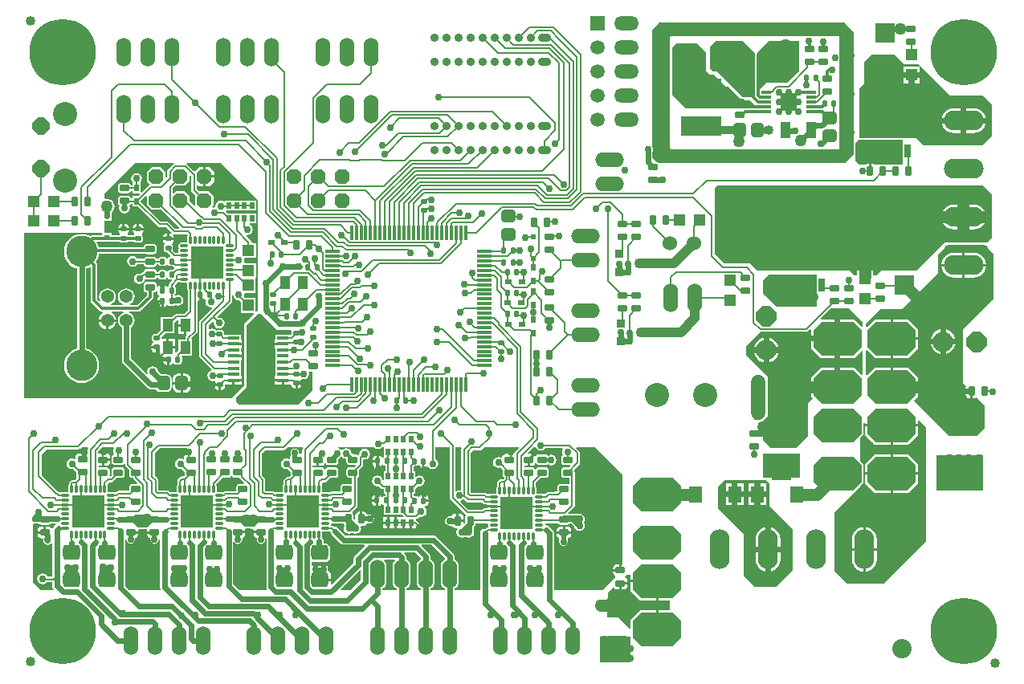
<source format=gtl>
%FSLAX24Y24*%
%MOIN*%
G70*
G01*
G75*
G04 Layer_Physical_Order=1*
G04 Layer_Color=255*
G04:AMPARAMS|DCode=10|XSize=29.1mil|YSize=39.4mil|CornerRadius=5.8mil|HoleSize=0mil|Usage=FLASHONLY|Rotation=90.000|XOffset=0mil|YOffset=0mil|HoleType=Round|Shape=RoundedRectangle|*
%AMROUNDEDRECTD10*
21,1,0.0291,0.0277,0,0,90.0*
21,1,0.0175,0.0394,0,0,90.0*
1,1,0.0117,0.0139,0.0087*
1,1,0.0117,0.0139,-0.0087*
1,1,0.0117,-0.0139,-0.0087*
1,1,0.0117,-0.0139,0.0087*
%
%ADD10ROUNDEDRECTD10*%
%ADD11R,0.0120X0.0600*%
%ADD12R,0.0600X0.0120*%
%ADD13R,0.0681X0.0748*%
%ADD14R,0.0402X0.0118*%
%ADD15R,0.0480X0.0480*%
%ADD16R,0.0433X0.0669*%
G04:AMPARAMS|DCode=17|XSize=52mil|YSize=60mil|CornerRadius=13mil|HoleSize=0mil|Usage=FLASHONLY|Rotation=270.000|XOffset=0mil|YOffset=0mil|HoleType=Round|Shape=RoundedRectangle|*
%AMROUNDEDRECTD17*
21,1,0.0520,0.0340,0,0,270.0*
21,1,0.0260,0.0600,0,0,270.0*
1,1,0.0260,-0.0170,-0.0130*
1,1,0.0260,-0.0170,0.0130*
1,1,0.0260,0.0170,0.0130*
1,1,0.0260,0.0170,-0.0130*
%
%ADD17ROUNDEDRECTD17*%
G04:AMPARAMS|DCode=18|XSize=52mil|YSize=60mil|CornerRadius=13mil|HoleSize=0mil|Usage=FLASHONLY|Rotation=0.000|XOffset=0mil|YOffset=0mil|HoleType=Round|Shape=RoundedRectangle|*
%AMROUNDEDRECTD18*
21,1,0.0520,0.0340,0,0,0.0*
21,1,0.0260,0.0600,0,0,0.0*
1,1,0.0260,0.0130,-0.0170*
1,1,0.0260,-0.0130,-0.0170*
1,1,0.0260,-0.0130,0.0170*
1,1,0.0260,0.0130,0.0170*
%
%ADD18ROUNDEDRECTD18*%
%ADD19R,0.0790X0.0790*%
G04:AMPARAMS|DCode=20|XSize=22mil|YSize=24mil|CornerRadius=4.4mil|HoleSize=0mil|Usage=FLASHONLY|Rotation=0.000|XOffset=0mil|YOffset=0mil|HoleType=Round|Shape=RoundedRectangle|*
%AMROUNDEDRECTD20*
21,1,0.0220,0.0152,0,0,0.0*
21,1,0.0132,0.0240,0,0,0.0*
1,1,0.0088,0.0066,-0.0076*
1,1,0.0088,-0.0066,-0.0076*
1,1,0.0088,-0.0066,0.0076*
1,1,0.0088,0.0066,0.0076*
%
%ADD20ROUNDEDRECTD20*%
%ADD21R,0.1654X0.0807*%
G04:AMPARAMS|DCode=22|XSize=22mil|YSize=24mil|CornerRadius=4.4mil|HoleSize=0mil|Usage=FLASHONLY|Rotation=90.000|XOffset=0mil|YOffset=0mil|HoleType=Round|Shape=RoundedRectangle|*
%AMROUNDEDRECTD22*
21,1,0.0220,0.0152,0,0,90.0*
21,1,0.0132,0.0240,0,0,90.0*
1,1,0.0088,0.0076,0.0066*
1,1,0.0088,0.0076,-0.0066*
1,1,0.0088,-0.0076,-0.0066*
1,1,0.0088,-0.0076,0.0066*
%
%ADD22ROUNDEDRECTD22*%
G04:AMPARAMS|DCode=23|XSize=29.1mil|YSize=39.4mil|CornerRadius=5.8mil|HoleSize=0mil|Usage=FLASHONLY|Rotation=0.000|XOffset=0mil|YOffset=0mil|HoleType=Round|Shape=RoundedRectangle|*
%AMROUNDEDRECTD23*
21,1,0.0291,0.0277,0,0,0.0*
21,1,0.0175,0.0394,0,0,0.0*
1,1,0.0117,0.0087,-0.0139*
1,1,0.0117,-0.0087,-0.0139*
1,1,0.0117,-0.0087,0.0139*
1,1,0.0117,0.0087,0.0139*
%
%ADD23ROUNDEDRECTD23*%
%ADD24R,0.0200X0.0260*%
%ADD25R,0.0543X0.0709*%
G04:AMPARAMS|DCode=26|XSize=63mil|YSize=71mil|CornerRadius=15.8mil|HoleSize=0mil|Usage=FLASHONLY|Rotation=270.000|XOffset=0mil|YOffset=0mil|HoleType=Round|Shape=RoundedRectangle|*
%AMROUNDEDRECTD26*
21,1,0.0630,0.0395,0,0,270.0*
21,1,0.0315,0.0710,0,0,270.0*
1,1,0.0315,-0.0198,-0.0158*
1,1,0.0315,-0.0198,0.0158*
1,1,0.0315,0.0198,0.0158*
1,1,0.0315,0.0198,-0.0158*
%
%ADD26ROUNDEDRECTD26*%
%ADD27R,0.0500X0.0150*%
%ADD28R,0.0790X0.0790*%
%ADD29R,0.0280X0.0200*%
%ADD30R,0.0200X0.0280*%
%ADD31R,0.0360X0.0320*%
%ADD32R,0.1260X0.0630*%
%ADD33R,0.0240X0.0240*%
%ADD34R,0.0480X0.0480*%
G04:AMPARAMS|DCode=35|XSize=40mil|YSize=40mil|CornerRadius=20mil|HoleSize=0mil|Usage=FLASHONLY|Rotation=0.000|XOffset=0mil|YOffset=0mil|HoleType=Round|Shape=RoundedRectangle|*
%AMROUNDEDRECTD35*
21,1,0.0400,0.0000,0,0,0.0*
21,1,0.0000,0.0400,0,0,0.0*
1,1,0.0400,0.0000,0.0000*
1,1,0.0400,0.0000,0.0000*
1,1,0.0400,0.0000,0.0000*
1,1,0.0400,0.0000,0.0000*
%
%ADD35ROUNDEDRECTD35*%
%ADD36R,0.0420X0.0520*%
%ADD37R,0.1970X0.1700*%
%ADD38R,0.0280X0.0560*%
%ADD39R,0.0236X0.1319*%
%ADD40R,0.0354X0.1299*%
%ADD41R,0.1370X0.1370*%
G04:AMPARAMS|DCode=42|XSize=12mil|YSize=32mil|CornerRadius=4.8mil|HoleSize=0mil|Usage=FLASHONLY|Rotation=270.000|XOffset=0mil|YOffset=0mil|HoleType=Round|Shape=RoundedRectangle|*
%AMROUNDEDRECTD42*
21,1,0.0120,0.0224,0,0,270.0*
21,1,0.0024,0.0320,0,0,270.0*
1,1,0.0096,-0.0112,-0.0012*
1,1,0.0096,-0.0112,0.0012*
1,1,0.0096,0.0112,0.0012*
1,1,0.0096,0.0112,-0.0012*
%
%ADD42ROUNDEDRECTD42*%
G04:AMPARAMS|DCode=43|XSize=12mil|YSize=32mil|CornerRadius=4.8mil|HoleSize=0mil|Usage=FLASHONLY|Rotation=180.000|XOffset=0mil|YOffset=0mil|HoleType=Round|Shape=RoundedRectangle|*
%AMROUNDEDRECTD43*
21,1,0.0120,0.0224,0,0,180.0*
21,1,0.0024,0.0320,0,0,180.0*
1,1,0.0096,-0.0012,0.0112*
1,1,0.0096,0.0012,0.0112*
1,1,0.0096,0.0012,-0.0112*
1,1,0.0096,-0.0012,-0.0112*
%
%ADD43ROUNDEDRECTD43*%
%ADD44R,0.1370X0.1370*%
%ADD45C,0.0240*%
%ADD46C,0.0080*%
%ADD47C,0.0200*%
%ADD48C,0.0100*%
%ADD49C,0.0070*%
%ADD50C,0.0320*%
%ADD51C,0.0120*%
%ADD52C,0.0500*%
%ADD53C,0.0600*%
%ADD54C,0.0400*%
%ADD55C,0.0250*%
%ADD56C,0.0160*%
%ADD57R,0.1299X0.1063*%
%ADD58R,0.1575X0.0984*%
%ADD59R,0.1929X0.1457*%
%ADD60R,0.0551X0.0472*%
%ADD61O,0.0540X0.0360*%
%ADD62C,0.0360*%
%ADD63O,0.1024X0.0591*%
%ADD64C,0.0591*%
%ADD65R,0.0591X0.0591*%
%ADD66C,0.1000*%
%ADD67P,0.0758X8X292.5*%
%ADD68O,0.0825X0.1650*%
%ADD69C,0.2756*%
%ADD70C,0.0840*%
%ADD71P,0.0909X8X22.5*%
%ADD72O,0.1650X0.0825*%
%ADD73O,0.0600X0.1200*%
%ADD74O,0.1200X0.0600*%
%ADD75C,0.0600*%
%ADD76P,0.0671X8X22.5*%
%ADD77C,0.0800*%
%ADD78P,0.0909X8X112.5*%
G04:AMPARAMS|DCode=79|XSize=140mil|YSize=200mil|CornerRadius=0mil|HoleSize=0mil|Usage=FLASHONLY|Rotation=270.000|XOffset=0mil|YOffset=0mil|HoleType=Round|Shape=Octagon|*
%AMOCTAGOND79*
4,1,8,0.1000,0.0350,0.1000,-0.0350,0.0650,-0.0700,-0.0650,-0.0700,-0.1000,-0.0350,-0.1000,0.0350,-0.0650,0.0700,0.0650,0.0700,0.1000,0.0350,0.0*
%
%ADD79OCTAGOND79*%

%ADD80C,0.1305*%
%ADD81C,0.0540*%
%ADD82C,0.0300*%
%ADD83C,0.0500*%
%ADD84C,0.0400*%
%ADD85C,0.0320*%
G36*
X15572Y16497D02*
Y16360D01*
X15315Y16102D01*
X14961D01*
X14724Y16339D01*
Y16535D01*
X14843Y16654D01*
X15415D01*
X15572Y16497D01*
D02*
G37*
G36*
X10630Y16267D02*
X10830D01*
X10841Y16250D01*
X10884Y16222D01*
X10934Y16212D01*
X11211D01*
X11261Y16222D01*
X11303Y16250D01*
X11314Y16266D01*
X11497D01*
X11511Y16219D01*
X11494Y16207D01*
X11438Y16151D01*
X11396Y16088D01*
X11394Y16077D01*
X11345Y16067D01*
X11325Y16096D01*
X11273Y16131D01*
X11211Y16144D01*
X11122D01*
Y15895D01*
X11072D01*
Y15845D01*
X10772D01*
Y15807D01*
X10785Y15746D01*
X10820Y15693D01*
X10872Y15658D01*
X10934Y15646D01*
X10997D01*
Y15581D01*
X11012Y15507D01*
X11054Y15444D01*
X11117Y15402D01*
X11191Y15387D01*
X11265Y15402D01*
X11328Y15444D01*
X11333Y15452D01*
X11381Y15437D01*
Y14065D01*
X11192D01*
X11144Y14138D01*
X11071Y14186D01*
X10985Y14203D01*
X10900Y14186D01*
X10827Y14138D01*
X10778Y14065D01*
X10761Y13979D01*
X10778Y13893D01*
X10827Y13820D01*
X10900Y13772D01*
X10985Y13755D01*
X11071Y13772D01*
X11144Y13820D01*
X11158Y13841D01*
X11381D01*
Y13682D01*
X11396Y13608D01*
X11436Y13548D01*
X11412Y13504D01*
X10906D01*
X10591Y13819D01*
Y16236D01*
X10629Y16267D01*
X10630Y16267D01*
D02*
G37*
G36*
X20709Y24291D02*
X21283D01*
X21314Y24253D01*
X21314Y24249D01*
Y24149D01*
X21281Y24116D01*
X21271Y24120D01*
Y24120D01*
X21271Y24120D01*
X20631D01*
Y23900D01*
X20601D01*
Y23775D01*
X20951D01*
Y23675D01*
X20601D01*
Y23550D01*
X20631D01*
Y23330D01*
Y23080D01*
Y22825D01*
Y22575D01*
Y22395D01*
X20601D01*
Y22270D01*
X20951D01*
Y22220D01*
X21001D01*
Y22045D01*
X21293D01*
Y22030D01*
X21304Y21974D01*
X21336Y21927D01*
X21384Y21895D01*
X21440Y21884D01*
X21466D01*
Y22096D01*
X21516D01*
Y22146D01*
X21739D01*
Y22162D01*
X21727Y22219D01*
X21722Y22227D01*
X21750Y22268D01*
X21811Y22256D01*
X21897Y22273D01*
X21970Y22322D01*
X22018Y22394D01*
X22035Y22480D01*
X22021Y22552D01*
X22057Y22587D01*
X22066Y22585D01*
X22165D01*
Y21811D01*
X21575Y21220D01*
X19134D01*
X19016Y21339D01*
Y21496D01*
X19449Y21929D01*
Y24488D01*
X19921Y24961D01*
X20039D01*
X20709Y24291D01*
D02*
G37*
G36*
X10945Y16772D02*
Y16339D01*
X10630D01*
X10551Y16417D01*
Y16535D01*
X10827Y16811D01*
X10906D01*
X10945Y16772D01*
D02*
G37*
G36*
X19961Y16535D02*
Y16339D01*
X19764Y16142D01*
X19370D01*
X19173Y16339D01*
Y16535D01*
X19252Y16614D01*
X19882D01*
X19961Y16535D01*
D02*
G37*
G36*
X33386Y16496D02*
Y16181D01*
X33307Y16102D01*
X33189D01*
X32913Y16378D01*
Y16575D01*
X33307D01*
X33386Y16496D01*
D02*
G37*
G36*
X35039Y18311D02*
Y14572D01*
X35011D01*
Y14323D01*
X34961D01*
Y14273D01*
X34661D01*
Y14235D01*
X34673Y14174D01*
X34708Y14121D01*
X34748Y14094D01*
X34753Y14045D01*
X34213Y13504D01*
X32202D01*
Y15866D01*
X32187Y15940D01*
X32145Y16003D01*
X32010Y16138D01*
X31947Y16180D01*
X31873Y16195D01*
X31865Y16193D01*
X31841Y16209D01*
X31834Y16258D01*
X31851Y16279D01*
X32374D01*
X32387Y16259D01*
X32429Y16231D01*
X32480Y16221D01*
X32757D01*
X32807Y16231D01*
X32847Y16258D01*
X32933D01*
X33052Y16139D01*
X33060Y16095D01*
X33109Y16022D01*
X33182Y15974D01*
X33268Y15957D01*
X33354Y15974D01*
X33426Y16022D01*
X33475Y16095D01*
X33492Y16181D01*
X33475Y16267D01*
X33457Y16294D01*
Y16344D01*
X33475Y16371D01*
X33492Y16457D01*
X33475Y16543D01*
X33426Y16615D01*
X33354Y16664D01*
X33268Y16681D01*
X33182Y16664D01*
X33169Y16656D01*
X32812D01*
X32793Y16702D01*
X33032Y16941D01*
X33032Y16941D01*
X33056Y16977D01*
X33065Y17020D01*
Y18386D01*
X33056Y18428D01*
X33045Y18446D01*
Y18473D01*
X33040Y18498D01*
X33255Y18714D01*
X33278Y18748D01*
X33287Y18789D01*
X33287Y18789D01*
Y19189D01*
X33278Y19230D01*
X33255Y19265D01*
X33255Y19265D01*
X33116Y19404D01*
X33135Y19450D01*
X33900D01*
X35039Y18311D01*
D02*
G37*
G36*
X50394Y29921D02*
Y28150D01*
X50197Y27953D01*
X48425D01*
X47244Y26772D01*
X45768D01*
X45571Y26575D01*
X45458D01*
Y26784D01*
X45368D01*
Y26444D01*
X44868D01*
Y26784D01*
X44778D01*
Y26575D01*
X44685D01*
X44488Y26772D01*
X40650D01*
X40354Y27067D01*
X39272D01*
X38878Y27461D01*
Y29134D01*
Y30217D01*
X38976Y30315D01*
X50000D01*
X50394Y29921D01*
D02*
G37*
G36*
X28819Y16390D02*
Y15906D01*
X28740Y15787D01*
X28425D01*
X28307Y15906D01*
Y15984D01*
X28714Y16391D01*
X28817D01*
X28819Y16390D01*
D02*
G37*
G36*
X15330Y15992D02*
X15330Y15991D01*
Y15954D01*
X15630D01*
Y15854D01*
X15330D01*
Y15816D01*
X15342Y15754D01*
X15377Y15702D01*
X15430Y15667D01*
X15457Y15662D01*
Y15591D01*
X15470Y15524D01*
X15507Y15468D01*
X15564Y15430D01*
X15630Y15417D01*
X15696Y15430D01*
X15752Y15468D01*
X15790Y15524D01*
X15803Y15591D01*
Y15621D01*
X15848Y15642D01*
X15859Y15633D01*
Y13602D01*
X15871Y13543D01*
X15840Y13504D01*
X14588D01*
X14406Y13685D01*
Y15633D01*
X14417Y15642D01*
X14462Y15621D01*
Y15600D01*
X14476Y15534D01*
X14513Y15478D01*
X14569Y15440D01*
X14636Y15427D01*
X14702Y15440D01*
X14758Y15478D01*
X14796Y15534D01*
X14809Y15600D01*
Y15662D01*
X14836Y15667D01*
X14889Y15702D01*
X14923Y15754D01*
X14936Y15816D01*
Y15854D01*
X14636D01*
Y15954D01*
X14936D01*
Y15991D01*
X14935Y15992D01*
X14967Y16031D01*
X15299D01*
X15330Y15992D01*
D02*
G37*
G36*
X45030Y24630D02*
Y24454D01*
X44983Y24435D01*
X44676Y24742D01*
X44096D01*
Y23942D01*
Y23142D01*
X44676D01*
X44983Y23449D01*
X45030Y23430D01*
Y22454D01*
X44983Y22435D01*
X44676Y22742D01*
X44096D01*
Y21942D01*
X43976D01*
Y21822D01*
X42876D01*
Y21542D01*
X42952Y21466D01*
X42756Y21270D01*
Y19892D01*
X42268Y19404D01*
X41198D01*
X40883Y19719D01*
Y19872D01*
X40512D01*
Y20112D01*
X40883D01*
Y20534D01*
X41080Y20731D01*
Y22357D01*
X40171Y23266D01*
Y23635D01*
X40767Y24231D01*
X40768Y24231D01*
X40768Y24231D01*
X42682D01*
X42682Y24231D01*
X42725Y24240D01*
X42761Y24264D01*
X42830Y24333D01*
X42876Y24314D01*
Y24062D01*
X43856D01*
Y24742D01*
X43304D01*
X43285Y24788D01*
X43694Y25197D01*
X44462D01*
X45030Y24630D01*
D02*
G37*
G36*
X43110Y26511D02*
X43099D01*
Y25811D01*
X43110D01*
Y25276D01*
X41417D01*
X40866Y25827D01*
Y26378D01*
X41102Y26614D01*
X43110D01*
Y26511D01*
D02*
G37*
G36*
X24094Y16142D02*
Y16024D01*
X24016Y15945D01*
X23622D01*
Y15984D01*
X23583Y16024D01*
Y16299D01*
X23740Y16457D01*
X23780D01*
X24094Y16142D01*
D02*
G37*
G36*
X16600Y24694D02*
Y24544D01*
X16910D01*
Y24494D01*
X16960D01*
Y24114D01*
X16970Y24088D01*
X16938Y24056D01*
X16914Y24019D01*
X16906Y23977D01*
X16906Y23977D01*
Y23911D01*
X16630D01*
Y23460D01*
X16532Y23362D01*
X16489Y23380D01*
X16485Y23382D01*
Y23531D01*
X16175D01*
Y23581D01*
X16125D01*
Y23941D01*
X15911D01*
Y24000D01*
X16075Y24164D01*
X16455D01*
Y24615D01*
X16553Y24713D01*
X16600Y24694D01*
D02*
G37*
G36*
X30754Y19404D02*
X30585Y19235D01*
X30561Y19199D01*
X30512Y19208D01*
Y19250D01*
X30504Y19293D01*
X30479Y19329D01*
X30443Y19354D01*
X30400Y19362D01*
X30357Y19354D01*
X30321Y19329D01*
X30296Y19293D01*
X30288Y19250D01*
Y19166D01*
X30211D01*
X30150Y19154D01*
X30097Y19119D01*
X30062Y19067D01*
X30052Y19013D01*
X30005Y18994D01*
X29986Y19007D01*
X29900Y19024D01*
X29814Y19007D01*
X29741Y18959D01*
X29693Y18886D01*
X29676Y18800D01*
X29693Y18714D01*
X29741Y18641D01*
X29814Y18593D01*
X29900Y18576D01*
X29982Y18592D01*
X30085Y18489D01*
X30081Y18470D01*
Y18295D01*
X30091Y18245D01*
X30119Y18202D01*
X30131Y18194D01*
X30135Y18149D01*
X30102Y18112D01*
X30010D01*
X30010Y18112D01*
X29967Y18104D01*
X29930Y18079D01*
X29930Y18079D01*
X29880Y18029D01*
X29856Y17993D01*
X29847Y17950D01*
X29847Y17950D01*
Y17811D01*
X29836Y17794D01*
X29827Y17748D01*
Y17591D01*
X29812Y17512D01*
X29588D01*
X29542Y17503D01*
X29525Y17492D01*
X29430D01*
X29415Y17507D01*
X29379Y17532D01*
X29336Y17540D01*
X29336Y17540D01*
X28757D01*
X28749Y17548D01*
Y19221D01*
X28839Y19311D01*
X29123D01*
X29123Y19311D01*
X29166Y19319D01*
X29202Y19343D01*
X29309Y19450D01*
X30735D01*
X30754Y19404D01*
D02*
G37*
G36*
X12877Y19406D02*
X12869Y19394D01*
X12860Y19351D01*
X12860Y19351D01*
Y19203D01*
X12822Y19171D01*
X12786Y19178D01*
X12698D01*
Y18929D01*
X12598D01*
Y19178D01*
X12509D01*
X12447Y19166D01*
X12395Y19131D01*
X12360Y19078D01*
X12348Y19017D01*
Y18969D01*
X12304Y18945D01*
X12286Y18957D01*
X12200Y18974D01*
X12114Y18957D01*
X12041Y18909D01*
X11993Y18836D01*
X11976Y18750D01*
X11993Y18664D01*
X12041Y18591D01*
X12114Y18543D01*
X12200Y18526D01*
X12255Y18537D01*
X12378Y18413D01*
Y18306D01*
X12388Y18258D01*
Y18146D01*
X12328Y18086D01*
X12224D01*
X12224Y18086D01*
X12181Y18078D01*
X12145Y18053D01*
X12145Y18053D01*
X12105Y18013D01*
X12080Y17977D01*
X12072Y17934D01*
X12072Y17934D01*
Y17879D01*
X12061Y17863D01*
X12052Y17817D01*
Y17660D01*
X12036Y17581D01*
X11812D01*
X11766Y17572D01*
X11750Y17561D01*
X11682D01*
X11669Y17575D01*
X11632Y17599D01*
X11601Y17605D01*
X10937Y18269D01*
Y19137D01*
X11148Y19348D01*
X12460D01*
X12460Y19348D01*
X12503Y19356D01*
X12539Y19381D01*
X12609Y19450D01*
X12853D01*
X12877Y19406D01*
D02*
G37*
G36*
X23424Y19015D02*
X23497Y18966D01*
X23583Y18949D01*
X23589Y18944D01*
Y18834D01*
X23599Y18784D01*
X23627Y18741D01*
X23670Y18713D01*
X23720Y18703D01*
X23952D01*
X23971Y18657D01*
X23918Y18604D01*
X23720D01*
X23670Y18594D01*
X23627Y18565D01*
X23599Y18523D01*
X23589Y18473D01*
Y18298D01*
X23599Y18248D01*
X23627Y18206D01*
X23670Y18177D01*
X23720Y18167D01*
X23827D01*
Y17943D01*
X23788Y17912D01*
X23761Y17917D01*
X23483D01*
X23433Y17907D01*
X23391Y17879D01*
X23363Y17836D01*
X23353Y17786D01*
Y17611D01*
X23337Y17592D01*
X22947D01*
X22947Y17592D01*
X22904Y17584D01*
X22879Y17567D01*
X22872Y17572D01*
X22826Y17581D01*
X22602D01*
X22591Y17593D01*
Y17817D01*
X22581Y17863D01*
X22570Y17879D01*
Y17943D01*
X22615Y17988D01*
X22699D01*
X22699Y17988D01*
X22742Y17997D01*
X22778Y18021D01*
X22923Y18166D01*
X23121D01*
X23171Y18176D01*
X23213Y18204D01*
X23242Y18246D01*
X23252Y18296D01*
Y18471D01*
X23242Y18521D01*
X23213Y18564D01*
X23171Y18592D01*
X23121Y18602D01*
X22844D01*
X22794Y18592D01*
X22751Y18564D01*
X22723Y18521D01*
X22722Y18516D01*
X22672D01*
X22671Y18521D01*
X22642Y18564D01*
X22600Y18592D01*
X22550Y18602D01*
X22273D01*
X22223Y18592D01*
X22221Y18591D01*
X22190Y18607D01*
X22185Y18657D01*
X22215Y18682D01*
X22273Y18671D01*
X22361D01*
Y18919D01*
X22461D01*
Y18671D01*
X22550D01*
X22612Y18683D01*
X22664Y18718D01*
X22690Y18756D01*
X22740D01*
X22751Y18739D01*
X22794Y18711D01*
X22844Y18701D01*
X23121D01*
X23171Y18711D01*
X23213Y18739D01*
X23242Y18782D01*
X23252Y18832D01*
Y18944D01*
X23284Y18976D01*
X23285Y18976D01*
X23357Y19024D01*
X23362Y19032D01*
X23412D01*
X23424Y19015D01*
D02*
G37*
G36*
X17005Y19352D02*
X16971Y19329D01*
X16946Y19293D01*
X16938Y19250D01*
Y19146D01*
X16897Y19119D01*
X16862Y19067D01*
X16850Y19005D01*
Y18967D01*
X16806Y18944D01*
X16786Y18957D01*
X16700Y18974D01*
X16614Y18957D01*
X16541Y18909D01*
X16493Y18836D01*
X16476Y18750D01*
X16493Y18664D01*
X16541Y18591D01*
X16614Y18543D01*
X16700Y18526D01*
X16755Y18537D01*
X16881Y18411D01*
Y18295D01*
X16885Y18275D01*
X16837Y18228D01*
X16765D01*
X16765Y18228D01*
X16722Y18219D01*
X16686Y18195D01*
X16686Y18195D01*
X16614Y18122D01*
X16589Y18086D01*
X16581Y18043D01*
X16581Y18043D01*
Y17879D01*
X16570Y17863D01*
X16561Y17817D01*
Y17660D01*
X16545Y17581D01*
X16321D01*
X16275Y17572D01*
X16272Y17570D01*
X16233Y17609D01*
X16197Y17633D01*
X16154Y17642D01*
X16154Y17642D01*
X15795D01*
X15782Y17655D01*
Y18072D01*
X15782Y18072D01*
X15773Y18115D01*
X15749Y18151D01*
X15639Y18261D01*
Y19205D01*
X15834Y19400D01*
X16990D01*
X17005Y19352D01*
D02*
G37*
G36*
X27888Y17341D02*
X27888Y17341D01*
X27896Y17298D01*
X27921Y17262D01*
X28533Y16649D01*
X28533Y16649D01*
X28536Y16647D01*
X28545Y16598D01*
X28524Y16567D01*
X28514Y16517D01*
Y16306D01*
X28473Y16278D01*
X28446Y16289D01*
Y16328D01*
X28197D01*
Y16378D01*
X28147D01*
Y16678D01*
X28109D01*
X28048Y16666D01*
X27995Y16631D01*
X27960Y16578D01*
X27959Y16572D01*
X27874D01*
X27800Y16557D01*
X27737Y16515D01*
X27695Y16452D01*
X27680Y16378D01*
X27695Y16304D01*
X27737Y16241D01*
X27800Y16199D01*
X27874Y16184D01*
X27959D01*
X27960Y16178D01*
X27995Y16125D01*
X28048Y16090D01*
X28109Y16078D01*
X28183D01*
X28207Y16034D01*
X28179Y15991D01*
X28162Y15906D01*
X28179Y15820D01*
X28227Y15747D01*
X28300Y15698D01*
X28386Y15681D01*
X28472Y15698D01*
X28498Y15716D01*
X28549D01*
X28576Y15698D01*
X28661Y15681D01*
X28747Y15698D01*
X28820Y15747D01*
X28869Y15820D01*
X28878Y15865D01*
X28878Y15866D01*
X28881Y15872D01*
X28885Y15878D01*
X28886Y15885D01*
X28889Y15892D01*
X28889Y15899D01*
X28890Y15906D01*
Y16132D01*
X28912Y16147D01*
X28941Y16189D01*
X28950Y16239D01*
Y16279D01*
X29443D01*
X29475Y16240D01*
X29467Y16203D01*
Y16179D01*
X29473Y16151D01*
X29445Y16109D01*
X29423Y16105D01*
X29386Y16080D01*
X29386Y16080D01*
X29360Y16054D01*
X29331Y16060D01*
X29257Y16045D01*
X29194Y16003D01*
X29152Y15940D01*
X29137Y15866D01*
Y13504D01*
X28072D01*
Y13556D01*
X28142Y13609D01*
X28201Y13687D01*
X28238Y13777D01*
X28251Y13873D01*
Y14473D01*
X28238Y14570D01*
X28201Y14660D01*
X28142Y14737D01*
X28072Y14791D01*
Y14907D01*
X28057Y14982D01*
X28015Y15044D01*
X27339Y15720D01*
X27276Y15762D01*
X27202Y15777D01*
X23552D01*
X23247Y16082D01*
X23184Y16124D01*
X23110Y16139D01*
X23081Y16133D01*
X23064Y16149D01*
X23028Y16174D01*
X22985Y16182D01*
X22985Y16182D01*
X22973D01*
X22954Y16205D01*
X22961Y16255D01*
X22987Y16272D01*
X23035Y16263D01*
X23464D01*
X23489Y16226D01*
X23511Y16211D01*
Y16175D01*
X23494Y16149D01*
X23476Y16063D01*
X23494Y15977D01*
X23542Y15904D01*
X23615Y15856D01*
X23701Y15839D01*
X23787Y15856D01*
X23813Y15874D01*
X23864D01*
X23891Y15856D01*
X23976Y15839D01*
X24062Y15856D01*
X24135Y15904D01*
X24184Y15977D01*
X24201Y16063D01*
X24190Y16118D01*
X24221Y16157D01*
X24292D01*
X24354Y16169D01*
X24406Y16204D01*
X24441Y16256D01*
X24447Y16283D01*
X24567D01*
X24633Y16297D01*
X24689Y16334D01*
X24727Y16390D01*
X24740Y16457D01*
X24727Y16523D01*
X24689Y16579D01*
X24633Y16617D01*
X24567Y16630D01*
X24447D01*
X24441Y16657D01*
X24406Y16709D01*
X24354Y16744D01*
X24292Y16757D01*
X24255D01*
Y16457D01*
X24155D01*
Y16757D01*
X24117D01*
X24056Y16744D01*
X24003Y16709D01*
X23968Y16657D01*
X23956Y16595D01*
Y16447D01*
X23929Y16435D01*
X23887Y16463D01*
Y16595D01*
X23878Y16645D01*
X23849Y16688D01*
X23842Y16692D01*
X23837Y16742D01*
X24018Y16923D01*
X24018Y16923D01*
X24043Y16959D01*
X24051Y17002D01*
X24051Y17002D01*
Y18180D01*
X24089Y18206D01*
X24118Y18248D01*
X24128Y18298D01*
Y18473D01*
X24124Y18492D01*
X24254Y18623D01*
X24279Y18659D01*
X24287Y18702D01*
X24287Y18702D01*
Y18899D01*
X24326Y18930D01*
X24350Y18926D01*
X24436Y18943D01*
X24509Y18991D01*
X24557Y19064D01*
X24574Y19150D01*
X24557Y19236D01*
X24509Y19309D01*
X24436Y19357D01*
X24350Y19374D01*
X24264Y19357D01*
X24191Y19309D01*
X24143Y19236D01*
X24126Y19150D01*
X24130Y19129D01*
X24088Y19102D01*
X24047Y19129D01*
X23997Y19139D01*
X23978D01*
X23807Y19173D01*
X23790Y19259D01*
X23741Y19332D01*
X23669Y19380D01*
X23583Y19398D01*
X23497Y19380D01*
X23424Y19332D01*
X23419Y19324D01*
X23369D01*
X23357Y19342D01*
X23285Y19390D01*
X23235Y19400D01*
X23240Y19450D01*
X24730D01*
X24744Y19429D01*
X24817Y19380D01*
X24903Y19363D01*
X24989Y19380D01*
X25061Y19429D01*
X25075Y19450D01*
X25147D01*
Y19448D01*
X25147D01*
Y19048D01*
X25147D01*
X25147Y19036D01*
X25118Y19016D01*
D01*
X25118D01*
X25118Y19016D01*
Y19016D01*
X25069Y19022D01*
X25059Y19038D01*
X25011Y19070D01*
X24955Y19081D01*
X24939D01*
Y18858D01*
X24889D01*
Y18808D01*
X24676D01*
Y18782D01*
X24687Y18726D01*
X24719Y18678D01*
X24756Y18654D01*
Y18566D01*
X24766Y18515D01*
X24795Y18472D01*
X24808Y18459D01*
X24851Y18431D01*
X24902Y18421D01*
X24952Y18431D01*
X24995Y18459D01*
X25024Y18502D01*
X25034Y18553D01*
X25024Y18604D01*
X25021Y18608D01*
Y18654D01*
X25059Y18678D01*
X25090Y18726D01*
D01*
D01*
X25118Y18700D01*
X25118Y18700D01*
Y18700D01*
X25155Y18675D01*
X25200Y18666D01*
X25205D01*
Y18428D01*
X25147D01*
Y18080D01*
X25097Y18075D01*
X25089Y18117D01*
X25041Y18190D01*
X24968Y18239D01*
X24882Y18256D01*
X24796Y18239D01*
X24723Y18190D01*
X24675Y18117D01*
X24658Y18032D01*
X24675Y17946D01*
X24723Y17873D01*
X24796Y17824D01*
X24882Y17807D01*
X24937Y17818D01*
X25021Y17734D01*
X25021Y17734D01*
X25057Y17709D01*
X25100Y17701D01*
X25100Y17701D01*
X25147D01*
Y17493D01*
X25205D01*
Y17417D01*
X25170D01*
X25126Y17408D01*
X25088Y17383D01*
D01*
X25088D01*
X25088Y17383D01*
Y17383D01*
X25040Y17388D01*
X25029Y17404D01*
X25001Y17423D01*
Y17533D01*
X25001Y17533D01*
X24992Y17575D01*
X24968Y17612D01*
X24968Y17612D01*
X24961Y17619D01*
X24925Y17643D01*
X24882Y17652D01*
X24839Y17643D01*
X24803Y17619D01*
X24778Y17582D01*
X24770Y17539D01*
X24777Y17505D01*
Y17444D01*
X24737Y17436D01*
X24689Y17404D01*
X24658Y17357D01*
X24646Y17300D01*
Y17274D01*
X24859D01*
Y17224D01*
X24909D01*
Y17002D01*
X24925D01*
X24981Y17013D01*
X25029Y17045D01*
X25061Y17092D01*
D01*
D01*
X25088Y17066D01*
X25088Y17066D01*
Y17066D01*
X25126Y17041D01*
X25147Y17037D01*
Y17031D01*
X25147D01*
Y16631D01*
X25911D01*
X25971Y16571D01*
X25952Y16525D01*
X25687D01*
Y16295D01*
Y16065D01*
X25905D01*
Y16295D01*
X26005D01*
Y16065D01*
X26220D01*
Y16295D01*
X26320D01*
Y16065D01*
X26470Y16065D01*
Y16065D01*
Y16065D01*
X26470D01*
D01*
D01*
X26509Y16065D01*
X26509D01*
X26511Y16059D01*
X26535Y16023D01*
X26571Y15999D01*
X26614Y15990D01*
X26657Y15999D01*
X26693Y16023D01*
X26718Y16059D01*
X26726Y16102D01*
Y16122D01*
X26726Y16122D01*
X26718Y16165D01*
X26693Y16201D01*
X26693Y16201D01*
X26516Y16379D01*
X26480Y16403D01*
X26470Y16405D01*
Y16463D01*
D01*
D01*
X26496Y16463D01*
X26496Y16463D01*
Y16463D01*
D01*
D01*
D01*
X26539Y16471D01*
X26575Y16495D01*
X26638Y16558D01*
X26693Y16547D01*
X26779Y16564D01*
X26852Y16613D01*
X26900Y16686D01*
X26917Y16772D01*
X26900Y16857D01*
X26852Y16930D01*
X26831Y16944D01*
X26846Y16992D01*
X26860D01*
X26917Y17003D01*
X26964Y17035D01*
X26996Y17082D01*
X27007Y17139D01*
Y17165D01*
X26794D01*
Y17265D01*
X27007D01*
Y17291D01*
X26996Y17347D01*
X26964Y17394D01*
X26921Y17423D01*
X26912Y17472D01*
X26915Y17477D01*
X26923Y17520D01*
X26915Y17563D01*
X26890Y17599D01*
X26854Y17623D01*
X26811Y17632D01*
X26768Y17623D01*
X26732Y17599D01*
X26715Y17582D01*
X26691Y17546D01*
X26682Y17503D01*
X26682Y17503D01*
Y17428D01*
X26672Y17426D01*
X26625Y17394D01*
X26614Y17378D01*
X26566Y17373D01*
X26566Y17373D01*
Y17373D01*
X26566D01*
D01*
X26528Y17398D01*
X26483Y17407D01*
X26403D01*
X26382Y17428D01*
Y17493D01*
X26440D01*
Y17698D01*
X26559Y17818D01*
X26614Y17807D01*
X26700Y17824D01*
X26773Y17873D01*
X26821Y17946D01*
X26838Y18031D01*
X26821Y18117D01*
X26773Y18190D01*
X26700Y18239D01*
X26614Y18256D01*
X26528Y18239D01*
X26484Y18209D01*
X26440Y18233D01*
Y18428D01*
X26382D01*
Y18615D01*
X26423Y18656D01*
X26483D01*
X26528Y18665D01*
X26566Y18690D01*
X26566Y18690D01*
Y18690D01*
X26593Y18716D01*
D01*
D01*
X26625Y18669D01*
X26672Y18637D01*
X26682Y18635D01*
Y18523D01*
X26682Y18523D01*
X26691Y18480D01*
X26715Y18444D01*
X26723Y18435D01*
X26760Y18411D01*
X26802Y18403D01*
X26845Y18411D01*
X26882Y18435D01*
X26906Y18472D01*
X26915Y18515D01*
X26906Y18556D01*
Y18616D01*
X26945Y18647D01*
X26984Y18640D01*
X27017Y18591D01*
X27089Y18543D01*
X27175Y18526D01*
X27261Y18543D01*
X27334Y18591D01*
X27382Y18664D01*
X27400Y18750D01*
X27382Y18836D01*
X27334Y18909D01*
X27287Y18940D01*
Y19450D01*
X27888D01*
Y17341D01*
D02*
G37*
G36*
X21788Y19406D02*
X21764Y19371D01*
X21756Y19328D01*
X21756Y19328D01*
Y19193D01*
X21717Y19161D01*
X21689Y19166D01*
X21623D01*
Y19200D01*
X21610Y19266D01*
X21573Y19323D01*
X21516Y19360D01*
X21450Y19373D01*
X21384Y19360D01*
X21327Y19323D01*
X21290Y19266D01*
X21277Y19200D01*
Y19088D01*
X21262Y19067D01*
X21250Y19005D01*
Y18967D01*
X21206Y18944D01*
X21186Y18957D01*
X21100Y18974D01*
X21014Y18957D01*
X20941Y18909D01*
X20893Y18836D01*
X20876Y18750D01*
X20893Y18664D01*
X20941Y18591D01*
X21014Y18543D01*
X21100Y18526D01*
X21163Y18538D01*
X21281Y18421D01*
Y18295D01*
X21285Y18275D01*
X21223Y18214D01*
X21152D01*
X21152Y18214D01*
X21109Y18205D01*
X21072Y18181D01*
X21072Y18181D01*
X21000Y18109D01*
X20976Y18072D01*
X20967Y18029D01*
X20967Y18029D01*
Y17879D01*
X20956Y17863D01*
X20947Y17817D01*
Y17660D01*
X20931Y17581D01*
X20707D01*
X20661Y17572D01*
X20645Y17561D01*
X20629D01*
X20614Y17576D01*
X20577Y17601D01*
X20534Y17609D01*
X20534Y17609D01*
X20246D01*
X20230Y17625D01*
Y18073D01*
X20230Y18073D01*
X20222Y18116D01*
X20198Y18152D01*
X20197Y18152D01*
X20081Y18269D01*
Y19188D01*
X20214Y19321D01*
X20983D01*
X20983Y19321D01*
X21026Y19330D01*
X21063Y19354D01*
X21159Y19450D01*
X21764D01*
X21788Y19406D01*
D02*
G37*
G36*
X31456Y19432D02*
X31505Y19359D01*
X31578Y19310D01*
X31663Y19293D01*
X31749Y19310D01*
X31822Y19359D01*
X31856Y19411D01*
X32561D01*
X32584Y19367D01*
X32559Y19328D01*
X32541Y19242D01*
X32559Y19156D01*
X32580Y19124D01*
X32545Y19101D01*
X32516Y19058D01*
X32506Y19008D01*
Y18834D01*
X32516Y18784D01*
X32545Y18741D01*
X32587Y18713D01*
X32637Y18703D01*
X32876D01*
X32895Y18657D01*
X32842Y18604D01*
X32637D01*
X32587Y18594D01*
X32545Y18565D01*
X32516Y18523D01*
X32506Y18473D01*
Y18298D01*
X32516Y18248D01*
X32545Y18206D01*
X32587Y18177D01*
X32637Y18167D01*
X32841D01*
Y17940D01*
X32802Y17908D01*
X32757Y17917D01*
X32480D01*
X32429Y17907D01*
X32387Y17879D01*
X32359Y17836D01*
X32349Y17786D01*
Y17611D01*
X32155Y17573D01*
X31969D01*
X31969Y17573D01*
X31926Y17564D01*
X31889Y17540D01*
X31842Y17492D01*
X31769D01*
X31753Y17503D01*
X31706Y17512D01*
X31482D01*
X31471Y17524D01*
Y17748D01*
X31462Y17794D01*
X31451Y17811D01*
Y17955D01*
X31663Y18167D01*
X31861D01*
X31911Y18177D01*
X31953Y18206D01*
X31982Y18248D01*
X31992Y18298D01*
Y18473D01*
X31982Y18523D01*
X31953Y18565D01*
X31911Y18594D01*
X31861Y18604D01*
X31584D01*
X31534Y18594D01*
X31491Y18565D01*
X31463Y18523D01*
X31462Y18518D01*
X31412D01*
X31411Y18523D01*
X31383Y18565D01*
X31340Y18594D01*
X31290Y18604D01*
X31013D01*
X30986Y18598D01*
X30968Y18613D01*
Y18663D01*
X30986Y18678D01*
X31013Y18672D01*
X31102D01*
Y18921D01*
X31202D01*
Y18672D01*
X31290D01*
X31352Y18684D01*
X31404Y18719D01*
X31430Y18758D01*
X31480D01*
X31491Y18741D01*
X31534Y18713D01*
X31584Y18703D01*
X31861D01*
X31911Y18713D01*
X31939Y18732D01*
X32001Y18690D01*
X32087Y18673D01*
X32172Y18690D01*
X32245Y18739D01*
X32294Y18812D01*
X32311Y18898D01*
X32294Y18983D01*
X32245Y19056D01*
X32172Y19105D01*
X32087Y19122D01*
X32001Y19105D01*
X31966Y19082D01*
X31953Y19101D01*
X31911Y19129D01*
X31861Y19139D01*
X31584D01*
X31549Y19132D01*
X31511Y19164D01*
Y19213D01*
X31500Y19263D01*
X31472Y19306D01*
X31429Y19335D01*
X31378Y19345D01*
X31327Y19335D01*
X31284Y19306D01*
X31256Y19263D01*
X31245Y19213D01*
Y19202D01*
X31213Y19170D01*
X31146D01*
X31127Y19216D01*
X31216Y19305D01*
X31231Y19327D01*
X31354Y19450D01*
X31453D01*
X31456Y19432D01*
D02*
G37*
G36*
X18863Y18214D02*
X18906Y18185D01*
X18956Y18175D01*
X19148D01*
X19148Y18173D01*
X19173Y18137D01*
X19346Y17963D01*
X19327Y17917D01*
X19153D01*
X19103Y17907D01*
X19060Y17879D01*
X19032Y17836D01*
X19022Y17786D01*
Y17612D01*
X18563D01*
X18563Y17612D01*
X18520Y17604D01*
X18484Y17579D01*
X18478Y17574D01*
X18440Y17581D01*
X18216D01*
X18204Y17593D01*
Y17817D01*
X18195Y17863D01*
X18184Y17879D01*
Y17905D01*
X18455Y18176D01*
X18682D01*
X18732Y18185D01*
X18774Y18214D01*
X18794Y18243D01*
X18844D01*
X18863Y18214D01*
D02*
G37*
G36*
X50433Y27480D02*
Y25591D01*
X49173Y24331D01*
Y22087D01*
X49297Y21963D01*
X49287Y21910D01*
Y21822D01*
X49535D01*
Y21772D01*
X49585D01*
Y21472D01*
X49623D01*
X49685Y21484D01*
X49737Y21519D01*
X49741Y21519D01*
X50079Y21181D01*
Y20236D01*
X49764Y19921D01*
X48583D01*
X47141Y21363D01*
X47320Y21542D01*
Y21892D01*
X46220D01*
Y21942D01*
X46170D01*
Y22742D01*
X45520D01*
X45204Y22425D01*
X45157Y22444D01*
Y23439D01*
X45204Y23459D01*
X45520Y23142D01*
X46170D01*
Y23942D01*
Y24742D01*
X45520D01*
X45204Y24425D01*
X45157Y24444D01*
Y24567D01*
X45748Y25157D01*
X46654D01*
X48150Y26654D01*
Y27441D01*
X48543Y27835D01*
X50079D01*
X50433Y27480D01*
D02*
G37*
G36*
X28561Y17179D02*
X28561Y17179D01*
X28597Y17155D01*
X28640Y17146D01*
X28640Y17146D01*
X29219D01*
X29261Y17104D01*
X29261Y17104D01*
X29297Y17080D01*
X29340Y17071D01*
X29412D01*
X29440Y17036D01*
X29700D01*
Y16936D01*
X29440D01*
X29412Y16902D01*
X29337D01*
X29337Y16902D01*
X29294Y16893D01*
X29257Y16869D01*
X29257Y16869D01*
X29229Y16840D01*
X28659D01*
X28328Y17172D01*
X28342Y17220D01*
X28363Y17224D01*
X28436Y17272D01*
X28464Y17275D01*
X28561Y17179D01*
D02*
G37*
G36*
X47638Y20276D02*
Y15551D01*
X45866Y13780D01*
X44370D01*
X43858Y14291D01*
Y16732D01*
X44921Y17795D01*
Y17832D01*
X45046Y17957D01*
Y18727D01*
X44921Y18852D01*
Y19832D01*
X45046Y19957D01*
Y20435D01*
X45088Y20462D01*
X45120Y20449D01*
Y20392D01*
X47320D01*
Y20528D01*
X47367Y20547D01*
X47638Y20276D01*
D02*
G37*
G36*
X13946Y19406D02*
X13927Y19377D01*
X13910Y19291D01*
X13927Y19205D01*
X13949Y19171D01*
X13932Y19129D01*
X13890Y19101D01*
X13861Y19058D01*
X13851Y19008D01*
Y18834D01*
X13861Y18784D01*
X13890Y18741D01*
X13932Y18713D01*
X13982Y18703D01*
X14259D01*
X14309Y18713D01*
X14352Y18741D01*
X14366Y18762D01*
X14414Y18748D01*
Y18701D01*
X14414Y18701D01*
X14422Y18658D01*
X14446Y18621D01*
X14577Y18491D01*
X14573Y18471D01*
Y18296D01*
X14583Y18246D01*
X14611Y18204D01*
X14654Y18176D01*
X14704Y18166D01*
X14733D01*
X14739Y18134D01*
X14763Y18098D01*
X14898Y17963D01*
X14879Y17917D01*
X14704D01*
X14654Y17907D01*
X14611Y17879D01*
X14583Y17836D01*
X14573Y17786D01*
Y17625D01*
X14570Y17622D01*
X14124D01*
X14124Y17622D01*
X14081Y17613D01*
X14045Y17589D01*
X14045Y17589D01*
X14017Y17561D01*
X13993D01*
X13977Y17572D01*
X13931Y17581D01*
X13707D01*
X13695Y17593D01*
Y17817D01*
X13686Y17863D01*
X13675Y17879D01*
Y17916D01*
X13747Y17988D01*
X13835D01*
X13835Y17988D01*
X13878Y17997D01*
X13915Y18021D01*
X14061Y18167D01*
X14259D01*
X14309Y18177D01*
X14352Y18206D01*
X14380Y18248D01*
X14390Y18298D01*
Y18473D01*
X14380Y18523D01*
X14352Y18565D01*
X14309Y18594D01*
X14259Y18604D01*
X13982D01*
X13932Y18594D01*
X13890Y18565D01*
X13861Y18523D01*
X13851Y18473D01*
Y18298D01*
X13855Y18279D01*
X13814Y18237D01*
X13764Y18240D01*
X13754Y18251D01*
X13764Y18298D01*
Y18473D01*
X13754Y18523D01*
X13725Y18565D01*
X13683Y18594D01*
X13633Y18604D01*
X13356D01*
X13320Y18597D01*
X13300Y18613D01*
Y18663D01*
X13320Y18679D01*
X13356Y18672D01*
X13444D01*
Y18921D01*
X13494D01*
Y18971D01*
X13794D01*
Y19008D01*
X13782Y19070D01*
X13747Y19122D01*
X13694Y19157D01*
X13633Y19170D01*
X13608Y19199D01*
D01*
X13608Y19199D01*
X13608Y19199D01*
X13616Y19242D01*
X13608Y19285D01*
X13583Y19321D01*
X13547Y19346D01*
X13504Y19354D01*
X13461Y19346D01*
X13425Y19321D01*
X13415Y19312D01*
X13391Y19275D01*
X13382Y19232D01*
X13382Y19232D01*
Y19170D01*
X13356D01*
X13320Y19163D01*
X13281Y19194D01*
Y19261D01*
X13470Y19450D01*
X13922D01*
X13946Y19406D01*
D02*
G37*
G36*
X28372Y19406D02*
X28364Y19393D01*
X28355Y19350D01*
X28355Y19350D01*
Y17679D01*
X28316Y17648D01*
X28278Y17655D01*
X28192Y17638D01*
X28156Y17615D01*
X28112Y17638D01*
Y19450D01*
X28349D01*
X28372Y19406D01*
D02*
G37*
G36*
X13452Y28343D02*
X13452Y28311D01*
X13452Y28311D01*
X13452D01*
Y28243D01*
X13060D01*
X13009Y28233D01*
X12966Y28204D01*
X12952Y28189D01*
X12876Y28230D01*
X12740Y28271D01*
X12598Y28285D01*
X12457Y28271D01*
X12321Y28230D01*
X12195Y28163D01*
X12085Y28072D01*
X11995Y27962D01*
X11928Y27837D01*
X11886Y27701D01*
X11872Y27559D01*
X11886Y27417D01*
X11928Y27281D01*
X11995Y27156D01*
X12085Y27046D01*
X12195Y26955D01*
X12321Y26888D01*
X12405Y26863D01*
Y23523D01*
X12321Y23498D01*
X12195Y23430D01*
X12085Y23340D01*
X11995Y23230D01*
X11928Y23105D01*
X11886Y22968D01*
X11872Y22827D01*
X11886Y22685D01*
X11928Y22549D01*
X11995Y22424D01*
X12085Y22313D01*
X12195Y22223D01*
X12321Y22156D01*
X12457Y22115D01*
X12598Y22101D01*
X12740Y22115D01*
X12876Y22156D01*
X13002Y22223D01*
X13112Y22313D01*
X13202Y22424D01*
X13269Y22549D01*
X13310Y22685D01*
X13324Y22827D01*
X13310Y22968D01*
X13269Y23105D01*
X13202Y23230D01*
X13112Y23340D01*
X13002Y23430D01*
X12876Y23498D01*
X12792Y23523D01*
Y26863D01*
X12876Y26888D01*
X12935Y26919D01*
X12977Y26894D01*
Y25523D01*
X12988Y25473D01*
X13016Y25430D01*
X13343Y25103D01*
X13386Y25074D01*
X13436Y25064D01*
X13462D01*
X13478Y25017D01*
X13405Y24961D01*
X13345Y24883D01*
X13308Y24793D01*
X13302Y24747D01*
X14035D01*
X14029Y24793D01*
X13992Y24883D01*
X13932Y24961D01*
X13859Y25017D01*
X13875Y25064D01*
X14329D01*
X14339Y25015D01*
X14287Y24994D01*
X14216Y24939D01*
X14161Y24868D01*
X14127Y24786D01*
X14115Y24697D01*
X14127Y24608D01*
X14161Y24525D01*
X14216Y24454D01*
X14265Y24417D01*
Y23049D01*
X14279Y22975D01*
X14321Y22912D01*
X15333Y21900D01*
X15396Y21858D01*
X15470Y21844D01*
X15683D01*
X15724Y21782D01*
X15790Y21738D01*
X15868Y21723D01*
X16128D01*
X16206Y21738D01*
X16272Y21782D01*
X16316Y21848D01*
X16332Y21926D01*
Y22266D01*
X16316Y22344D01*
X16272Y22411D01*
X16206Y22455D01*
X16128Y22470D01*
X15898D01*
X15772Y22596D01*
X15758Y22665D01*
X15710Y22737D01*
X15637Y22786D01*
X15551Y22803D01*
X15465Y22786D01*
X15393Y22737D01*
X15344Y22665D01*
X15327Y22579D01*
X15341Y22508D01*
X15297Y22485D01*
X14652Y23129D01*
Y24417D01*
X14701Y24454D01*
X14755Y24525D01*
X14790Y24608D01*
X14801Y24697D01*
X14790Y24786D01*
X14755Y24868D01*
X14701Y24939D01*
X14630Y24994D01*
X14578Y25015D01*
X14588Y25064D01*
X14961D01*
X15011Y25074D01*
X15054Y25103D01*
X15544Y25592D01*
X15572Y25635D01*
X15583Y25686D01*
Y25864D01*
X15589D01*
X15639Y25874D01*
X15681Y25902D01*
X15699Y25930D01*
X15747Y25915D01*
Y25874D01*
X15758Y25818D01*
X15790Y25770D01*
X15820Y25750D01*
Y25700D01*
X15790Y25680D01*
X15758Y25632D01*
X15747Y25576D01*
Y25550D01*
X15960D01*
Y25500D01*
X16010D01*
Y25277D01*
X16026D01*
X16082Y25288D01*
X16130Y25320D01*
X16162Y25368D01*
D01*
D01*
X16189Y25342D01*
X16189Y25342D01*
Y25342D01*
X16227Y25317D01*
X16271Y25308D01*
X16330D01*
X16337Y25306D01*
X16344Y25308D01*
X16403D01*
X16447Y25317D01*
X16479Y25338D01*
X16498D01*
X16518Y25324D01*
X16604Y25307D01*
X16690Y25324D01*
X16763Y25373D01*
X16812Y25446D01*
X16829Y25531D01*
X16812Y25617D01*
X16763Y25690D01*
X16690Y25739D01*
X16604Y25756D01*
X16518Y25739D01*
X16511Y25734D01*
X16464Y25751D01*
X16457Y25773D01*
X16485Y25792D01*
X16510Y25830D01*
X16519Y25874D01*
Y26026D01*
X16510Y26070D01*
X16485Y26108D01*
X16477Y26114D01*
X16472Y26163D01*
X16607Y26299D01*
X16675D01*
X16692Y26288D01*
X16738Y26279D01*
X16962D01*
X16978Y26200D01*
Y26043D01*
X16987Y25997D01*
X16998Y25981D01*
Y25121D01*
X16863Y24986D01*
X16555D01*
X16555Y24986D01*
X16512Y24978D01*
X16476Y24953D01*
X16476Y24953D01*
X16347Y24824D01*
X15895D01*
Y24302D01*
X15742Y24149D01*
X15642D01*
X15598Y24140D01*
X15560Y24115D01*
X15535Y24077D01*
X15526Y24033D01*
Y23901D01*
X15535Y23856D01*
X15560Y23818D01*
X15560Y23818D01*
X15560D01*
X15586Y23791D01*
X15586D01*
X15586Y23791D01*
X15539Y23759D01*
X15507Y23712D01*
X15496Y23656D01*
Y23640D01*
X15718D01*
Y23590D01*
X15769D01*
Y23377D01*
X15795D01*
X15827Y23383D01*
X15865Y23351D01*
Y23221D01*
X15970D01*
X16002Y23183D01*
X15995Y23147D01*
Y23121D01*
X16208D01*
Y23071D01*
X16258D01*
Y22848D01*
X16274D01*
X16330Y22859D01*
X16377Y22891D01*
X16409Y22939D01*
D01*
D01*
X16436Y22913D01*
X16436Y22913D01*
Y22913D01*
X16474Y22887D01*
X16519Y22879D01*
X16651D01*
X16695Y22887D01*
X16733Y22913D01*
X16758Y22950D01*
X16767Y22995D01*
Y23147D01*
X16758Y23191D01*
X16747Y23207D01*
X16771Y23251D01*
X17190D01*
Y23911D01*
X17176D01*
X17157Y23957D01*
X17376Y24176D01*
X17376Y24176D01*
X17400Y24212D01*
X17409Y24255D01*
Y25506D01*
X17447Y25538D01*
X17461Y25535D01*
X17477D01*
Y25758D01*
X17577D01*
Y25535D01*
X17593D01*
X17649Y25546D01*
X17696Y25578D01*
X17709Y25597D01*
X17758Y25587D01*
X17764Y25557D01*
X17763Y25556D01*
X17746Y25470D01*
X17763Y25384D01*
X17811Y25311D01*
X17884Y25263D01*
X17970Y25246D01*
X17997Y25251D01*
X18021Y25207D01*
X17502Y24689D01*
X17478Y24652D01*
X17470Y24609D01*
X17470Y24609D01*
Y23239D01*
X17470Y23239D01*
X17478Y23196D01*
X17502Y23160D01*
X17991Y22671D01*
X17977Y22623D01*
X17955Y22619D01*
X17883Y22570D01*
X17834Y22497D01*
X17817Y22411D01*
X17834Y22326D01*
X17883Y22253D01*
X17955Y22204D01*
X18041Y22187D01*
X18103Y22199D01*
X18130Y22158D01*
X18125Y22150D01*
X18114Y22094D01*
Y22078D01*
X18337D01*
Y22028D01*
X18387D01*
Y21815D01*
X18413D01*
X18469Y21826D01*
X18516Y21858D01*
X18548Y21905D01*
X18559Y21962D01*
Y22045D01*
X18848D01*
Y22220D01*
X18898D01*
Y22270D01*
X19248D01*
Y22395D01*
X19218D01*
Y22575D01*
Y22825D01*
Y23050D01*
X19248D01*
Y23175D01*
X18898D01*
Y23275D01*
X19248D01*
Y23400D01*
X19218D01*
Y23550D01*
X19248D01*
Y23675D01*
X18898D01*
Y23775D01*
X19248D01*
Y23900D01*
X19218D01*
Y24120D01*
X18578D01*
Y24117D01*
X18561Y24110D01*
X18519Y24137D01*
Y24190D01*
X18510Y24234D01*
X18485Y24272D01*
X18447Y24297D01*
X18403Y24306D01*
X18251D01*
X18206Y24297D01*
X18186Y24284D01*
X18180Y24292D01*
X18107Y24341D01*
X18022Y24358D01*
X17936Y24341D01*
X17908Y24322D01*
X17864Y24346D01*
Y24477D01*
X18043Y24656D01*
X18059D01*
X18091Y24617D01*
X18086Y24590D01*
X18103Y24504D01*
X18151Y24431D01*
X18224Y24383D01*
X18310Y24366D01*
X18396Y24383D01*
X18469Y24431D01*
X18517Y24504D01*
X18534Y24590D01*
X18517Y24676D01*
X18469Y24749D01*
X18396Y24797D01*
X18310Y24814D01*
X18259Y24804D01*
X18235Y24848D01*
X18824Y25437D01*
X18824Y25437D01*
X18849Y25474D01*
X18857Y25517D01*
X18857Y25517D01*
Y25723D01*
X18907Y25728D01*
X18918Y25673D01*
X18966Y25601D01*
X19039Y25552D01*
X19125Y25535D01*
X19145Y25539D01*
X19208Y25476D01*
Y25015D01*
X19743D01*
X19762Y24969D01*
X19331Y24537D01*
Y21998D01*
X18799Y21467D01*
X10226D01*
Y28346D01*
X13448D01*
X13452Y28343D01*
D02*
G37*
G36*
X41142Y17953D02*
Y17008D01*
X42126Y16024D01*
Y14331D01*
X41417Y13622D01*
X40551D01*
X40079Y14094D01*
Y15827D01*
X39016Y16890D01*
Y17795D01*
X39291Y18071D01*
X41024D01*
X41142Y17953D01*
D02*
G37*
G36*
X16437Y31202D02*
X16411Y31185D01*
X16411Y31185D01*
X16186Y30960D01*
X16162Y30923D01*
X16153Y30880D01*
X16153Y30880D01*
Y30658D01*
X16112Y30630D01*
X16075Y30645D01*
Y30866D01*
X15885Y31056D01*
X15505D01*
X15315Y30866D01*
Y30486D01*
X15423Y30378D01*
X15418Y30328D01*
X15412Y30325D01*
X15412Y30325D01*
X15108Y30020D01*
X15062Y30040D01*
Y30407D01*
X15062D01*
X15062Y30464D01*
X15089Y30505D01*
X15106Y30591D01*
X15089Y30676D01*
X15041Y30749D01*
X14968Y30798D01*
X14882Y30815D01*
X14796Y30798D01*
X14723Y30749D01*
X14675Y30676D01*
X14658Y30591D01*
X14675Y30505D01*
X14723Y30432D01*
X14728Y30429D01*
X14722Y30407D01*
X14722D01*
X14722Y30407D01*
Y30309D01*
X14655D01*
X14649Y30336D01*
X14621Y30379D01*
X14578Y30407D01*
X14528Y30417D01*
X14251D01*
X14201Y30407D01*
X14159Y30379D01*
X14130Y30336D01*
X14120Y30286D01*
Y30111D01*
X14130Y30061D01*
X14159Y30019D01*
X14201Y29991D01*
X14251Y29981D01*
X14528D01*
X14578Y29991D01*
X14621Y30019D01*
X14649Y30061D01*
X14654Y30085D01*
X14722D01*
Y29987D01*
X15009D01*
X15028Y29941D01*
X14943Y29856D01*
X14722D01*
Y29758D01*
X14658D01*
X14649Y29801D01*
X14621Y29843D01*
X14578Y29872D01*
X14528Y29882D01*
X14251D01*
X14201Y29872D01*
X14159Y29843D01*
X14130Y29801D01*
X14120Y29751D01*
Y29576D01*
X14130Y29526D01*
X14159Y29484D01*
X14181Y29468D01*
X14173Y29456D01*
X14156Y29370D01*
X14173Y29284D01*
X14221Y29211D01*
X14294Y29163D01*
X14380Y29146D01*
X14466Y29163D01*
X14539Y29211D01*
X14587Y29284D01*
X14604Y29370D01*
X14587Y29456D01*
X14585Y29459D01*
X14621Y29484D01*
X14649Y29526D01*
X14651Y29534D01*
X14722D01*
Y29436D01*
X14943D01*
X15767Y28612D01*
X15767Y28612D01*
X15804Y28587D01*
X15846Y28579D01*
X15846Y28579D01*
X16094D01*
X16333Y28340D01*
X16309Y28296D01*
X16276Y28303D01*
X16250D01*
Y28140D01*
X16423D01*
Y28156D01*
X16412Y28212D01*
X16391Y28243D01*
X16419Y28285D01*
X16438Y28281D01*
X16971D01*
X16998Y28254D01*
Y28224D01*
X16987Y28208D01*
X16978Y28162D01*
Y27938D01*
X16962Y27922D01*
X16738D01*
X16692Y27913D01*
X16653Y27887D01*
X16627Y27848D01*
X16618Y27802D01*
Y27778D01*
X16627Y27732D01*
X16652Y27695D01*
X16627Y27658D01*
X16618Y27612D01*
Y27588D01*
X16625Y27551D01*
X16593Y27512D01*
X16479D01*
X16384Y27607D01*
X16392Y27647D01*
Y27779D01*
X16383Y27823D01*
X16358Y27861D01*
X16358Y27861D01*
X16358D01*
X16332Y27888D01*
D01*
X16380Y27920D01*
X16412Y27968D01*
X16423Y28024D01*
Y28040D01*
X15977D01*
Y28024D01*
X15988Y27968D01*
X16020Y27920D01*
X16068Y27888D01*
D01*
X16042Y27861D01*
X16042Y27861D01*
X16042D01*
X16017Y27823D01*
X16008Y27779D01*
Y27647D01*
X16017Y27603D01*
X16042Y27565D01*
X16080Y27540D01*
X16124Y27531D01*
X16143D01*
X16284Y27389D01*
X16270Y27341D01*
X16230Y27333D01*
X16192Y27308D01*
X16176Y27284D01*
X16126D01*
X16109Y27308D01*
X16071Y27333D01*
X16027Y27342D01*
X15895D01*
X15851Y27333D01*
X15813Y27308D01*
X15788Y27270D01*
X15786Y27262D01*
X15711D01*
X15709Y27270D01*
X15681Y27312D01*
X15639Y27340D01*
X15589Y27350D01*
X15311D01*
X15261Y27340D01*
X15219Y27312D01*
X15191Y27270D01*
X15189Y27262D01*
X14910D01*
X14879Y27309D01*
X14806Y27357D01*
X14720Y27374D01*
X14634Y27357D01*
X14561Y27309D01*
X14513Y27236D01*
X14496Y27150D01*
X14513Y27064D01*
X14561Y26991D01*
X14634Y26943D01*
X14720Y26926D01*
X14806Y26943D01*
X14879Y26991D01*
X14910Y27038D01*
X15182D01*
X15191Y26995D01*
X15219Y26952D01*
X15261Y26924D01*
X15311Y26914D01*
X15589D01*
X15639Y26924D01*
X15681Y26952D01*
X15709Y26995D01*
X15718Y27038D01*
X15786D01*
X15788Y27030D01*
X15813Y26992D01*
X15851Y26967D01*
X15895Y26958D01*
X16027D01*
X16071Y26967D01*
X16109Y26992D01*
X16126Y27016D01*
X16176D01*
X16192Y26992D01*
X16230Y26967D01*
X16274Y26958D01*
X16374D01*
X16409Y26922D01*
X16409Y26922D01*
X16433Y26906D01*
X16438Y26859D01*
X16437Y26856D01*
X16374Y26792D01*
X16274D01*
X16230Y26783D01*
X16192Y26758D01*
X16176Y26734D01*
X16126D01*
X16109Y26758D01*
X16071Y26783D01*
X16027Y26792D01*
X15895D01*
X15851Y26783D01*
X15813Y26758D01*
X15788Y26720D01*
X15786Y26712D01*
X15718D01*
X15709Y26755D01*
X15681Y26798D01*
X15639Y26826D01*
X15589Y26836D01*
X15311D01*
X15261Y26826D01*
X15219Y26798D01*
X15191Y26755D01*
X15185Y26729D01*
X15145Y26721D01*
X15108Y26697D01*
X15108Y26697D01*
X15055Y26643D01*
X15000Y26654D01*
X14914Y26637D01*
X14841Y26589D01*
X14793Y26516D01*
X14776Y26430D01*
X14793Y26344D01*
X14841Y26271D01*
X14914Y26223D01*
X15000Y26206D01*
X15086Y26223D01*
X15159Y26271D01*
X15207Y26344D01*
X15224Y26430D01*
Y26430D01*
X15261Y26410D01*
D01*
X15261Y26410D01*
D01*
X15261D01*
X15261D01*
X15261Y26410D01*
X15311Y26400D01*
X15589D01*
X15639Y26410D01*
X15681Y26438D01*
X15709Y26480D01*
X15711Y26488D01*
X15786D01*
X15788Y26480D01*
X15813Y26442D01*
X15851Y26417D01*
X15895Y26408D01*
X16027D01*
X16071Y26417D01*
X16109Y26442D01*
X16126Y26466D01*
X16176D01*
X16192Y26442D01*
X16230Y26417D01*
X16274Y26408D01*
X16334D01*
X16353Y26362D01*
X16258Y26266D01*
X16233Y26230D01*
X16225Y26187D01*
X16225Y26187D01*
Y26132D01*
X16189Y26108D01*
D01*
X16189D01*
X16189Y26108D01*
Y26108D01*
X16141Y26113D01*
X16130Y26130D01*
X16082Y26162D01*
X16026Y26173D01*
X16010D01*
Y25950D01*
X15910D01*
Y26173D01*
X15894D01*
X15838Y26162D01*
X15790Y26130D01*
X15767Y26095D01*
X15719Y26110D01*
Y26170D01*
X15709Y26220D01*
X15681Y26262D01*
X15639Y26291D01*
X15589Y26300D01*
X15311D01*
X15261Y26291D01*
X15219Y26262D01*
X15191Y26220D01*
X15181Y26170D01*
Y25995D01*
X15191Y25945D01*
X15219Y25902D01*
X15261Y25874D01*
X15311Y25864D01*
X15317D01*
Y25741D01*
X14906Y25329D01*
X14607D01*
X14597Y25378D01*
X14630Y25392D01*
X14701Y25446D01*
X14755Y25517D01*
X14790Y25600D01*
X14801Y25689D01*
X14790Y25778D01*
X14755Y25860D01*
X14701Y25931D01*
X14630Y25986D01*
X14547Y26020D01*
X14458Y26032D01*
X14370Y26020D01*
X14287Y25986D01*
X14216Y25931D01*
X14161Y25860D01*
X14127Y25778D01*
X14115Y25689D01*
X14127Y25600D01*
X14161Y25517D01*
X14216Y25446D01*
X14287Y25392D01*
X14320Y25378D01*
X14310Y25329D01*
X13817D01*
X13807Y25378D01*
X13840Y25392D01*
X13911Y25446D01*
X13965Y25517D01*
X14000Y25600D01*
X14011Y25689D01*
X14000Y25778D01*
X13965Y25860D01*
X13911Y25931D01*
X13840Y25986D01*
X13757Y26020D01*
X13668Y26032D01*
X13580Y26020D01*
X13497Y25986D01*
X13426Y25931D01*
X13371Y25860D01*
X13337Y25778D01*
X13325Y25689D01*
X13337Y25600D01*
X13371Y25519D01*
X13329Y25492D01*
X13243Y25578D01*
Y27002D01*
X13232Y27053D01*
X13204Y27096D01*
X13176Y27124D01*
X13202Y27156D01*
X13269Y27281D01*
X13310Y27417D01*
X13317Y27480D01*
X15231D01*
X15261Y27459D01*
X15311Y27450D01*
X15589D01*
X15639Y27459D01*
X15681Y27488D01*
X15709Y27530D01*
X15719Y27580D01*
Y27755D01*
X15709Y27805D01*
X15681Y27848D01*
X15639Y27876D01*
X15589Y27886D01*
X15311D01*
X15261Y27876D01*
X15219Y27848D01*
X15191Y27805D01*
X15181Y27755D01*
Y27745D01*
X13297D01*
X13269Y27837D01*
X13217Y27935D01*
X13243Y27978D01*
X13452D01*
Y27963D01*
X13832D01*
Y27978D01*
X14179D01*
X14187Y27965D01*
X14225Y27940D01*
X14269Y27931D01*
X14421D01*
X14466Y27940D01*
X14503Y27965D01*
X14512Y27978D01*
X14777D01*
X14787Y27962D01*
X14825Y27937D01*
X14869Y27928D01*
X15021D01*
X15066Y27937D01*
X15103Y27962D01*
X15129Y28000D01*
X15138Y28044D01*
Y28176D01*
X15129Y28221D01*
X15103Y28258D01*
X15103Y28258D01*
X15103D01*
X15077Y28287D01*
D01*
X15125Y28319D01*
X15157Y28367D01*
X15168Y28423D01*
Y28439D01*
X14722D01*
Y28423D01*
X14734Y28367D01*
X14765Y28319D01*
X14813Y28287D01*
D01*
X14787Y28258D01*
X14787Y28258D01*
X14787D01*
X14777Y28243D01*
X14516D01*
X14503Y28261D01*
X14503Y28261D01*
X14503D01*
X14477Y28288D01*
D01*
X14525Y28320D01*
X14557Y28368D01*
X14568Y28424D01*
Y28440D01*
X14122D01*
Y28424D01*
X14134Y28368D01*
X14165Y28320D01*
X14213Y28288D01*
D01*
X14187Y28261D01*
X14187Y28261D01*
X14187D01*
X14175Y28243D01*
X13832D01*
Y28343D01*
X13563D01*
Y28343D01*
Y28346D01*
X13563Y28378D01*
X13563Y28378D01*
X13563D01*
Y28836D01*
X13623D01*
X13642Y28832D01*
X13660Y28836D01*
X13832D01*
Y29007D01*
X13835Y29026D01*
Y29174D01*
X13870Y29201D01*
X13921Y29268D01*
X13953Y29346D01*
X13964Y29429D01*
X13953Y29513D01*
X13921Y29591D01*
X13870Y29657D01*
X13803Y29709D01*
X13725Y29741D01*
X13642Y29752D01*
X13601Y29746D01*
X13563Y29779D01*
Y29970D01*
X13553Y29980D01*
X14823Y31250D01*
X16423D01*
X16437Y31202D01*
D02*
G37*
G36*
X35396Y13935D02*
X36496D01*
Y13885D01*
X36546D01*
Y13085D01*
X37008D01*
Y12685D01*
X36546D01*
Y11885D01*
X36446D01*
Y12685D01*
X35796D01*
X35396Y12285D01*
Y11913D01*
X35350Y11894D01*
X34449Y12795D01*
Y13386D01*
X34656Y13593D01*
X34706Y13589D01*
X34708Y13586D01*
X34760Y13551D01*
X34822Y13539D01*
X34911D01*
Y13787D01*
X34961D01*
Y13837D01*
X35261D01*
Y13875D01*
X35248Y13937D01*
X35213Y13989D01*
X35161Y14024D01*
X35151Y14026D01*
X35137Y14074D01*
X35197Y14134D01*
X35396D01*
Y13935D01*
D02*
G37*
G36*
X22920Y15929D02*
X22931Y15871D01*
X22973Y15808D01*
X23335Y15446D01*
X23398Y15404D01*
X23472Y15390D01*
X24324D01*
X24343Y15343D01*
X23941Y14942D01*
X23899Y14879D01*
X23884Y14805D01*
Y14631D01*
X22989Y13736D01*
X22944Y13758D01*
X22947Y13781D01*
Y13888D01*
X22490D01*
Y13988D01*
X22947D01*
Y14096D01*
X22939Y14163D01*
X22913Y14225D01*
X22871Y14279D01*
X22827Y14313D01*
Y14449D01*
X22822Y14476D01*
X22806Y14499D01*
X22783Y14515D01*
X22756Y14520D01*
X22205D01*
X22177Y14515D01*
X22177Y14515D01*
X22177D01*
D01*
X22139Y14572D01*
Y14676D01*
X22183Y14700D01*
X22204Y14686D01*
X22293Y14668D01*
X22688D01*
X22776Y14686D01*
X22852Y14736D01*
X22902Y14812D01*
X22920Y14900D01*
Y15215D01*
X22902Y15304D01*
X22852Y15379D01*
X22776Y15430D01*
X22688Y15447D01*
X22652D01*
Y15529D01*
X22637Y15603D01*
X22595Y15666D01*
X22586Y15673D01*
X22591Y15698D01*
Y15922D01*
X22669Y15938D01*
X22826D01*
X22872Y15947D01*
X22874Y15948D01*
X22920Y15929D01*
D02*
G37*
G36*
X17153Y30694D02*
Y30106D01*
X17153Y30106D01*
X17162Y30063D01*
X17186Y30026D01*
X17315Y29897D01*
Y29866D01*
X17315Y29866D01*
X17315Y29866D01*
Y29506D01*
X17269Y29487D01*
X17075Y29681D01*
Y29866D01*
X16885Y30056D01*
X16505D01*
X16424Y29974D01*
X16377Y29993D01*
Y30199D01*
X16474Y30296D01*
X16505D01*
X16505Y30296D01*
X16505Y30296D01*
X16885D01*
X17075Y30486D01*
Y30706D01*
X17112Y30721D01*
X17153Y30694D01*
D02*
G37*
G36*
X19902Y29705D02*
Y25114D01*
X19860Y25086D01*
X19828Y25100D01*
Y25635D01*
X19366D01*
X19330Y25671D01*
X19332Y25673D01*
X19349Y25759D01*
X19339Y25810D01*
X19371Y25848D01*
X19828D01*
Y26465D01*
X19838D01*
Y27085D01*
X19364D01*
X19332Y27124D01*
X19348Y27205D01*
X19337Y27260D01*
X19369Y27298D01*
X19838D01*
Y27918D01*
X19813D01*
X19640Y27953D01*
X19631Y27996D01*
X19607Y28032D01*
X19431Y28208D01*
X19455Y28252D01*
X19477Y28247D01*
X19563Y28264D01*
X19636Y28313D01*
X19684Y28386D01*
X19701Y28472D01*
X19684Y28557D01*
X19636Y28630D01*
X19568Y28675D01*
X19583Y28723D01*
X19845D01*
Y29123D01*
X18681D01*
X18592Y29212D01*
X18611Y29259D01*
X19845D01*
Y29659D01*
X18553D01*
Y29648D01*
X18509Y29625D01*
X18462Y29656D01*
X18376Y29673D01*
X18290Y29656D01*
X18217Y29607D01*
X18169Y29535D01*
X18152Y29449D01*
X18155Y29431D01*
X18120Y29396D01*
X18110Y29398D01*
X18041Y29384D01*
X18018Y29428D01*
X18075Y29486D01*
Y29866D01*
X17885Y30056D01*
X17505D01*
X17505Y30056D01*
X17505Y30056D01*
X17474D01*
X17377Y30152D01*
Y30313D01*
X17424Y30332D01*
X17490Y30266D01*
X17645D01*
Y30676D01*
Y31086D01*
X17490D01*
X17309Y30905D01*
X17259Y30905D01*
X16979Y31185D01*
X16953Y31202D01*
X16968Y31250D01*
X18356D01*
X19902Y29705D01*
D02*
G37*
G36*
X44650Y36670D02*
Y36492D01*
Y31610D01*
X44280Y31240D01*
X36536D01*
X36531Y31248D01*
X36489Y31276D01*
X36483Y31277D01*
X36294Y31466D01*
Y31694D01*
X36307Y31714D01*
X36324Y31800D01*
X36307Y31886D01*
X36290Y31912D01*
Y36760D01*
X36590Y37060D01*
X44260D01*
X44650Y36670D01*
D02*
G37*
G36*
X27678Y14834D02*
X27675Y14784D01*
X27614Y14737D01*
X27555Y14660D01*
X27517Y14570D01*
X27505Y14473D01*
Y13873D01*
X27517Y13777D01*
X27555Y13687D01*
X27614Y13609D01*
X27684Y13556D01*
Y13504D01*
X27072D01*
Y13556D01*
X27142Y13609D01*
X27201Y13687D01*
X27238Y13777D01*
X27251Y13873D01*
Y14473D01*
X27238Y14570D01*
X27201Y14660D01*
X27142Y14737D01*
X27072Y14791D01*
Y14899D01*
X27057Y14973D01*
X27015Y15036D01*
X26707Y15343D01*
X26727Y15390D01*
X27122D01*
X27678Y14834D01*
D02*
G37*
G36*
X46693Y32102D02*
X46682D01*
Y31402D01*
X46693D01*
Y31220D01*
X46654Y31181D01*
X45490D01*
X45472Y31193D01*
X45410Y31205D01*
X45373D01*
Y30905D01*
X45273D01*
Y31205D01*
X45235D01*
X45174Y31193D01*
X45156Y31181D01*
X44882D01*
X44724Y31339D01*
Y32087D01*
X44843Y32205D01*
X46693D01*
Y32102D01*
D02*
G37*
G36*
X15315Y29845D02*
Y29486D01*
X15505Y29296D01*
X15885D01*
X15901Y29311D01*
X16661Y28552D01*
X16642Y28505D01*
X16485D01*
X16220Y28770D01*
X16184Y28795D01*
X16141Y28803D01*
X16141Y28803D01*
X15893D01*
X15062Y29634D01*
Y29657D01*
X15269Y29864D01*
X15315Y29845D01*
D02*
G37*
G36*
X19639Y16053D02*
X19724Y16036D01*
X19743Y16017D01*
X19739Y16001D01*
Y15963D01*
X20039D01*
Y15863D01*
X19739D01*
Y15826D01*
X19752Y15764D01*
X19787Y15712D01*
X19839Y15677D01*
X19866Y15672D01*
Y15591D01*
X19879Y15524D01*
X19917Y15468D01*
X19973Y15430D01*
X20039Y15417D01*
X20106Y15430D01*
X20162Y15468D01*
X20200Y15524D01*
X20213Y15591D01*
Y15627D01*
X20258Y15649D01*
X20265Y15643D01*
Y13637D01*
X20280Y13562D01*
X20290Y13548D01*
X20266Y13504D01*
X19157D01*
X18895Y13766D01*
Y15498D01*
X18942Y15512D01*
X18972Y15468D01*
X19028Y15430D01*
X19094Y15417D01*
X19161Y15430D01*
X19217Y15468D01*
X19255Y15524D01*
X19268Y15591D01*
Y15672D01*
X19295Y15677D01*
X19347Y15712D01*
X19382Y15764D01*
X19394Y15826D01*
Y15863D01*
X19094D01*
Y15963D01*
X19394D01*
Y16001D01*
X19388Y16032D01*
X19420Y16070D01*
X19612D01*
X19639Y16053D01*
D02*
G37*
G36*
X46752Y35335D02*
X47343D01*
X47396Y35281D01*
X47395Y35278D01*
D01*
X47377Y35235D01*
X46707D01*
Y35015D01*
X47387D01*
Y35225D01*
X47430Y35242D01*
D01*
X47433Y35244D01*
X48622Y34055D01*
X50000D01*
X50394Y33661D01*
Y32382D01*
X50000Y31988D01*
X47539D01*
X47244Y32283D01*
X44882D01*
Y34350D01*
X45079Y34547D01*
Y35433D01*
X45374Y35728D01*
X46358D01*
X46752Y35335D01*
D02*
G37*
G36*
X26673Y14830D02*
X26670Y14780D01*
X26614Y14737D01*
X26555Y14660D01*
X26517Y14570D01*
X26505Y14473D01*
Y13873D01*
X26517Y13777D01*
X26555Y13687D01*
X26614Y13609D01*
X26684Y13556D01*
Y13504D01*
X26072D01*
Y13556D01*
X26142Y13609D01*
X26201Y13687D01*
X26238Y13777D01*
X26251Y13873D01*
Y14473D01*
X26238Y14570D01*
X26201Y14660D01*
X26142Y14737D01*
X26072Y14791D01*
Y14870D01*
X26057Y14944D01*
X26015Y15007D01*
X25989Y15033D01*
X26008Y15080D01*
X26423D01*
X26673Y14830D01*
D02*
G37*
G36*
X25605Y14725D02*
X25555Y14660D01*
X25517Y14570D01*
X25505Y14473D01*
Y13873D01*
X25517Y13777D01*
X25555Y13687D01*
X25614Y13609D01*
X25684Y13556D01*
Y13504D01*
X25072D01*
Y13556D01*
X25142Y13609D01*
X25201Y13687D01*
X25238Y13777D01*
X25251Y13873D01*
Y14473D01*
X25238Y14570D01*
X25201Y14660D01*
X25151Y14725D01*
X25174Y14770D01*
X25582D01*
X25605Y14725D01*
D02*
G37*
G36*
X24194Y14327D02*
Y13929D01*
X23770Y13504D01*
X23371D01*
X23352Y13550D01*
X24148Y14347D01*
X24194Y14327D01*
D02*
G37*
%LPC*%
G36*
X40526Y17935D02*
X40274D01*
Y17600D01*
X40526D01*
Y17935D01*
D02*
G37*
G36*
X47320Y18292D02*
X46270D01*
Y17542D01*
X46920D01*
X47320Y17942D01*
Y18292D01*
D02*
G37*
G36*
X46170D02*
X45120D01*
Y17942D01*
X45520Y17542D01*
X46170D01*
Y18292D01*
D02*
G37*
G36*
X40080Y17935D02*
X39829D01*
Y17600D01*
X40080D01*
Y17935D01*
D02*
G37*
G36*
X39589D02*
X39337D01*
Y17600D01*
X39589D01*
Y17935D01*
D02*
G37*
G36*
X41017D02*
X40766D01*
Y17600D01*
X41017D01*
Y17935D01*
D02*
G37*
G36*
X13794Y18871D02*
X13544D01*
Y18672D01*
X13633D01*
X13694Y18684D01*
X13747Y18719D01*
X13782Y18772D01*
X13794Y18834D01*
Y18871D01*
D02*
G37*
G36*
X35261Y13737D02*
X35011D01*
Y13539D01*
X35099D01*
X35161Y13551D01*
X35213Y13586D01*
X35248Y13638D01*
X35261Y13700D01*
Y13737D01*
D02*
G37*
G36*
X36446Y13835D02*
X35396D01*
Y13485D01*
X35796Y13085D01*
X36446D01*
Y13835D01*
D02*
G37*
G36*
X46920Y19142D02*
X46270D01*
Y18392D01*
X47320D01*
Y18742D01*
X46920Y19142D01*
D02*
G37*
G36*
X45604Y15147D02*
X45137D01*
Y14274D01*
X45220Y14285D01*
X45345Y14337D01*
X45452Y14419D01*
X45534Y14526D01*
X45586Y14651D01*
X45604Y14784D01*
Y15147D01*
D02*
G37*
G36*
X45037D02*
X44570D01*
Y14784D01*
X44587Y14651D01*
X44639Y14526D01*
X44721Y14419D01*
X44828Y14337D01*
X44953Y14285D01*
X45037Y14274D01*
Y15147D01*
D02*
G37*
G36*
X46170Y19142D02*
X45520D01*
X45120Y18742D01*
Y18392D01*
X46170D01*
Y19142D01*
D02*
G37*
G36*
X45137Y16120D02*
Y15247D01*
X45604D01*
Y15609D01*
X45586Y15743D01*
X45534Y15868D01*
X45452Y15975D01*
X45345Y16057D01*
X45220Y16109D01*
X45137Y16120D01*
D02*
G37*
G36*
X40967Y16110D02*
X40953Y16109D01*
X40828Y16057D01*
X40721Y15975D01*
X40639Y15868D01*
X40587Y15743D01*
X40570Y15609D01*
Y15317D01*
X40967D01*
Y16110D01*
D02*
G37*
G36*
X45037Y16120D02*
X44953Y16109D01*
X44828Y16057D01*
X44721Y15975D01*
X44639Y15868D01*
X44587Y15743D01*
X44570Y15609D01*
Y15247D01*
X45037D01*
Y16120D01*
D02*
G37*
G36*
X25267Y16245D02*
X25117D01*
Y16065D01*
X25117D01*
X25267D01*
Y16245D01*
D02*
G37*
G36*
X25587Y16525D02*
X25367D01*
Y16295D01*
Y16065D01*
X25587Y16065D01*
Y16295D01*
Y16525D01*
D02*
G37*
G36*
X11022Y16144D02*
X10934D01*
X10872Y16131D01*
X10820Y16096D01*
X10785Y16044D01*
X10772Y15982D01*
Y15945D01*
X11022D01*
Y16144D01*
D02*
G37*
G36*
X32918Y15854D02*
X32318D01*
Y15816D01*
X32330Y15754D01*
X32365Y15702D01*
X32418Y15667D01*
X32425Y15666D01*
Y15512D01*
X32438Y15445D01*
X32476Y15389D01*
X32532Y15352D01*
X32598Y15338D01*
X32665Y15352D01*
X32721Y15389D01*
X32759Y15445D01*
X32772Y15512D01*
Y15658D01*
X32818Y15667D01*
X32871Y15702D01*
X32906Y15754D01*
X32918Y15816D01*
Y15854D01*
D02*
G37*
G36*
X41207Y16110D02*
Y15317D01*
X41604D01*
Y15609D01*
X41586Y15743D01*
X41534Y15868D01*
X41452Y15975D01*
X41345Y16057D01*
X41220Y16109D01*
X41207Y16110D01*
D02*
G37*
G36*
X32757Y16152D02*
X32668D01*
Y15954D01*
X32918D01*
Y15991D01*
X32906Y16053D01*
X32871Y16105D01*
X32818Y16140D01*
X32757Y16152D01*
D02*
G37*
G36*
X32568D02*
X32480D01*
X32418Y16140D01*
X32365Y16105D01*
X32330Y16053D01*
X32318Y15991D01*
Y15954D01*
X32568D01*
Y16152D01*
D02*
G37*
G36*
X39589Y17360D02*
X39337D01*
Y17026D01*
X39589D01*
Y17360D01*
D02*
G37*
G36*
X24809Y17174D02*
X24646D01*
Y17148D01*
X24658Y17092D01*
X24689Y17045D01*
X24737Y17013D01*
X24793Y17002D01*
X24809D01*
Y17174D01*
D02*
G37*
G36*
X40080Y17360D02*
X39829D01*
Y17026D01*
X40080D01*
Y17360D01*
D02*
G37*
G36*
X41017D02*
X40766D01*
Y17026D01*
X41017D01*
Y17360D01*
D02*
G37*
G36*
X40526D02*
X40274D01*
Y17026D01*
X40526D01*
Y17360D01*
D02*
G37*
G36*
X41604Y15077D02*
X41207D01*
Y14283D01*
X41220Y14285D01*
X41345Y14337D01*
X41452Y14419D01*
X41534Y14526D01*
X41586Y14651D01*
X41604Y14784D01*
Y15077D01*
D02*
G37*
G36*
X34911Y14572D02*
X34822D01*
X34760Y14559D01*
X34708Y14524D01*
X34673Y14472D01*
X34661Y14410D01*
Y14373D01*
X34911D01*
Y14572D01*
D02*
G37*
G36*
X25267Y16525D02*
X25117D01*
Y16345D01*
X25267D01*
Y16525D01*
D02*
G37*
G36*
X40967Y15077D02*
X40570D01*
Y14784D01*
X40587Y14651D01*
X40639Y14526D01*
X40721Y14419D01*
X40828Y14337D01*
X40953Y14285D01*
X40967Y14283D01*
Y15077D01*
D02*
G37*
G36*
X28284Y16678D02*
X28247D01*
Y16428D01*
X28446D01*
Y16517D01*
X28433Y16578D01*
X28398Y16631D01*
X28346Y16666D01*
X28284Y16678D01*
D02*
G37*
G36*
X24839Y19081D02*
X24823D01*
X24767Y19070D01*
X24719Y19038D01*
X24687Y18990D01*
X24676Y18934D01*
Y18908D01*
X24839D01*
Y19081D01*
D02*
G37*
G36*
X48960Y28750D02*
X48346D01*
X48350Y28742D01*
X48432Y28634D01*
X48539Y28552D01*
X48664Y28501D01*
X48797Y28483D01*
X48960D01*
Y28750D01*
D02*
G37*
G36*
X16150Y28303D02*
X16124D01*
X16068Y28292D01*
X16020Y28260D01*
X15988Y28212D01*
X15977Y28156D01*
Y28140D01*
X16150D01*
Y28303D01*
D02*
G37*
G36*
X49623Y27517D02*
X49260D01*
Y27050D01*
X50133D01*
X50122Y27134D01*
X50070Y27258D01*
X49988Y27366D01*
X49881Y27448D01*
X49756Y27499D01*
X49623Y27517D01*
D02*
G37*
G36*
X15021Y28702D02*
X14995D01*
Y28539D01*
X15168D01*
Y28555D01*
X15157Y28611D01*
X15125Y28659D01*
X15077Y28691D01*
X15021Y28702D01*
D02*
G37*
G36*
X14895D02*
X14869D01*
X14813Y28691D01*
X14765Y28659D01*
X14734Y28611D01*
X14722Y28555D01*
Y28539D01*
X14895D01*
Y28702D01*
D02*
G37*
G36*
X50074Y28750D02*
X49460D01*
Y28483D01*
X49623D01*
X49756Y28501D01*
X49881Y28552D01*
X49988Y28634D01*
X50070Y28742D01*
X50074Y28750D01*
D02*
G37*
G36*
X49160Y27517D02*
X48797D01*
X48664Y27499D01*
X48539Y27448D01*
X48432Y27366D01*
X48350Y27258D01*
X48298Y27134D01*
X48287Y27050D01*
X49160D01*
Y27517D01*
D02*
G37*
G36*
X14035Y24647D02*
X13718D01*
Y24330D01*
X13765Y24336D01*
X13855Y24374D01*
X13932Y24433D01*
X13992Y24510D01*
X14029Y24600D01*
X14035Y24647D01*
D02*
G37*
G36*
X13618D02*
X13302D01*
X13308Y24600D01*
X13345Y24510D01*
X13405Y24433D01*
X13482Y24374D01*
X13572Y24336D01*
X13618Y24330D01*
Y24647D01*
D02*
G37*
G36*
X16860Y24444D02*
X16600D01*
Y24134D01*
X16860D01*
Y24444D01*
D02*
G37*
G36*
X50133Y26950D02*
X49260D01*
Y26483D01*
X49623D01*
X49756Y26501D01*
X49881Y26552D01*
X49988Y26634D01*
X50070Y26742D01*
X50122Y26866D01*
X50133Y26950D01*
D02*
G37*
G36*
X49160D02*
X48287D01*
X48298Y26866D01*
X48350Y26742D01*
X48432Y26634D01*
X48539Y26552D01*
X48664Y26501D01*
X48797Y26483D01*
X49160D01*
Y26950D01*
D02*
G37*
G36*
X15910Y25450D02*
X15747D01*
Y25424D01*
X15758Y25368D01*
X15790Y25320D01*
X15838Y25288D01*
X15894Y25277D01*
X15910D01*
Y25450D01*
D02*
G37*
G36*
X49090Y33517D02*
X48797D01*
X48664Y33499D01*
X48539Y33448D01*
X48432Y33366D01*
X48350Y33258D01*
X48298Y33134D01*
X48296Y33120D01*
X49090D01*
Y33517D01*
D02*
G37*
G36*
X50124Y32880D02*
X49330D01*
Y32483D01*
X49623D01*
X49756Y32501D01*
X49881Y32552D01*
X49988Y32634D01*
X50070Y32742D01*
X50122Y32866D01*
X50124Y32880D01*
D02*
G37*
G36*
X49090D02*
X48296D01*
X48298Y32866D01*
X48350Y32742D01*
X48432Y32634D01*
X48539Y32552D01*
X48664Y32501D01*
X48797Y32483D01*
X49090D01*
Y32880D01*
D02*
G37*
G36*
X47387Y34775D02*
X47167D01*
Y34555D01*
X47387D01*
Y34775D01*
D02*
G37*
G36*
X46927D02*
X46707D01*
Y34555D01*
X46927D01*
Y34775D01*
D02*
G37*
G36*
X49623Y33517D02*
X49330D01*
Y33120D01*
X50124D01*
X50122Y33134D01*
X50070Y33258D01*
X49988Y33366D01*
X49881Y33448D01*
X49756Y33499D01*
X49623Y33517D01*
D02*
G37*
G36*
X42796Y36517D02*
X42710Y36500D01*
X42698Y36492D01*
X37048D01*
X37006Y36450D01*
Y31862D01*
X37048Y31820D01*
X39787D01*
X39807Y31812D01*
X39890Y31801D01*
X39974Y31812D01*
X39994Y31820D01*
X44050D01*
Y36492D01*
X42893D01*
X42881Y36500D01*
X42796Y36517D01*
D02*
G37*
G36*
X48960Y29517D02*
X48797D01*
X48664Y29499D01*
X48539Y29448D01*
X48432Y29366D01*
X48350Y29258D01*
X48346Y29250D01*
X48960D01*
Y29517D01*
D02*
G37*
G36*
X14421Y28703D02*
X14395D01*
Y28540D01*
X14568D01*
Y28556D01*
X14557Y28612D01*
X14525Y28660D01*
X14477Y28692D01*
X14421Y28703D01*
D02*
G37*
G36*
X14295D02*
X14269D01*
X14213Y28692D01*
X14165Y28660D01*
X14134Y28612D01*
X14122Y28556D01*
Y28540D01*
X14295D01*
Y28703D01*
D02*
G37*
G36*
X17900Y31086D02*
X17745D01*
Y30726D01*
X18105D01*
Y30881D01*
X17900Y31086D01*
D02*
G37*
G36*
X18105Y30626D02*
X17745D01*
Y30266D01*
X17900D01*
X18105Y30471D01*
Y30626D01*
D02*
G37*
G36*
X49623Y29517D02*
X49460D01*
Y29250D01*
X50074D01*
X50070Y29258D01*
X49988Y29366D01*
X49881Y29448D01*
X49756Y29499D01*
X49623Y29517D01*
D02*
G37*
G36*
X46920Y24742D02*
X46270D01*
Y23992D01*
X47320D01*
Y24342D01*
X46920Y24742D01*
D02*
G37*
G36*
X20901Y22170D02*
X20601D01*
Y22045D01*
X20901D01*
Y22170D01*
D02*
G37*
G36*
X19248D02*
X18948D01*
Y22045D01*
X19248D01*
Y22170D01*
D02*
G37*
G36*
X46920Y22742D02*
X46270D01*
Y21992D01*
X47320D01*
Y22342D01*
X46920Y22742D01*
D02*
G37*
G36*
X16882Y22501D02*
X16802D01*
Y22146D01*
X17116D01*
Y22266D01*
X17099Y22356D01*
X17048Y22432D01*
X16972Y22483D01*
X16882Y22501D01*
D02*
G37*
G36*
X16702D02*
X16622D01*
X16532Y22483D01*
X16456Y22432D01*
X16405Y22356D01*
X16387Y22266D01*
Y22146D01*
X16702D01*
Y22501D01*
D02*
G37*
G36*
X43856Y22742D02*
X43276D01*
X42876Y22342D01*
Y22062D01*
X43856D01*
Y22742D01*
D02*
G37*
G36*
X21739Y22046D02*
X21566D01*
Y21884D01*
X21592D01*
X21648Y21895D01*
X21696Y21927D01*
X21727Y21974D01*
X21739Y22030D01*
Y22046D01*
D02*
G37*
G36*
X49485Y21722D02*
X49287D01*
Y21633D01*
X49299Y21571D01*
X49334Y21519D01*
X49386Y21484D01*
X49448Y21472D01*
X49485D01*
Y21722D01*
D02*
G37*
G36*
X47320Y20292D02*
X46270D01*
Y19542D01*
X46920D01*
X47320Y19942D01*
Y20292D01*
D02*
G37*
G36*
X46170D02*
X45120D01*
Y19942D01*
X45520Y19542D01*
X46170D01*
Y20292D01*
D02*
G37*
G36*
X18287Y21978D02*
X18114D01*
Y21962D01*
X18125Y21905D01*
X18157Y21858D01*
X18204Y21826D01*
X18261Y21815D01*
X18287D01*
Y21978D01*
D02*
G37*
G36*
X17116Y22046D02*
X16802D01*
Y21692D01*
X16882D01*
X16972Y21710D01*
X17048Y21761D01*
X17099Y21837D01*
X17116Y21926D01*
Y22046D01*
D02*
G37*
G36*
X16702D02*
X16387D01*
Y21926D01*
X16405Y21837D01*
X16456Y21761D01*
X16532Y21710D01*
X16622Y21692D01*
X16702D01*
Y22046D01*
D02*
G37*
G36*
X41144Y23982D02*
Y23593D01*
X41532D01*
X41530Y23609D01*
X41478Y23735D01*
X41394Y23844D01*
X41286Y23927D01*
X41159Y23980D01*
X41144Y23982D01*
D02*
G37*
G36*
X40904D02*
X40888Y23980D01*
X40761Y23927D01*
X40653Y23844D01*
X40569Y23735D01*
X40517Y23609D01*
X40515Y23593D01*
X40904D01*
Y23982D01*
D02*
G37*
G36*
X15668Y23540D02*
X15496D01*
Y23524D01*
X15507Y23467D01*
X15539Y23420D01*
X15586Y23388D01*
X15642Y23377D01*
X15668D01*
Y23540D01*
D02*
G37*
G36*
X48475Y24328D02*
Y23939D01*
X48864D01*
X48862Y23955D01*
X48809Y24081D01*
X48726Y24190D01*
X48617Y24273D01*
X48491Y24326D01*
X48475Y24328D01*
D02*
G37*
G36*
X48235D02*
X48219Y24326D01*
X48093Y24273D01*
X47984Y24190D01*
X47901Y24081D01*
X47849Y23955D01*
X47846Y23939D01*
X48235D01*
Y24328D01*
D02*
G37*
G36*
X16485Y23941D02*
X16225D01*
Y23631D01*
X16485D01*
Y23941D01*
D02*
G37*
G36*
X48864Y23699D02*
X48475D01*
Y23310D01*
X48491Y23312D01*
X48617Y23365D01*
X48726Y23448D01*
X48809Y23557D01*
X48862Y23683D01*
X48864Y23699D01*
D02*
G37*
G36*
X41532Y23353D02*
X41144D01*
Y22965D01*
X41159Y22967D01*
X41286Y23019D01*
X41394Y23102D01*
X41478Y23211D01*
X41530Y23337D01*
X41532Y23353D01*
D02*
G37*
G36*
X16158Y23021D02*
X15995D01*
Y22995D01*
X16006Y22939D01*
X16038Y22891D01*
X16085Y22859D01*
X16142Y22848D01*
X16158D01*
Y23021D01*
D02*
G37*
G36*
X40904Y23353D02*
X40515D01*
X40517Y23337D01*
X40569Y23211D01*
X40653Y23102D01*
X40761Y23019D01*
X40888Y22967D01*
X40904Y22965D01*
Y23353D01*
D02*
G37*
G36*
X48235Y23699D02*
X47846D01*
X47849Y23683D01*
X47901Y23557D01*
X47984Y23448D01*
X48093Y23365D01*
X48219Y23312D01*
X48235Y23310D01*
Y23699D01*
D02*
G37*
G36*
X47320Y23892D02*
X46270D01*
Y23142D01*
X46920D01*
X47320Y23542D01*
Y23892D01*
D02*
G37*
G36*
X43856Y23822D02*
X42876D01*
Y23542D01*
X43276Y23142D01*
X43856D01*
Y23822D01*
D02*
G37*
%LPD*%
G36*
X42380Y35060D02*
X41880Y34560D01*
X41000D01*
X40720Y34280D01*
X40620D01*
Y34397D01*
X40621Y34404D01*
Y35310D01*
Y35781D01*
X40640Y35800D01*
X41130Y36290D01*
X42380D01*
Y35060D01*
D02*
G37*
G36*
X38530Y35830D02*
Y35070D01*
X38690Y34910D01*
X38848D01*
X39910Y33848D01*
X40352D01*
X40580Y33620D01*
Y33540D01*
X40550Y33510D01*
X37680D01*
X37570Y33620D01*
X37110Y34080D01*
Y35210D01*
Y36030D01*
X37290Y36210D01*
X38150D01*
X38530Y35830D01*
D02*
G37*
G36*
X40550Y35800D02*
Y35310D01*
Y34404D01*
X40549Y34402D01*
X40539Y34351D01*
Y34047D01*
X40548Y33999D01*
X40516Y33960D01*
X40128D01*
X40119Y33966D01*
X40069Y33976D01*
X40044D01*
X39790Y34230D01*
X38980Y35040D01*
X38810D01*
X38690Y35160D01*
Y36050D01*
X38930Y36290D01*
X40060D01*
X40550Y35800D01*
D02*
G37*
D10*
X39930Y33222D02*
D03*
Y33758D02*
D03*
X47008Y36268D02*
D03*
Y36803D02*
D03*
X12648Y18929D02*
D03*
Y18394D02*
D03*
X43540Y34728D02*
D03*
Y34192D02*
D03*
X43376Y35969D02*
D03*
Y35434D02*
D03*
X14121Y18386D02*
D03*
Y18921D02*
D03*
X14843Y17699D02*
D03*
Y17163D02*
D03*
X14636Y15904D02*
D03*
Y16439D02*
D03*
X13494Y18386D02*
D03*
Y18921D02*
D03*
X18543Y18394D02*
D03*
Y18929D02*
D03*
X19291Y17699D02*
D03*
Y17163D02*
D03*
X19094Y15913D02*
D03*
Y16449D02*
D03*
X17992Y18394D02*
D03*
Y18929D02*
D03*
X22982Y18384D02*
D03*
Y18919D02*
D03*
X23622Y17699D02*
D03*
Y17163D02*
D03*
X22411Y18384D02*
D03*
Y18919D02*
D03*
X31722Y18386D02*
D03*
Y18921D02*
D03*
X32618Y17699D02*
D03*
Y17163D02*
D03*
Y15904D02*
D03*
Y16439D02*
D03*
X31152Y18386D02*
D03*
Y18921D02*
D03*
X30350Y18918D02*
D03*
Y18382D02*
D03*
X21550Y18918D02*
D03*
Y18382D02*
D03*
X17150Y18918D02*
D03*
Y18382D02*
D03*
X40512Y19457D02*
D03*
Y19992D02*
D03*
X11072Y15895D02*
D03*
Y16430D02*
D03*
X15630Y15904D02*
D03*
Y16439D02*
D03*
X20039Y15913D02*
D03*
Y16449D02*
D03*
X34961Y14323D02*
D03*
Y13787D02*
D03*
X15450Y26082D02*
D03*
Y26618D02*
D03*
X15450Y27668D02*
D03*
Y27132D02*
D03*
X32008Y27646D02*
D03*
Y28181D02*
D03*
X14390Y29663D02*
D03*
Y30199D02*
D03*
X43858Y25520D02*
D03*
Y26055D02*
D03*
X44449Y25520D02*
D03*
Y26055D02*
D03*
X45748Y25598D02*
D03*
Y26134D02*
D03*
X19095Y18929D02*
D03*
Y18394D02*
D03*
X14843Y18919D02*
D03*
Y18384D02*
D03*
X23858Y18921D02*
D03*
Y18386D02*
D03*
X32776Y18921D02*
D03*
Y18386D02*
D03*
X35039Y28693D02*
D03*
Y28157D02*
D03*
X35630Y28693D02*
D03*
Y28157D02*
D03*
X22205Y22803D02*
D03*
Y23339D02*
D03*
X32008Y25874D02*
D03*
Y26409D02*
D03*
Y24693D02*
D03*
Y25228D02*
D03*
X40157Y25953D02*
D03*
Y26488D02*
D03*
X35039Y25740D02*
D03*
Y25205D02*
D03*
X35630Y25740D02*
D03*
Y25205D02*
D03*
X42805Y35969D02*
D03*
Y35434D02*
D03*
X36300Y31068D02*
D03*
Y30532D02*
D03*
D11*
X28538Y28350D02*
D03*
X28338D02*
D03*
X28138D02*
D03*
X27948D02*
D03*
X27748D02*
D03*
X27548D02*
D03*
X27358D02*
D03*
X27158D02*
D03*
X26958D02*
D03*
X26768D02*
D03*
X26568D02*
D03*
X26368D02*
D03*
X26168D02*
D03*
X25971D02*
D03*
X25774D02*
D03*
X25577D02*
D03*
X25380D02*
D03*
X25184D02*
D03*
X24987D02*
D03*
X24790D02*
D03*
X24593D02*
D03*
X24396D02*
D03*
X24199D02*
D03*
X24003D02*
D03*
X23806D02*
D03*
Y22050D02*
D03*
X24003D02*
D03*
X24199D02*
D03*
X24396D02*
D03*
X24593D02*
D03*
X24790D02*
D03*
X24987D02*
D03*
X25184D02*
D03*
X25380D02*
D03*
X25577D02*
D03*
X25774D02*
D03*
X25971D02*
D03*
X26168D02*
D03*
X26368D02*
D03*
X26568D02*
D03*
X26768D02*
D03*
X26958D02*
D03*
X27158D02*
D03*
X27358D02*
D03*
X27548D02*
D03*
X27748D02*
D03*
X27948D02*
D03*
X28138D02*
D03*
X28338D02*
D03*
X28538D02*
D03*
D12*
X23018Y27562D02*
D03*
Y27365D02*
D03*
Y27169D02*
D03*
Y26972D02*
D03*
Y26775D02*
D03*
Y26578D02*
D03*
Y26381D02*
D03*
Y26184D02*
D03*
Y25987D02*
D03*
Y25791D02*
D03*
Y25594D02*
D03*
Y25397D02*
D03*
Y25200D02*
D03*
Y25000D02*
D03*
Y24800D02*
D03*
Y24600D02*
D03*
Y24410D02*
D03*
Y24210D02*
D03*
Y24010D02*
D03*
Y23820D02*
D03*
Y23620D02*
D03*
Y23420D02*
D03*
Y23230D02*
D03*
Y23030D02*
D03*
Y22830D02*
D03*
X29318D02*
D03*
Y23030D02*
D03*
Y23230D02*
D03*
Y23420D02*
D03*
Y23620D02*
D03*
Y23820D02*
D03*
Y24010D02*
D03*
Y24210D02*
D03*
Y24410D02*
D03*
Y24600D02*
D03*
Y24800D02*
D03*
Y25000D02*
D03*
Y25200D02*
D03*
Y25397D02*
D03*
Y25594D02*
D03*
Y25791D02*
D03*
Y25987D02*
D03*
Y26184D02*
D03*
Y26381D02*
D03*
Y26578D02*
D03*
Y26775D02*
D03*
Y26972D02*
D03*
Y27169D02*
D03*
Y27365D02*
D03*
Y27562D02*
D03*
D13*
X41947Y33766D02*
D03*
D14*
X41002Y34159D02*
D03*
Y33963D02*
D03*
Y33766D02*
D03*
Y33569D02*
D03*
Y33372D02*
D03*
X42892Y34159D02*
D03*
Y33963D02*
D03*
Y33766D02*
D03*
Y33569D02*
D03*
Y33372D02*
D03*
D15*
X47047Y34895D02*
D03*
Y35728D02*
D03*
X19518Y26158D02*
D03*
Y25325D02*
D03*
X19528Y26775D02*
D03*
Y27608D02*
D03*
X45118Y26444D02*
D03*
Y25610D02*
D03*
X39528Y25525D02*
D03*
Y26358D02*
D03*
D16*
X42872Y32590D02*
D03*
X41828D02*
D03*
D17*
X43650Y32360D02*
D03*
Y33114D02*
D03*
X30315Y29035D02*
D03*
Y28281D02*
D03*
D18*
X40660Y32600D02*
D03*
X39906D02*
D03*
X16752Y22096D02*
D03*
X15998D02*
D03*
D19*
X37513Y35650D02*
D03*
X39090D02*
D03*
D20*
X43451Y33710D02*
D03*
X43830D02*
D03*
X30128Y27106D02*
D03*
X30505D02*
D03*
X22372Y26909D02*
D03*
X21995D02*
D03*
X25679Y21378D02*
D03*
X26056D02*
D03*
X16337Y25500D02*
D03*
X15960D02*
D03*
X16337Y25950D02*
D03*
X15960D02*
D03*
X16585Y23071D02*
D03*
X16208D02*
D03*
X17904Y25758D02*
D03*
X17527D02*
D03*
X21486Y24872D02*
D03*
X21109D02*
D03*
X30285Y26693D02*
D03*
X30662D02*
D03*
X30285Y25827D02*
D03*
X30662D02*
D03*
X30128Y27598D02*
D03*
X30505D02*
D03*
X26417Y18848D02*
D03*
X26794D02*
D03*
X26417Y17215D02*
D03*
X26794D02*
D03*
X26014Y18858D02*
D03*
X25637D02*
D03*
X26014Y17224D02*
D03*
X25637D02*
D03*
X25266Y18858D02*
D03*
X24889D02*
D03*
X25236Y17224D02*
D03*
X24859D02*
D03*
X30285Y24961D02*
D03*
X30662D02*
D03*
X16340Y26600D02*
D03*
X15961D02*
D03*
X16340Y27150D02*
D03*
X15961D02*
D03*
X20896Y27441D02*
D03*
X20519D02*
D03*
X43067Y34760D02*
D03*
X42690D02*
D03*
D21*
X38300Y32763D02*
D03*
Y34337D02*
D03*
D22*
X30000Y23396D02*
D03*
Y23773D02*
D03*
X22215Y24006D02*
D03*
Y24383D02*
D03*
X15718Y23967D02*
D03*
Y23590D02*
D03*
X20561Y25768D02*
D03*
Y25391D02*
D03*
X26811Y29262D02*
D03*
Y29639D02*
D03*
X18337Y22028D02*
D03*
Y22405D02*
D03*
X21516Y22096D02*
D03*
Y22473D02*
D03*
X21506Y24183D02*
D03*
Y23806D02*
D03*
X18327Y24124D02*
D03*
Y23747D02*
D03*
X14345Y28113D02*
D03*
Y28490D02*
D03*
X14945Y28110D02*
D03*
Y28489D02*
D03*
X16200Y27713D02*
D03*
Y28090D02*
D03*
D23*
X24205Y16457D02*
D03*
X23669D02*
D03*
X50071Y21772D02*
D03*
X49535D02*
D03*
X28197Y16378D02*
D03*
X28732D02*
D03*
X12848Y29650D02*
D03*
X12312D02*
D03*
X12848Y28850D02*
D03*
X12312D02*
D03*
X32030Y23258D02*
D03*
X31494D02*
D03*
X46386Y30906D02*
D03*
X46921D02*
D03*
X45858Y30905D02*
D03*
X45323D02*
D03*
X22039Y27835D02*
D03*
X21504D02*
D03*
X36842Y28858D02*
D03*
X36307D02*
D03*
X31386Y28780D02*
D03*
X31921D02*
D03*
X32030Y22559D02*
D03*
X31494D02*
D03*
Y21378D02*
D03*
X32030D02*
D03*
D24*
X19675Y29459D02*
D03*
X19360D02*
D03*
X19043D02*
D03*
X18723D02*
D03*
Y28923D02*
D03*
X19043D02*
D03*
X19360D02*
D03*
X19675D02*
D03*
X26270Y19783D02*
D03*
X25955D02*
D03*
X25637D02*
D03*
X25317D02*
D03*
Y19248D02*
D03*
X25637D02*
D03*
X25955D02*
D03*
X26270D02*
D03*
Y18228D02*
D03*
X25955D02*
D03*
X25637D02*
D03*
X25317D02*
D03*
Y17693D02*
D03*
X25637D02*
D03*
X25955D02*
D03*
X26270D02*
D03*
Y16831D02*
D03*
X25955D02*
D03*
X25637D02*
D03*
X25317D02*
D03*
Y16295D02*
D03*
X25637D02*
D03*
X25955D02*
D03*
X26270D02*
D03*
D25*
X42268Y17480D02*
D03*
X40646D02*
D03*
X38087D02*
D03*
X39709D02*
D03*
D26*
X13632Y13938D02*
D03*
Y15058D02*
D03*
X12175Y13938D02*
D03*
Y15058D02*
D03*
X18091Y13938D02*
D03*
Y15058D02*
D03*
X16644Y13938D02*
D03*
Y15058D02*
D03*
X22490Y13938D02*
D03*
Y15058D02*
D03*
X21004Y13938D02*
D03*
Y15058D02*
D03*
X31398Y13938D02*
D03*
Y15058D02*
D03*
X29921Y13938D02*
D03*
Y15058D02*
D03*
D27*
X20951Y23975D02*
D03*
Y23725D02*
D03*
X18898Y22220D02*
D03*
X20951Y22470D02*
D03*
X18898D02*
D03*
Y22970D02*
D03*
X20951Y22220D02*
D03*
X18898Y22720D02*
D03*
X20951D02*
D03*
Y22970D02*
D03*
Y23475D02*
D03*
X18898Y23225D02*
D03*
Y23475D02*
D03*
Y23975D02*
D03*
X20951Y23225D02*
D03*
X18898Y23725D02*
D03*
D28*
X45945Y35076D02*
D03*
Y36654D02*
D03*
X46732Y27759D02*
D03*
Y26181D02*
D03*
X34800Y11210D02*
D03*
Y12787D02*
D03*
X41654Y18462D02*
D03*
Y20039D02*
D03*
D29*
X30866Y26299D02*
D03*
X30315D02*
D03*
X30837Y25433D02*
D03*
X30285D02*
D03*
X20472Y27953D02*
D03*
X21024D02*
D03*
X30866Y24528D02*
D03*
X30315D02*
D03*
D30*
X31339Y26339D02*
D03*
Y26890D02*
D03*
Y25906D02*
D03*
Y25354D02*
D03*
X14892Y29646D02*
D03*
Y30197D02*
D03*
X31339Y24173D02*
D03*
Y24724D02*
D03*
D31*
X34921Y27461D02*
D03*
Y26707D02*
D03*
X35755Y27087D02*
D03*
X34970Y24587D02*
D03*
Y23833D02*
D03*
X35804Y24213D02*
D03*
D32*
X49016Y18416D02*
D03*
Y20787D02*
D03*
D33*
X31339Y28157D02*
D03*
Y27283D02*
D03*
X13642Y28153D02*
D03*
Y29026D02*
D03*
D34*
X10630Y28850D02*
D03*
X11463D02*
D03*
X10630Y29650D02*
D03*
X11463D02*
D03*
X38255Y28858D02*
D03*
X37421D02*
D03*
D35*
X10482Y10522D02*
D03*
Y37126D02*
D03*
X50512Y10482D02*
D03*
D36*
X16175Y24494D02*
D03*
Y23581D02*
D03*
X16910D02*
D03*
Y24494D02*
D03*
X21766Y25367D02*
D03*
Y26280D02*
D03*
X21031D02*
D03*
Y25367D02*
D03*
D37*
X46142Y33196D02*
D03*
X42559Y27605D02*
D03*
D38*
X46892Y31752D02*
D03*
X46392D02*
D03*
X45892D02*
D03*
X45392D02*
D03*
X41809Y26161D02*
D03*
X42309D02*
D03*
X42809D02*
D03*
X43309D02*
D03*
D39*
X40630Y21250D02*
D03*
X42421D02*
D03*
D40*
X39889Y35650D02*
D03*
X42211D02*
D03*
D41*
X17800Y27100D02*
D03*
D42*
X16850Y26411D02*
D03*
Y26608D02*
D03*
Y26805D02*
D03*
Y27002D02*
D03*
Y27200D02*
D03*
Y27400D02*
D03*
Y27600D02*
D03*
Y27790D02*
D03*
X18745D02*
D03*
Y27600D02*
D03*
Y27400D02*
D03*
Y27200D02*
D03*
Y27002D02*
D03*
Y26805D02*
D03*
Y26608D02*
D03*
Y26411D02*
D03*
X13819Y16070D02*
D03*
Y16260D02*
D03*
Y16460D02*
D03*
Y16660D02*
D03*
Y16859D02*
D03*
Y17055D02*
D03*
Y17252D02*
D03*
Y17449D02*
D03*
X11924D02*
D03*
Y17252D02*
D03*
Y17055D02*
D03*
Y16859D02*
D03*
Y16660D02*
D03*
Y16460D02*
D03*
Y16260D02*
D03*
Y16070D02*
D03*
X16433D02*
D03*
Y16260D02*
D03*
Y16460D02*
D03*
Y16660D02*
D03*
Y16859D02*
D03*
Y17055D02*
D03*
Y17252D02*
D03*
Y17449D02*
D03*
X18328D02*
D03*
Y17252D02*
D03*
Y17055D02*
D03*
Y16859D02*
D03*
Y16660D02*
D03*
Y16460D02*
D03*
Y16260D02*
D03*
Y16070D02*
D03*
X22714D02*
D03*
Y16260D02*
D03*
Y16460D02*
D03*
Y16660D02*
D03*
Y16859D02*
D03*
Y17055D02*
D03*
Y17252D02*
D03*
Y17449D02*
D03*
X20819D02*
D03*
Y17252D02*
D03*
Y17055D02*
D03*
Y16859D02*
D03*
Y16660D02*
D03*
Y16460D02*
D03*
Y16260D02*
D03*
Y16070D02*
D03*
X29700Y16001D02*
D03*
Y16191D02*
D03*
Y16391D02*
D03*
Y16591D02*
D03*
Y16790D02*
D03*
Y16986D02*
D03*
Y17183D02*
D03*
Y17380D02*
D03*
X31594D02*
D03*
Y17183D02*
D03*
Y16986D02*
D03*
Y16790D02*
D03*
Y16591D02*
D03*
Y16391D02*
D03*
Y16191D02*
D03*
Y16001D02*
D03*
D43*
X17110Y28050D02*
D03*
X17300D02*
D03*
X17500D02*
D03*
X17700D02*
D03*
X17898D02*
D03*
X18095D02*
D03*
X18292D02*
D03*
X18489D02*
D03*
Y26155D02*
D03*
X18292D02*
D03*
X18095D02*
D03*
X17898D02*
D03*
X17700D02*
D03*
X17500D02*
D03*
X17300D02*
D03*
X17110D02*
D03*
X13563Y17705D02*
D03*
X13366D02*
D03*
X13169D02*
D03*
X12972D02*
D03*
X12774D02*
D03*
X12574D02*
D03*
X12374D02*
D03*
X12184D02*
D03*
Y15810D02*
D03*
X12374D02*
D03*
X12574D02*
D03*
X12774D02*
D03*
X12972D02*
D03*
X13169D02*
D03*
X13366D02*
D03*
X13563D02*
D03*
X18072D02*
D03*
X17875D02*
D03*
X17678D02*
D03*
X17481D02*
D03*
X17283D02*
D03*
X17083D02*
D03*
X16883D02*
D03*
X16693D02*
D03*
Y17705D02*
D03*
X16883D02*
D03*
X17083D02*
D03*
X17283D02*
D03*
X17481D02*
D03*
X17678D02*
D03*
X17875D02*
D03*
X18072D02*
D03*
X22458D02*
D03*
X22261D02*
D03*
X22065D02*
D03*
X21868D02*
D03*
X21669D02*
D03*
X21469D02*
D03*
X21269D02*
D03*
X21079D02*
D03*
Y15810D02*
D03*
X21269D02*
D03*
X21469D02*
D03*
X21669D02*
D03*
X21868D02*
D03*
X22065D02*
D03*
X22261D02*
D03*
X22458D02*
D03*
X31339Y15741D02*
D03*
X31142D02*
D03*
X30945D02*
D03*
X30748D02*
D03*
X30550D02*
D03*
X30350D02*
D03*
X30150D02*
D03*
X29960D02*
D03*
Y17636D02*
D03*
X30150D02*
D03*
X30350D02*
D03*
X30550D02*
D03*
X30748D02*
D03*
X30945D02*
D03*
X31142D02*
D03*
X31339D02*
D03*
D44*
X12874Y16760D02*
D03*
X17383D02*
D03*
X21769D02*
D03*
X30650Y16691D02*
D03*
D45*
X30486Y12860D02*
Y15341D01*
X43326Y32790D02*
X43650Y33114D01*
X43072Y32790D02*
X43326D01*
X42872Y32590D02*
X43072Y32790D01*
X46095Y36803D02*
X46575D01*
X36300Y30532D02*
X36318Y30550D01*
X36700D01*
X36100Y31268D02*
Y31800D01*
Y31268D02*
X36300Y31068D01*
X41828Y32590D02*
X41838Y32580D01*
X42220D01*
X43330Y32040D02*
X43650Y32360D01*
X43290Y32040D02*
X43330D01*
X40660Y32600D02*
X41130D01*
X42460Y32160D02*
Y32178D01*
X42872Y32590D01*
X32504Y12614D02*
X32996Y12122D01*
X32008Y13110D02*
X32504Y12614D01*
X31532Y12602D02*
X31996Y12138D01*
X30853Y13281D02*
X31432Y12702D01*
X29692Y12592D02*
X30000Y12283D01*
X29331Y12953D02*
X29583Y12700D01*
X21279Y12899D02*
X22760Y11417D01*
X21054Y13123D02*
X21279Y12899D01*
X24878Y11417D02*
Y12848D01*
X24616Y13110D02*
X24878Y12848D01*
X25878Y11417D02*
Y14173D01*
X24878Y13372D02*
Y14173D01*
X24616Y13110D02*
X24878Y13372D01*
X24257Y12751D02*
X24616Y13110D01*
X20333Y12844D02*
X21760Y11417D01*
X19840Y12400D02*
X20760Y11480D01*
X17456Y12224D02*
X19577D01*
X16053Y13602D02*
X16866Y12790D01*
X16891D02*
X17456Y12224D01*
X16866Y12790D02*
X16891D01*
X17381Y12890D02*
X17650Y12621D01*
X17366Y12890D02*
X17381D01*
X17195Y13061D02*
X17366Y12890D01*
X17510Y13209D02*
Y15325D01*
Y13209D02*
X17874Y12844D01*
X20333D01*
X17650Y12606D02*
Y12621D01*
Y12606D02*
X17722Y12534D01*
X16750Y12429D02*
X17136Y12043D01*
X16642Y11417D02*
Y12078D01*
X16610Y12110D02*
X16642Y12078D01*
X16609Y12110D02*
X16610D01*
X16410Y12309D02*
X16609Y12110D01*
X16410Y12309D02*
Y12310D01*
X16351Y12827D02*
X16750Y12429D01*
X16203Y12517D02*
X16410Y12310D01*
X14330Y12517D02*
X16203D01*
X16053Y13602D02*
Y15906D01*
X15549Y12207D02*
X15642Y12114D01*
X14071Y12207D02*
X15549D01*
X14213Y13605D02*
X14990Y12827D01*
X14213Y13605D02*
Y15974D01*
X12723Y13555D02*
X13944Y12334D01*
X13033Y13684D02*
X14199Y12517D01*
X13415Y12096D02*
X14094Y11417D01*
X13415Y12096D02*
Y12424D01*
X12416Y13423D02*
X13415Y12424D01*
X11575Y13970D02*
Y16014D01*
Y13682D02*
Y13950D01*
X12723Y13555D02*
Y15358D01*
X12574Y15507D02*
X12723Y15358D01*
X29960Y15096D02*
Y15433D01*
X29921Y15058D02*
X29960Y15096D01*
X48937Y21772D02*
X49535D01*
X35331Y23833D02*
Y24160D01*
X35291Y26707D02*
Y27043D01*
X21954Y12751D02*
X24257D01*
X22082Y13061D02*
X23601D01*
X21272Y13433D02*
X21954Y12751D01*
X21635Y13508D02*
X22082Y13061D01*
X21945Y13637D02*
X22149Y13433D01*
X22961D01*
X31996Y11417D02*
Y12138D01*
X30853Y13281D02*
Y15380D01*
X30945Y15472D01*
X32996Y11417D02*
Y12122D01*
X32008Y13110D02*
Y15866D01*
X31873Y16001D02*
X32008Y15866D01*
X29996Y11417D02*
X30000Y11421D01*
Y12283D01*
X29331Y12953D02*
Y15866D01*
X30354Y15472D02*
X30486Y15341D01*
X31339Y15117D02*
X31398Y15058D01*
X31339Y15117D02*
Y15433D01*
X30996Y11417D02*
Y12350D01*
X27874Y16378D02*
X28197D01*
X11152Y16460D02*
X11614D01*
X11102D02*
X11152D01*
X11072Y16430D02*
X11102Y16460D01*
X14155Y16439D02*
X14636D01*
X15630D02*
X16121D01*
X18661Y16460D02*
X19083D01*
X19094Y16449D01*
X23031Y16460D02*
X23035Y16457D01*
X23669D01*
X20039Y16449D02*
X20504D01*
X20459Y13637D02*
Y15971D01*
Y13637D02*
X20663Y13433D01*
X21272D01*
X20534Y13123D02*
X21054D01*
X20503Y13154D02*
X20534Y13123D01*
X19232Y13154D02*
X20503D01*
X20459Y15971D02*
X20463Y15974D01*
X18701Y13686D02*
Y15935D01*
X11072Y15895D02*
X11191Y15776D01*
Y15581D02*
Y15776D01*
X11575Y16014D02*
X11631Y16070D01*
X15939Y22037D02*
X15998Y22096D01*
X16772Y22077D02*
X17254D01*
X12598Y27514D02*
Y27559D01*
Y22827D02*
Y27514D01*
X16337Y25500D02*
X16368Y25531D01*
X16604D01*
X15551Y22543D02*
Y22579D01*
Y22543D02*
X15998Y22096D01*
X34970Y23833D02*
X35331D01*
X34970D02*
Y24193D01*
X35294Y26709D02*
Y26721D01*
X35291Y26707D02*
X35294Y26709D01*
X34921Y26707D02*
Y27047D01*
X22447Y25309D02*
Y25709D01*
X11575Y13682D02*
X11834Y13423D01*
X12416D01*
X16053Y15906D02*
X16093Y15945D01*
X13033Y13684D02*
Y15355D01*
X23110Y15945D02*
X23472Y15583D01*
X27878Y11417D02*
Y14173D01*
X26878Y11417D02*
Y14173D01*
X27878D02*
Y14907D01*
X27202Y15583D02*
X27878Y14907D01*
X23472Y15583D02*
X27202D01*
X26878Y14173D02*
Y14899D01*
X26504Y15273D02*
X26878Y14899D01*
X24547Y15273D02*
X26504D01*
X24078Y14805D02*
X24547Y15273D01*
X24078Y14550D02*
Y14805D01*
X22961Y13433D02*
X24078Y14550D01*
X25878Y14173D02*
Y14870D01*
X25785Y14963D02*
X25878Y14870D01*
X24675Y14963D02*
X25785D01*
X24388Y14676D02*
X24675Y14963D01*
X24388Y13848D02*
Y14676D01*
X23601Y13061D02*
X24388Y13848D01*
X20760Y11417D02*
Y11480D01*
X17722Y12534D02*
X19705D01*
X13033Y15355D02*
X13169Y15492D01*
X19577Y12224D02*
X19760Y12041D01*
X16644Y15058D02*
X16693Y15107D01*
X16693Y15463D02*
X16693Y15107D01*
X13563Y15127D02*
X13632Y15058D01*
X13563Y15127D02*
Y15482D01*
X14094Y11417D02*
X14642D01*
X12175Y15048D02*
X12184Y15057D01*
Y15481D01*
X17224Y11417D02*
X17642D01*
X17136Y11506D02*
X17224Y11417D01*
X19760D02*
Y12041D01*
X15642Y11417D02*
Y12114D01*
X20394Y25000D02*
X20832Y24562D01*
X21699D01*
X20394Y25000D02*
Y25000D01*
X20251Y25143D02*
X20394Y25000D01*
X20482Y24911D01*
X20630D01*
X20251Y25143D02*
Y26238D01*
X20942Y26929D01*
X21654D01*
X18701Y13686D02*
X19232Y13154D01*
X18071Y15078D02*
X18091Y15058D01*
X18071Y15078D02*
Y15472D01*
X21079Y15133D02*
Y15528D01*
X21004Y15058D02*
X21079Y15133D01*
X22458Y15090D02*
Y15529D01*
Y15090D02*
X22490Y15058D01*
X14990Y12827D02*
X16351D01*
X17136Y11506D02*
Y12043D01*
X21699Y24562D02*
X22447Y25309D01*
X21469Y15460D02*
X21635Y15294D01*
Y13508D02*
Y15294D01*
X21945Y13637D02*
Y15370D01*
X22065Y15490D01*
X17083Y15476D02*
X17195Y15364D01*
Y13061D02*
Y15364D01*
X17510Y15325D02*
X17678Y15493D01*
X34921Y26707D02*
X35291D01*
X13642Y29026D02*
Y29429D01*
X15470Y22037D02*
X15939D01*
X14458Y23049D02*
Y24697D01*
Y23049D02*
X15470Y22037D01*
X30550Y12480D02*
X30600D01*
X30486Y12860D02*
X30733Y12613D01*
X30600Y12480D02*
Y12490D01*
X30728Y12618D01*
X30996Y12350D01*
D46*
X30561Y26079D02*
X31079D01*
X30308Y26332D02*
X30561Y26079D01*
X30285Y26309D02*
X30308Y26332D01*
X21001Y31088D02*
Y35019D01*
X20488Y35532D02*
X21001Y35019D01*
X20488Y35532D02*
Y35827D01*
X22177Y22793D02*
X22313D01*
X21897Y23073D02*
X22177Y22793D01*
X21341Y23073D02*
X21897D01*
X26582Y19488D02*
X26654D01*
X26287Y19783D02*
X26582Y19488D01*
X26270Y19783D02*
X26287D01*
X15347Y18154D02*
Y19390D01*
X15430Y19530D02*
X15447Y19513D01*
X15170Y19720D02*
X15500Y20050D01*
X15170Y18090D02*
X15329Y17931D01*
X15527Y19251D02*
X15788Y19512D01*
X15527Y18214D02*
Y19251D01*
X15170Y18090D02*
Y19720D01*
X15447Y19490D02*
Y19513D01*
X15360Y20360D02*
X17160D01*
X15347Y19390D02*
X15447Y19490D01*
X28448Y17450D02*
X28640Y17258D01*
X22667Y26775D02*
X23018D01*
X22598Y26844D02*
X22667Y26775D01*
X22598Y26844D02*
Y27520D01*
X22652Y26578D02*
X23018D01*
X22372Y26858D02*
X22652Y26578D01*
X22372Y26858D02*
Y26909D01*
X22490Y19183D02*
X22559Y19252D01*
X22490Y18998D02*
Y19183D01*
X22411Y18919D02*
X22490Y18998D01*
X22610Y19610D02*
X22860Y19860D01*
X22490Y19610D02*
X22610D01*
X43800Y33630D02*
X43880Y33710D01*
X43800Y33253D02*
Y33630D01*
Y33253D02*
X43832Y33222D01*
X19269Y17699D02*
X19291D01*
X19070Y17500D02*
X19269Y17699D01*
X18563Y17500D02*
X19070D01*
X19237Y17163D02*
X19291D01*
X19073Y17327D02*
X19237Y17163D01*
X18633Y17327D02*
X19073D01*
X32250Y32600D02*
Y32900D01*
X31800Y32150D02*
X32250Y32600D01*
X31800Y31845D02*
Y32150D01*
X32065Y36735D02*
X32425Y36375D01*
X33158Y30122D02*
Y31750D01*
X32165Y36885D02*
X33125Y35925D01*
X32400Y32650D02*
Y35400D01*
X32606Y31806D02*
Y35420D01*
X32021Y36005D02*
X32606Y35420D01*
X32795Y29759D02*
X33158Y30122D01*
X31698Y30898D02*
X32606Y31806D01*
X26433Y30898D02*
X31698D01*
X32858Y30247D02*
Y30462D01*
X32706Y30094D02*
X32858Y30247D01*
X33008Y30184D02*
Y31892D01*
X31738Y31783D02*
X31800Y31845D01*
X31174Y33976D02*
X32250Y32900D01*
X27410Y33976D02*
X31174D01*
X31988Y35812D02*
X32400Y35400D01*
X29871Y35812D02*
X31988D01*
X30178Y36005D02*
X32021D01*
X30528Y36155D02*
X32083D01*
X31528Y36735D02*
X32065D01*
X31178Y36885D02*
X32165D01*
X29642Y33380D02*
X30238Y32783D01*
X24097Y32060D02*
X25417Y33380D01*
X29642D01*
X25234Y31969D02*
X25746Y32480D01*
X25089Y31969D02*
X25234D01*
X25746Y32480D02*
X27435D01*
X23694Y32060D02*
X24097D01*
X23307Y31673D02*
X23694Y32060D01*
X23751Y31340D02*
X24099D01*
X24125Y31366D02*
X25051D01*
X24099Y31340D02*
X24125Y31366D01*
X23725D02*
X23751Y31340D01*
X22491Y31366D02*
X23725D01*
X43449Y34089D02*
X43522D01*
X43126Y33766D02*
X43449Y34089D01*
X42892Y33766D02*
X43126D01*
X43650Y33222D02*
X43832D01*
X43067Y34760D02*
X43215Y34612D01*
Y34067D02*
Y34612D01*
X32370Y12480D02*
X32504Y12614D01*
X31410Y12680D02*
X31432Y12702D01*
X31410Y12480D02*
Y12680D01*
X29580Y12697D02*
X29583Y12700D01*
X29580Y12480D02*
Y12697D01*
X16750Y12429D02*
Y12450D01*
Y12380D02*
Y12429D01*
X11011Y13953D02*
X11437D01*
X10985Y13979D02*
X11011Y13953D01*
X11430Y13960D02*
X11437Y13953D01*
X13980Y12180D02*
Y12298D01*
X13944Y12334D02*
X13980Y12298D01*
X11430Y13960D02*
X11565D01*
X11575Y13970D01*
X17003Y28733D02*
X18304D01*
X17641Y28563D02*
X18228D01*
X17578Y28500D02*
X17641Y28563D01*
X17362Y28500D02*
X17578D01*
X17299Y28563D02*
X17362Y28500D01*
X16808Y28563D02*
X17299D01*
X14380Y29618D02*
X14407Y29646D01*
X19405Y32165D02*
X20285Y31285D01*
X20401Y29227D02*
Y31169D01*
X14764Y32165D02*
X19405D01*
X20551Y29289D02*
Y31387D01*
X19497Y32441D02*
X20551Y31387D01*
X18504Y32441D02*
X19497D01*
X20701Y29351D02*
Y31449D01*
X19395Y32755D02*
X20701Y31449D01*
X18318Y32755D02*
X19395D01*
X16354Y34719D02*
X18318Y32755D01*
X13839Y34242D02*
X14104Y34508D01*
X12592Y29106D02*
Y30230D01*
X13839Y31476D01*
Y34242D01*
X12848Y30249D02*
X14614Y32015D01*
X18489Y28050D02*
Y28302D01*
X18228Y28563D02*
X18489Y28302D01*
X18745Y27790D02*
Y28293D01*
X18304Y28733D02*
X18745Y28293D01*
X18351Y28903D02*
X19025Y28229D01*
Y27708D02*
Y28229D01*
X19043Y28438D02*
X19528Y27953D01*
X19043Y28438D02*
Y28923D01*
X19528Y27608D02*
Y27953D01*
X12574Y15507D02*
Y15810D01*
X23018Y25397D02*
X23409D01*
X23633Y25621D01*
X23741D01*
X23927Y25807D01*
X23681Y25457D02*
X24167D01*
X24419Y25709D01*
X23424Y25200D02*
X23681Y25457D01*
X23018Y25200D02*
X23424D01*
X19291Y23278D02*
Y23661D01*
X19239Y23225D02*
X19291Y23278D01*
X18898Y23225D02*
X19239D01*
X29960Y15433D02*
Y15741D01*
X31579Y27523D02*
Y28549D01*
X31386Y28742D02*
X31579Y28549D01*
X31386Y28742D02*
Y28780D01*
X26614Y16102D02*
Y16122D01*
X26437Y16299D02*
X26614Y16122D01*
X26274Y16299D02*
X26437D01*
X14805Y17699D02*
X14843D01*
X14616Y17510D02*
X14805Y17699D01*
X14124Y17510D02*
X14616D01*
X14756Y17163D02*
X14843D01*
X14594Y17325D02*
X14756Y17163D01*
X14162Y17325D02*
X14594D01*
X26417Y17215D02*
Y17234D01*
X26270Y17382D02*
X26417Y17234D01*
X26270Y17382D02*
Y17693D01*
Y19016D02*
X26447Y18839D01*
X26270Y18661D02*
X26447Y18839D01*
X26270Y18228D02*
Y18661D01*
X18495Y23975D02*
X18898D01*
X18346Y24124D02*
X18495Y23975D01*
X18327Y24124D02*
X18346D01*
X16604Y23276D02*
X16910Y23581D01*
X16604Y23091D02*
Y23276D01*
X16585Y23071D02*
X16604Y23091D01*
X22047Y26962D02*
Y27106D01*
X21909Y27244D02*
X22047Y27106D01*
X21890Y27244D02*
X21909D01*
X32857Y29609D02*
X33164Y29916D01*
X32953Y17020D02*
Y18386D01*
X30665Y19156D02*
X30966Y19457D01*
X30835Y19082D02*
X31137Y19385D01*
X25207Y27057D02*
X27503D01*
X23041Y24823D02*
X23583D01*
X23018Y25594D02*
X23327D01*
X23997Y24089D02*
X24331D01*
X23018Y24210D02*
X23876D01*
X23997Y24089D01*
X23864Y24010D02*
X24045Y23829D01*
X23018Y24010D02*
X23864D01*
X23967Y23533D02*
X24488D01*
X23680Y23820D02*
X23967Y23533D01*
X23018Y23820D02*
X23680D01*
X23018Y23620D02*
X23663D01*
X24163Y23120D01*
X23018Y23230D02*
X23681D01*
X24592Y22858D02*
X24596Y22854D01*
X24053Y22858D02*
X24592D01*
X23681Y23230D02*
X24053Y22858D01*
X26168Y22050D02*
Y22917D01*
X26214Y22963D01*
X23638Y27790D02*
X26856D01*
X27165Y27480D01*
X27087D02*
X27165D01*
X26368Y22628D02*
X26811Y23071D01*
X26568Y22434D02*
X26890Y22756D01*
X26568Y22050D02*
Y22434D01*
X26890Y22756D02*
X27283D01*
X27638Y22480D02*
X27795Y22638D01*
X26826Y22480D02*
X27638D01*
X26768Y22422D02*
X26826Y22480D01*
X27835Y23819D02*
X28824Y22830D01*
X27362Y23819D02*
X27835D01*
X27579Y24331D02*
X28879Y23030D01*
X27362Y24331D02*
X27579D01*
X23700Y27940D02*
X27248D01*
X27361Y27826D01*
X27158Y28120D02*
X27188Y28090D01*
X27158Y28120D02*
Y28350D01*
X23937Y26220D02*
X24055Y26339D01*
X23767Y26220D02*
X23937D01*
X23337Y25791D02*
X23767Y26220D01*
X19360Y28588D02*
X19477Y28472D01*
X19360Y28588D02*
Y28923D01*
X50384Y21772D02*
X50404Y21752D01*
X50071Y21772D02*
X50384D01*
X40512Y19134D02*
Y19457D01*
X31494Y22915D02*
X31496Y22913D01*
X31494Y22911D02*
X31496Y22913D01*
X32411Y20996D02*
X33504D01*
X32030Y21378D02*
X32411Y20996D01*
X32360Y21708D02*
Y22229D01*
X32030Y21378D02*
X32360Y21708D01*
X32030Y22559D02*
X32360Y22229D01*
X31236Y21636D02*
Y24071D01*
Y21636D02*
X31494Y21378D01*
X31236Y24071D02*
X31339Y24173D01*
X28824Y22830D02*
X29318D01*
X28879Y23030D02*
X29318D01*
X28538Y22475D02*
X28583Y22520D01*
X29291D01*
X28538Y22050D02*
Y22475D01*
X30677Y20832D02*
X31360Y20149D01*
X29738Y24491D02*
X30677Y23552D01*
Y20832D02*
Y23552D01*
X29908Y24533D02*
X30827Y23614D01*
Y20894D02*
Y23614D01*
Y20894D02*
X31510Y20211D01*
X30665Y18154D02*
Y19156D01*
X29842Y20370D02*
X30630D01*
X29908Y24533D02*
Y24590D01*
X29698Y24800D02*
X29908Y24590D01*
X38543Y30512D02*
X45465D01*
X37988Y29956D02*
X38543Y30512D01*
X33416Y29956D02*
X37988D01*
X38740Y27362D02*
Y29055D01*
X37989Y29806D02*
X38740Y29055D01*
X33479Y29806D02*
X37989D01*
X44449Y26378D02*
X44449Y26378D01*
X44449Y26055D02*
Y26378D01*
X45000Y30906D02*
X45000Y30905D01*
X45323D01*
X42682Y24343D02*
X43858Y25520D01*
X40768Y24343D02*
X42682D01*
X47008Y36268D02*
X47047Y36228D01*
Y35728D02*
Y36228D01*
X46685Y26134D02*
X46732Y26181D01*
X45748Y26134D02*
X46685D01*
X45736Y25610D02*
X45748Y25598D01*
X45118Y25610D02*
X45736D01*
X43309Y26161D02*
X43415Y26055D01*
X43858D01*
Y25520D02*
X44449D01*
X46892Y31752D02*
X46921Y31722D01*
Y30906D02*
Y31722D01*
X46386Y30905D02*
X46386Y30906D01*
X45858Y30905D02*
X46386D01*
X37059Y25630D02*
Y26499D01*
X37268Y26708D01*
X39937D01*
X40157Y26488D01*
X39933Y25953D02*
X40157D01*
X39528Y26358D02*
X39933Y25953D01*
X38059Y25630D02*
X39423D01*
X39528Y25525D01*
X36307Y28614D02*
X37008Y27913D01*
X36307Y28614D02*
Y28858D01*
X36842D02*
X36843Y28858D01*
X37421D01*
X38008Y27913D02*
Y28612D01*
X38255Y28858D01*
X35331Y24906D02*
X35630Y25205D01*
X35331Y24160D02*
Y24906D01*
X34970Y24587D02*
X35039Y24656D01*
Y25205D01*
Y25740D02*
X35630D01*
X35291Y27819D02*
X35630Y28157D01*
X35291Y27043D02*
Y27819D01*
X35039Y28693D02*
X35630D01*
X35039D02*
Y29108D01*
X34557Y29591D02*
X35039Y29108D01*
X34197Y29591D02*
X34557D01*
X33937Y29331D02*
X34197Y29591D01*
X34449Y26331D02*
X35039Y25740D01*
X34449Y26331D02*
Y29331D01*
X40494Y24618D02*
X40768Y24343D01*
X40494Y24618D02*
Y26616D01*
X40220Y26890D02*
X40494Y26616D01*
X39213Y26890D02*
X40220D01*
X38740Y27362D02*
X39213Y26890D01*
X32964Y29291D02*
X33479Y29806D01*
X31468Y29291D02*
X32964D01*
X31354Y29405D02*
X31468Y29291D01*
X32919Y29459D02*
X33416Y29956D01*
X31416Y29555D02*
X31513Y29459D01*
X32733Y29909D02*
X33008Y30184D01*
X31912Y29909D02*
X32733D01*
X31849Y29759D02*
X32795D01*
X31787Y29609D02*
X32857D01*
X31513Y29459D02*
X32919D01*
X31398Y29998D02*
X31787Y29609D01*
X31460Y30148D02*
X31849Y29759D01*
X31522Y30298D02*
X31912Y29909D01*
X32491Y30094D02*
X32706D01*
X31986Y30598D02*
X32491Y30094D01*
X45465Y30512D02*
X45858Y30905D01*
X43110Y33963D02*
X43215Y34067D01*
X42892Y33963D02*
X43110D01*
X29738Y36445D02*
X30178Y36005D01*
X30238Y36445D02*
X30528Y36155D01*
X30738Y36445D02*
X31178Y36885D01*
X31238Y36445D02*
X31528Y36735D01*
X27948Y32073D02*
X28238Y31783D01*
X26760Y32073D02*
X27948D01*
X26022Y31336D02*
X26760Y32073D01*
X26247Y31348D02*
X28303D01*
X26309Y31198D02*
X28653D01*
X26371Y31048D02*
X29003D01*
X26495Y30748D02*
X32204D01*
X26557Y30598D02*
X31986D01*
X26619Y30448D02*
X31740D01*
X26682Y30298D02*
X31522D01*
X25971Y29588D02*
X26682Y30298D01*
X26744Y30148D02*
X31460D01*
X26168Y29573D02*
X26744Y30148D01*
X26806Y29998D02*
X31398D01*
X26368Y29561D02*
X26806Y29998D01*
X27785Y32330D02*
X28238Y32783D01*
X25962Y32330D02*
X27785D01*
X25267Y31635D02*
X25962Y32330D01*
X27435Y32480D02*
X27738Y32783D01*
X28356Y24439D02*
X28579Y24217D01*
X30016Y25244D02*
X30285Y24974D01*
X30016Y25244D02*
Y25811D01*
X28579Y24217D02*
X29311D01*
X30285Y24961D02*
Y24974D01*
X30945Y15472D02*
Y15741D01*
X32044Y17258D02*
X32523D01*
X31969Y17183D02*
X32044Y17258D01*
X31594Y17183D02*
X31969D01*
X31969Y17461D02*
X32392D01*
X31888Y17380D02*
X31969Y17461D01*
X31594Y17380D02*
X31888D01*
X14121Y19278D02*
X14134Y19291D01*
X14121Y18921D02*
Y19278D01*
X14614Y32015D02*
X19111D01*
X12848Y29650D02*
Y30249D01*
X19111Y32015D02*
X20251Y30875D01*
Y29164D02*
Y30875D01*
X14354Y32575D02*
X14764Y32165D01*
X16354Y34719D02*
Y35827D01*
X22212Y33934D02*
X22781Y34503D01*
X24622Y34976D02*
Y35827D01*
X24149Y34503D02*
X24622Y34976D01*
X22781Y34503D02*
X24149D01*
X31594Y16001D02*
X31873D01*
X29331Y15866D02*
X29466Y16001D01*
X29700D01*
X31339Y15433D02*
Y15741D01*
X30350Y15477D02*
X30354Y15472D01*
X30350Y15477D02*
Y15741D01*
X29700Y16986D02*
X30354D01*
X30650Y16691D02*
X30945Y16986D01*
X31594D01*
X11614Y16460D02*
X11924D01*
X11072Y16380D02*
X11152Y16460D01*
X13819D02*
X14134D01*
X16142D02*
X16433D01*
X18328D02*
X18661D01*
X18729Y17055D02*
X18730Y17057D01*
X22714Y16460D02*
X23031D01*
X23724Y16787D02*
X23939Y17002D01*
X23038Y16787D02*
X23724D01*
X23939Y17002D02*
Y18305D01*
X20808Y16449D02*
X20819Y16460D01*
X20504Y16449D02*
X20808D01*
X20558Y16070D02*
X20819D01*
X20463Y15974D02*
X20558Y16070D01*
X21474Y17055D02*
X21769Y16760D01*
X20819Y17055D02*
X21474D01*
X21769Y16760D02*
X22065Y17055D01*
X22714D01*
X11631Y16070D02*
X11924D01*
X16354Y33465D02*
Y34217D01*
X16063Y34508D02*
X16354Y34217D01*
X14104Y34508D02*
X16063D01*
X12592Y29106D02*
X12848Y28850D01*
X10927Y29947D02*
Y31000D01*
X10630Y29650D02*
X10927Y29947D01*
X10630Y28850D02*
Y29650D01*
X16265Y29471D02*
X17003Y28733D01*
X20758Y28238D02*
X21024Y27972D01*
Y27953D02*
Y27972D01*
Y27953D02*
X21386D01*
X21504Y27835D01*
X20472Y27953D02*
X20976Y27449D01*
Y27441D02*
Y27449D01*
X21210Y28206D02*
X22542D01*
X20251Y29164D02*
X21210Y28206D01*
X21272Y28356D02*
X22605D01*
X20401Y29227D02*
X21272Y28356D01*
X21334Y28506D02*
X22667D01*
X20551Y29289D02*
X21334Y28506D01*
X21396Y28656D02*
X23346D01*
X20701Y29351D02*
X21396Y28656D01*
X21459Y28806D02*
X23865D01*
X20851Y29413D02*
X21459Y28806D01*
X21001Y29475D02*
X21521Y28956D01*
X23927D01*
X21646Y27441D02*
X22039Y27835D01*
X20976Y27441D02*
X21646D01*
X20441Y27089D02*
X20453Y27077D01*
X20441Y27089D02*
Y27441D01*
X15775Y25315D02*
X15960Y25500D01*
X15718Y25315D02*
X15775D01*
X15955Y25955D02*
X15960Y25950D01*
X16752Y22096D02*
X16772Y22077D01*
X15797Y23140D02*
X16175Y23518D01*
Y23581D01*
X15797Y23140D02*
Y23511D01*
X15718Y23590D02*
X15797Y23511D01*
Y23140D02*
X16139D01*
X16208Y23071D01*
X16136D02*
X16208D01*
X15718Y23967D02*
X16175Y24423D01*
Y24494D01*
X17018Y23977D02*
X17297Y24255D01*
X17018Y23809D02*
Y23977D01*
Y23809D02*
X17037Y23789D01*
X16175Y24494D02*
X16555Y24874D01*
X17579Y25463D02*
Y25706D01*
X17527Y25758D02*
X17579Y25706D01*
X17500Y25784D02*
Y26155D01*
Y25784D02*
X17527Y25758D01*
X18022Y24134D02*
X18317D01*
X17904Y25758D02*
X17972Y25689D01*
Y25463D02*
Y25689D01*
X18713Y29449D02*
X18723Y29459D01*
X18376Y29449D02*
X18713D01*
X18472Y29173D02*
X18723Y28923D01*
X18110Y29173D02*
X18472D01*
X26768Y28350D02*
Y29219D01*
X26811Y29262D01*
X29003Y31048D02*
X29738Y31783D01*
X28653Y31198D02*
X29238Y31783D01*
X23914Y26999D02*
X24115D01*
X25577Y22437D02*
X25710Y22570D01*
X25577Y22050D02*
Y22437D01*
X25081Y31336D02*
X26022D01*
X25051Y31366D02*
X25081Y31336D01*
X23018Y24600D02*
X23468D01*
X26768Y22050D02*
Y22422D01*
X23018Y24800D02*
X23041Y24823D01*
X28541Y28925D02*
X28661Y29045D01*
X28303Y31348D02*
X28738Y31783D01*
X28253Y29169D02*
X28269Y29185D01*
X25774Y28350D02*
Y29603D01*
X25577Y28350D02*
Y29618D01*
X25380Y28350D02*
Y29634D01*
X25774Y29603D02*
X26619Y30448D01*
X25577Y29618D02*
X26557Y30598D01*
X25380Y29634D02*
X26495Y30748D01*
X25154Y30256D02*
X26247Y31348D01*
X24790Y29680D02*
X26309Y31198D01*
X24790Y28350D02*
Y29680D01*
X22841Y30256D02*
X25154D01*
X26168Y28350D02*
Y29573D01*
X26368Y28350D02*
Y29561D01*
X26811Y29262D02*
X26880Y29331D01*
X27126D01*
X22542Y28206D02*
X23018Y27730D01*
X23652Y28350D02*
X23806D01*
X23346Y28656D02*
X23652Y28350D01*
X23018Y27562D02*
Y27730D01*
X22605Y28356D02*
X23175Y27785D01*
X23430D01*
X23237Y27935D02*
X23492D01*
X21766Y25367D02*
Y25410D01*
X22501Y26184D02*
X23018D01*
X22025Y26660D02*
X22501Y26184D01*
X21841Y30096D02*
Y30716D01*
X22491Y31366D01*
X21421Y29676D02*
X21841Y30096D01*
X21001Y30876D02*
X22212Y32087D01*
X21001Y29475D02*
Y30876D01*
X20851Y29413D02*
Y30938D01*
X21001Y31088D01*
X28138Y27904D02*
Y28350D01*
X28338Y27891D02*
Y28350D01*
X24987Y21677D02*
X25187Y21476D01*
X24987Y21677D02*
Y22050D01*
X25679Y21073D02*
X25679Y21073D01*
Y21378D01*
X24396Y21659D02*
Y22050D01*
X24790Y21473D02*
Y22050D01*
X24199Y21674D02*
Y22050D01*
X24705Y21388D02*
X24790Y21473D01*
X23209Y21132D02*
X23417Y21340D01*
X23584Y21064D02*
Y21074D01*
X23228Y20210D02*
X23465Y19974D01*
X22750Y20210D02*
X23228D01*
X23583Y21063D02*
X23584Y21064D01*
X28072Y20581D02*
X28293Y20360D01*
X25971Y21463D02*
X26056Y21378D01*
X25971Y21463D02*
Y22050D01*
X25679Y21378D02*
X25774Y21473D01*
Y22050D01*
X26358Y21378D02*
X26368Y21388D01*
X26056Y21378D02*
X26358D01*
X22770Y22050D02*
X23806D01*
X22322Y23663D02*
X22323Y23661D01*
X24003Y21731D02*
Y22050D01*
X23911Y21640D02*
X24003Y21731D01*
X22020Y21271D02*
X22412D01*
X22009D02*
X22020D01*
X22782Y21640D02*
X23911D01*
X22412Y21271D02*
X22782Y21640D01*
X22642Y20960D02*
X23172Y21490D01*
X21868Y19328D02*
X22750Y20210D01*
X26368Y22050D02*
Y22628D01*
X31921Y28780D02*
X31941Y28799D01*
X32244D01*
X31240Y27382D02*
X31339Y27283D01*
X31240Y27382D02*
Y27687D01*
X28927Y24410D02*
X29318D01*
X28701Y24636D02*
X28927Y24410D01*
X27175Y20108D02*
X28138Y21071D01*
X27175Y18750D02*
Y20108D01*
X28138Y21071D02*
Y22050D01*
X27948Y21104D02*
Y22050D01*
X29738Y24491D02*
Y24520D01*
X30454Y23407D02*
X30454D01*
X30394Y23346D02*
X30454Y23407D01*
X22667Y28506D02*
X23237Y27935D01*
X23366Y28238D02*
X23402D01*
X29311Y24217D02*
X29318Y24210D01*
Y24420D02*
X29390D01*
X29846Y25981D02*
X30016Y25811D01*
X29318Y24800D02*
X29698D01*
X29658Y24600D02*
X29738Y24520D01*
X29318Y24600D02*
X29658D01*
X28917Y26381D02*
X29318D01*
X30016Y26097D02*
X30285Y25827D01*
X22221Y29256D02*
X24162D01*
X24593Y28824D01*
Y28350D02*
Y28824D01*
X24396Y28350D02*
Y28809D01*
X24100Y29106D02*
X24396Y28809D01*
X24003Y28350D02*
Y28668D01*
X23865Y28806D02*
X24003Y28668D01*
X23927Y28956D02*
X24199Y28684D01*
Y28350D02*
Y28684D01*
X21991Y29106D02*
X24100D01*
X21421Y29676D02*
X21991Y29106D01*
X25637Y16295D02*
X25955D01*
X26270D02*
X26274Y16299D01*
X25197Y17813D02*
X25317Y17693D01*
X25100Y17813D02*
X25197D01*
X24882Y18032D02*
X25100Y17813D01*
X26496Y16575D02*
X26693Y16772D01*
X26126Y16575D02*
X26496D01*
X22961Y18898D02*
X22982Y18919D01*
X28613Y16728D02*
X29275D01*
X29337Y16790D01*
X22065Y17705D02*
Y19184D01*
X26270Y17693D02*
X26275D01*
X26614Y18031D01*
X17701Y19230D02*
X17915Y19444D01*
X17701Y19184D02*
Y19230D01*
X17678Y19161D02*
X17701Y19184D01*
X17678Y17705D02*
Y19161D01*
X15527Y18214D02*
X15669Y18072D01*
X13711Y19766D02*
X13944Y20000D01*
X13388Y19766D02*
X13711D01*
X13169Y19307D02*
X13458Y19596D01*
X13169Y17705D02*
Y19307D01*
X19751Y19330D02*
X20051Y19630D01*
X19751Y18198D02*
Y19330D01*
X19095Y18394D02*
X19411Y18711D01*
X19969Y18222D02*
X20118Y18073D01*
X14526Y18701D02*
Y19526D01*
Y18701D02*
X14843Y18384D01*
X25955Y16746D02*
X26126Y16575D01*
X20118Y17579D02*
X20200Y17497D01*
X31972Y16790D02*
X32044Y16718D01*
X31594Y16790D02*
X31972D01*
X25955Y16746D02*
Y16831D01*
X23819Y16102D02*
Y16307D01*
X23669Y16457D02*
X23819Y16307D01*
X15536Y16787D02*
X16116D01*
X15329Y16993D02*
X15536Y16787D01*
X15329Y16993D02*
Y17931D01*
X19393Y16787D02*
X19608Y17002D01*
Y17860D01*
X30835Y18224D02*
Y19082D01*
Y18224D02*
X30945Y18114D01*
Y17636D02*
Y18114D01*
X22280Y26657D02*
X22556Y26381D01*
X22277Y26654D02*
X22280Y26657D01*
X22251Y26654D02*
X22277D01*
X21537Y24214D02*
X21753D01*
X21506Y24183D02*
X21537Y24214D01*
X21995Y26909D02*
X22251Y26654D01*
X21411Y26660D02*
X22025D01*
X22254Y23971D02*
Y24065D01*
X19452Y26158D02*
X19518D01*
X19002Y26608D02*
X19452Y26158D01*
X18745Y26608D02*
X19002D01*
X31339Y25799D02*
Y25906D01*
X31119Y25579D02*
X31339Y25799D01*
X31119Y25305D02*
Y25579D01*
X31026Y25213D02*
X31119Y25305D01*
X31079Y26079D02*
X31339Y26339D01*
X21708Y23806D02*
X21712Y23810D01*
X21506Y23806D02*
X21708D01*
X21519Y22470D02*
X21801D01*
X21516Y22473D02*
X21519Y22470D01*
X19125Y25759D02*
Y25759D01*
X19104Y25738D02*
X19125Y25759D01*
X19104Y25738D02*
X19518Y25325D01*
X19498Y26805D02*
X19528Y26775D01*
X18745Y26805D02*
X19498D01*
X18100Y22720D02*
X18898D01*
X18095Y22970D02*
X18898D01*
X18334Y23711D02*
X18348Y23725D01*
X18032Y23740D02*
X18038Y23747D01*
X18327D01*
X18041Y22028D02*
X18337D01*
X21516Y22096D02*
X21801D01*
X21516Y22096D02*
X21516Y22096D01*
X10580Y19303D02*
X10907Y19630D01*
X10825Y19248D02*
X11036Y19460D01*
X20951Y22720D02*
X21370D01*
X20951Y22470D02*
X21513D01*
X18317Y24134D02*
X18327Y24124D01*
X18330Y22411D02*
X18337Y22405D01*
X18041Y22411D02*
X18330D01*
X18337Y22028D02*
X18337Y22028D01*
X21298Y23975D02*
X21506Y24183D01*
X20951Y23975D02*
X21298D01*
X21513Y22470D02*
X21516Y22473D01*
X21392Y22220D02*
X21516Y22096D01*
X20951Y22220D02*
X21392D01*
X18348Y23725D02*
X18898D01*
X18337Y22028D02*
X18529Y22220D01*
X18898D01*
X18337Y22405D02*
X18402Y22470D01*
X18898D01*
X14390Y30199D02*
X14392Y30197D01*
X14892D01*
X14882Y30207D02*
X14892Y30197D01*
X14882Y30207D02*
Y30591D01*
X17265Y30106D02*
Y30740D01*
Y30106D02*
X17695Y29676D01*
X16900Y31106D02*
X17265Y30740D01*
X16491Y31106D02*
X16900D01*
X16265Y30880D02*
X16491Y31106D01*
X16265Y30611D02*
Y30880D01*
X15900Y30246D02*
X16265Y30611D01*
X14892Y29646D02*
X15492Y30246D01*
X15900D01*
X14407Y29646D02*
X14892D01*
X17018Y28393D02*
X17110Y28301D01*
Y28050D02*
Y28301D01*
X15695Y29676D02*
X16808Y28563D01*
X16265Y29471D02*
Y30246D01*
X17700Y25961D02*
X17904Y25758D01*
X17700Y25961D02*
Y26155D01*
X17297Y26152D02*
X17300Y26155D01*
X17700Y27200D02*
X17800Y27100D01*
X16850Y27200D02*
X17700D01*
X17500Y26800D02*
X17800Y27100D01*
X17500Y26155D02*
Y26800D01*
X19360Y29459D02*
X19675D01*
X19043D02*
X19360D01*
X18723D02*
X19043D01*
X18916Y27600D02*
X19025Y27708D01*
X18745Y27600D02*
X18916D01*
X16265Y30246D02*
X16695Y30676D01*
X19119Y27200D02*
X19124Y27205D01*
X18745Y27200D02*
X19119D01*
X18745Y25517D02*
Y26411D01*
X18484Y26150D02*
X18489Y26155D01*
X18745Y26411D02*
X18748Y26415D01*
X30394Y23346D02*
Y23379D01*
X30000Y23773D02*
X30394Y23379D01*
X30827Y26299D02*
X30945Y26417D01*
Y26693D01*
X30662D02*
X30945D01*
X30827Y25433D02*
X30945Y25551D01*
Y25787D01*
X30662Y25827D02*
X30702Y25787D01*
X30945D01*
X30662Y24961D02*
X30702Y24921D01*
X30866Y24528D02*
X30945Y24606D01*
Y24921D01*
X31691Y25010D02*
X32008Y24693D01*
X31691Y25010D02*
Y25553D01*
X31339Y25906D02*
X31691Y25553D01*
X32638Y24244D02*
X32776Y24106D01*
X32638Y24244D02*
Y24598D01*
X32008Y23339D02*
X32776Y24106D01*
X33504D01*
X32008Y26409D02*
X32480Y26882D01*
X32008Y27646D02*
X32480Y27173D01*
Y26882D02*
Y27173D01*
X30315Y29035D02*
X30335Y29016D01*
X30787D01*
X32008Y28181D02*
X32016Y28189D01*
X32402D01*
X33480Y24130D02*
X33504Y24106D01*
X32008Y25228D02*
X32638Y24598D01*
X31024Y28150D02*
X31031Y28157D01*
X31339D01*
Y27283D02*
X31579Y27523D01*
X21031Y26280D02*
X21411Y26660D01*
X31543Y26339D02*
X31614Y26409D01*
Y26614D01*
X31543Y26339D02*
X32008Y25874D01*
X31339Y26339D02*
X31543D01*
X31339Y24724D02*
Y25039D01*
Y25354D01*
Y26890D02*
Y27283D01*
X29953Y23820D02*
X30000Y23773D01*
X29318Y23820D02*
X29953D01*
X31204Y24308D02*
X31339Y24173D01*
X30535Y24308D02*
X31204D01*
X30315Y24528D02*
X30535Y24308D01*
X30285Y24557D02*
X30315Y24528D01*
X30285Y24557D02*
Y24961D01*
Y25423D02*
Y25827D01*
Y25423D02*
X30496Y25213D01*
X30276Y25433D02*
X30285Y25423D01*
X30496Y25213D02*
X31026D01*
X30285Y26309D02*
Y26693D01*
X25317Y16295D02*
X25637D01*
X25955D02*
X26270D01*
X30092Y28425D02*
X30128Y28390D01*
Y27598D02*
Y28390D01*
X22985Y16070D02*
X23110Y15945D01*
X22714Y16070D02*
X22985D01*
X29318Y27169D02*
X30046D01*
X30128Y27087D01*
X30265Y27358D02*
X30505Y27598D01*
X29325Y27358D02*
X30265D01*
X30092Y27562D02*
X30128Y27598D01*
X29318Y27562D02*
X30092D01*
X29318Y27365D02*
X29325Y27358D01*
X25266Y17224D02*
X25317Y17173D01*
X25266Y17224D02*
X25317Y17276D01*
X26270Y17067D02*
X26417Y17215D01*
X26270Y16831D02*
Y17067D01*
X25955Y17165D02*
X26014Y17224D01*
X25955Y16831D02*
Y17165D01*
X25317Y16831D02*
Y17173D01*
X12972Y19351D02*
X13388Y19766D01*
X10825Y18223D02*
Y19248D01*
X19581Y18127D02*
X19778Y17930D01*
X19751Y18198D02*
X19948Y18001D01*
X19213Y18384D02*
X19252Y18344D01*
Y18216D02*
Y18344D01*
Y18216D02*
X19608Y17860D01*
X18514Y18394D02*
X18583D01*
X18072Y17952D02*
X18514Y18394D01*
X18072Y17705D02*
Y17952D01*
X12972Y17705D02*
Y19351D01*
X24882Y17539D02*
X24889Y17533D01*
Y17224D02*
Y17533D01*
X26794Y17503D02*
X26811Y17520D01*
X26794Y17215D02*
Y17503D01*
X25637Y18858D02*
X25637Y18859D01*
Y19248D01*
X25955Y17283D02*
X26014Y17224D01*
X25955Y17283D02*
Y17693D01*
X25317Y17276D02*
Y17693D01*
X25955Y18799D02*
X26014Y18858D01*
X25955Y18228D02*
Y18799D01*
X25266Y18858D02*
X25317Y18807D01*
Y18228D02*
Y18807D01*
X25637Y18541D02*
X25640Y18543D01*
X25637Y18228D02*
Y18541D01*
X25637Y18546D02*
X25640Y18543D01*
X25637Y18546D02*
Y18858D01*
X25266D02*
X25317Y18910D01*
Y19248D01*
X25955Y18917D02*
X26014Y18858D01*
X25955Y18917D02*
Y19248D01*
X26270Y19016D02*
Y19248D01*
X21766Y26185D02*
Y26280D01*
X21031Y25451D02*
X21766Y26185D01*
X20630Y24911D02*
X21031Y25313D01*
Y25451D01*
X20630Y24911D02*
Y25322D01*
X20561Y25391D02*
X20630Y25322D01*
X21070Y24911D02*
X21109Y24872D01*
X21486D02*
Y25088D01*
X21766Y25367D01*
X20561Y25768D02*
Y25809D01*
X21031Y26280D01*
X28637Y17502D02*
X28711Y17428D01*
X29336D01*
X29384Y17380D01*
X29700D01*
X28640Y17258D02*
X29265D01*
X29340Y17183D01*
X29700D01*
X29337Y16790D02*
X29700D01*
X31339Y18002D02*
X31722Y18386D01*
X31339Y17636D02*
Y18002D01*
X31142Y18376D02*
X31152Y18386D01*
X31142Y17636D02*
Y18376D01*
X32154Y16986D02*
X32156Y16988D01*
X31594Y16986D02*
X32154D01*
X32618Y17687D02*
Y17699D01*
X32392Y17461D02*
X32618Y17687D01*
X32523Y17258D02*
X32618Y17163D01*
X28770Y16439D02*
X28817Y16391D01*
X29700D01*
X32570D02*
X32618Y16439D01*
X30665Y18154D02*
X30748Y18071D01*
Y17636D02*
Y18071D01*
X13169Y15492D02*
Y15810D01*
X16093Y15945D02*
X16142Y15896D01*
X16693Y15463D02*
X16693Y15771D01*
X13563Y15482D02*
Y15810D01*
X23458Y17327D02*
X23622Y17163D01*
X23148Y17055D02*
X23150Y17057D01*
X22714Y17055D02*
X23148D01*
X22966Y16859D02*
X23038Y16787D01*
X23858Y18386D02*
X23939Y18305D01*
X22714Y16859D02*
X22966D01*
X20364Y17057D02*
X20366Y17055D01*
X20819D01*
X22699Y18100D02*
X22982Y18384D01*
X22569Y18100D02*
X22699D01*
X22458Y17990D02*
X22569Y18100D01*
X22458Y17705D02*
Y17990D01*
X22261Y18234D02*
X22411Y18384D01*
X22261Y17705D02*
Y18234D01*
X20118Y17579D02*
Y18073D01*
X19994Y16787D02*
X20506D01*
X19778Y17003D02*
X19994Y16787D01*
X19778Y17003D02*
Y17930D01*
X19948Y17451D02*
Y18001D01*
Y17451D02*
X20072Y17327D01*
X20506Y16787D02*
X20577Y16859D01*
X20819D01*
X15256Y16526D02*
X15543D01*
X15630Y16439D01*
X15551D02*
X15572Y16460D01*
X14162Y16785D02*
X14943D01*
X15159Y17002D01*
X14713Y16516D02*
X15010D01*
X14636Y16439D02*
X14713Y16516D01*
X12579Y17055D02*
X12874Y16760D01*
X11924Y17055D02*
X12579D01*
X12874Y16760D02*
X13169Y17055D01*
X13819D01*
X16433D02*
X17088D01*
X17383Y16760D02*
X17678Y17055D01*
X18328D01*
X18729D01*
X15705Y17333D02*
X16110D01*
X15499Y17538D02*
X15705Y17333D01*
X15499Y17538D02*
Y18001D01*
X16234Y17449D02*
X16433D01*
X15669Y17608D02*
Y18072D01*
Y17608D02*
X15748Y17530D01*
X16154D01*
X16234Y17449D01*
X15347Y18154D02*
X15499Y18001D01*
X16110Y17333D02*
X16191Y17252D01*
X16433D01*
X16116Y16787D02*
X16187Y16859D01*
X16433D01*
X14088Y17252D02*
X14162Y17325D01*
X13819Y17252D02*
X14088D01*
X14843Y18177D02*
X15159Y17861D01*
X14843Y18177D02*
Y18384D01*
X15159Y17002D02*
Y17861D01*
X14088Y16859D02*
X14162Y16785D01*
X13819Y16859D02*
X14088D01*
X13819Y17055D02*
X14273D01*
X11329D02*
X11924D01*
X16142Y15896D02*
Y16014D01*
X16198Y16070D01*
X16433D01*
X18566D02*
X18701Y15935D01*
X18328Y16070D02*
X18566D01*
X10580Y17717D02*
Y19303D01*
X11663Y16859D02*
X11924D01*
X14117Y16070D02*
X14213Y15974D01*
X13819Y16070D02*
X14117D01*
X12312Y28850D02*
X12312Y28850D01*
X11463Y28850D02*
X12312D01*
Y29650D02*
X12312Y29650D01*
X11463Y29650D02*
X12312D01*
X16200Y27632D02*
X16432Y27400D01*
X16850D01*
X16337Y25500D02*
Y25950D01*
Y26187D01*
X16561Y26411D01*
X16850D01*
X16340Y27150D02*
X16488Y27002D01*
X16850D01*
X16340Y26600D02*
X16545Y26805D01*
X16850D01*
X17875Y17705D02*
Y18321D01*
X17954D02*
X18018Y18386D01*
X13494Y18921D02*
Y19232D01*
X13504Y19242D01*
X13366Y17705D02*
Y18258D01*
X13494Y18386D01*
X13563Y17705D02*
Y17963D01*
X13701Y18100D01*
X13835D01*
X14121Y18386D01*
X12184Y15481D02*
Y15810D01*
X23018Y25000D02*
X23024Y24994D01*
X22215Y24383D02*
Y24577D01*
X22264Y27018D02*
Y27274D01*
Y27018D02*
X22372Y26909D01*
X22556Y26381D02*
X23018D01*
X30702Y24921D02*
X30945D01*
X22212Y32087D02*
Y33934D01*
X22001Y30256D02*
X22421Y30676D01*
X22001Y29475D02*
Y30256D01*
X22421Y29676D02*
X22841Y30096D01*
X22421Y30676D02*
X22841Y30256D01*
X14354Y32575D02*
Y33465D01*
X22441Y27677D02*
X22598Y27520D01*
X22039Y27835D02*
X22283D01*
X22441Y27677D01*
X22001Y29475D02*
X22221Y29256D01*
X25955Y19713D02*
Y19783D01*
X24882Y19606D02*
X25140D01*
X25317Y19783D01*
X21764Y22433D02*
X21801Y22470D01*
X21615Y22433D02*
X21764D01*
X25955Y19783D02*
Y19854D01*
X23858Y18386D02*
X24175Y18702D01*
X21794Y22103D02*
X21801Y22096D01*
X20951Y22970D02*
X21238D01*
X21341Y23073D01*
X22323Y23339D02*
Y23661D01*
X22313Y23329D02*
X22323Y23339D01*
X20630Y24911D02*
X21070D01*
X21995Y26909D02*
X22047Y26962D01*
X22559Y19134D02*
Y19252D01*
X25955Y19854D02*
X26133Y20032D01*
X26504D01*
X13458Y19596D02*
X13927D01*
X14331Y20000D01*
X17851Y20360D02*
X18639D01*
X22065Y19184D02*
X22490Y19610D01*
X26504Y20032D02*
X26654Y19882D01*
X21868Y17705D02*
Y19328D01*
X17520Y20440D02*
X17590Y20510D01*
X17340Y20180D02*
X17671D01*
X17160Y20360D02*
X17340Y20180D01*
X17671D02*
X17851Y20360D01*
X17590Y20510D02*
X18540D01*
X17034Y19512D02*
X17522Y20000D01*
X17490Y19600D02*
X17530Y19640D01*
X17470Y19600D02*
X17481D01*
X17490D01*
X17481Y17705D02*
Y19600D01*
X13710Y20710D02*
X18510D01*
X14331Y20000D02*
X14488D01*
X14850Y18927D02*
Y19230D01*
X14843Y18919D02*
X14850Y18927D01*
X24882Y19606D02*
X24901Y19588D01*
X24903D01*
X26794Y18523D02*
Y18848D01*
Y18523D02*
X26802Y18515D01*
X29298Y23440D02*
X29318Y23420D01*
X30787Y29016D02*
X30789Y29014D01*
X32044Y16718D02*
X32651D01*
X32953Y17020D01*
X10580Y17717D02*
X10972Y17325D01*
X11590Y16785D02*
X11663Y16859D01*
X10825Y18223D02*
X11552Y17495D01*
X11589D01*
X11636Y17449D01*
X11924D01*
X10972Y17325D02*
X11079D01*
X11079Y17325D01*
X11484D01*
X11557Y17252D01*
X11924D01*
X10410Y17592D02*
X11217Y16785D01*
X11590D01*
X18071Y15809D02*
X18072Y15810D01*
X18071Y15472D02*
Y15809D01*
X21079Y15528D02*
Y15810D01*
X22458Y15529D02*
Y15810D01*
X32524Y27217D02*
X33504D01*
X32480Y27173D02*
X32524Y27217D01*
X16561Y26411D02*
Y26561D01*
X16608Y26608D01*
X16850D01*
X19969Y19234D02*
X20168Y19433D01*
X19969Y18222D02*
Y19234D01*
X22841Y30096D02*
X24374D01*
X24790Y29680D01*
X25971Y28350D02*
Y29588D01*
X23543Y26653D02*
Y26702D01*
X23867Y26952D02*
X23914Y26999D01*
X23543Y26702D02*
X23580Y26739D01*
X23948Y27360D02*
X23953D01*
X28538Y28350D02*
X28990D01*
X30046Y29405D01*
X31354D01*
X28468Y25200D02*
X29318D01*
X28307Y25039D02*
X28468Y25200D01*
X28338Y21150D02*
Y22050D01*
X22314Y23663D02*
X22322D01*
X21759Y23475D02*
X22254Y23971D01*
X23018Y27365D02*
X23579D01*
X23583Y27362D01*
X23018Y27169D02*
X23409D01*
X21766Y25410D02*
X22343Y25987D01*
X23018D01*
Y25791D02*
X23337D01*
X22600Y21880D02*
X22770Y22050D01*
X24055Y22598D02*
X24094D01*
X23018Y22830D02*
X23824D01*
X24055Y22598D01*
X23409Y27169D02*
X23475Y27102D01*
X23690D01*
X23948Y27360D01*
X25322Y22598D02*
X25380Y22540D01*
Y22050D02*
Y22540D01*
X25184Y28350D02*
Y29649D01*
X26433Y30898D01*
X29238Y36445D02*
X29871Y35812D01*
X26958Y28350D02*
Y28769D01*
X27126Y28937D01*
X26133Y27640D02*
X26251Y27521D01*
X23580Y26739D02*
X24223D01*
X24690Y27207D01*
X27441D02*
X28138Y27904D01*
X27503Y27057D02*
X28338Y27891D01*
X24690Y27207D02*
X27441D01*
X23430Y27785D02*
X23576Y27640D01*
X23402Y28238D02*
X23700Y27940D01*
X23492Y27935D02*
X23638Y27790D01*
X23576Y27640D02*
X26133D01*
X28000Y17341D02*
X28613Y16728D01*
X29702Y20510D02*
X29842Y20370D01*
X28338Y21150D02*
X28978Y20510D01*
X29702D01*
X28501Y26184D02*
X29318D01*
X28465Y26220D02*
X28501Y26184D01*
X28701Y23957D02*
X28754Y24010D01*
X28514Y23957D02*
X28701D01*
X28754Y24010D02*
X29318D01*
X27548Y21651D02*
Y22050D01*
X27748Y21639D02*
Y22050D01*
X25055Y22605D02*
X25062Y22598D01*
X25055Y22605D02*
Y22824D01*
X25302Y23071D02*
X25551D01*
X25055Y22824D02*
X25302Y23071D01*
X25184Y22050D02*
Y22476D01*
X25062Y22598D02*
X25184Y22476D01*
X29318Y26578D02*
X29721D01*
X29846Y26454D01*
Y25981D02*
Y26454D01*
X29318Y26775D02*
X29737D01*
X30016Y26496D01*
Y26097D02*
Y26496D01*
X29318Y26972D02*
X29761D01*
X30039Y26693D01*
X30285D01*
X23468Y24600D02*
X23482Y24614D01*
X24593Y21644D02*
Y22050D01*
X24015Y21490D02*
X24199Y21674D01*
X23172Y21490D02*
X24015D01*
X23417Y21340D02*
X24077D01*
X24396Y21659D01*
X23583Y21063D02*
X24012D01*
X24593Y21644D01*
X28819Y26479D02*
Y26636D01*
X28798Y26657D02*
X28819Y26636D01*
Y26479D02*
X28917Y26381D01*
X32204Y30748D02*
X32598Y30354D01*
X31740Y30448D02*
X32019Y30169D01*
X32054Y30279D02*
X32101Y30231D01*
X23209Y21073D02*
Y21132D01*
X31594Y16391D02*
X32570D01*
X21469Y15460D02*
Y15810D01*
X22065Y15490D02*
Y15810D01*
X20537Y17252D02*
X20819D01*
X20462Y17327D02*
X20537Y17252D01*
X20072Y17327D02*
X20462D01*
X20200Y17497D02*
X20534D01*
X20582Y17449D01*
X20819D01*
X22714Y17252D02*
X22977D01*
X23052Y17327D01*
X23458D01*
X22714Y17449D02*
X22722Y17441D01*
X22908D01*
X22947Y17480D01*
X23404D01*
X23622Y17699D01*
X17083Y15476D02*
Y15810D01*
X17678Y15493D02*
Y15810D01*
X18328Y16859D02*
X18561D01*
X18633Y16787D01*
X19393D01*
X18328Y17252D02*
X18558D01*
X18633Y17327D01*
X18328Y17449D02*
X18512D01*
X18563Y17500D01*
X13819Y17449D02*
X14063D01*
X14124Y17510D01*
X28515Y25838D02*
X28751D01*
X28901Y25987D01*
X29318D01*
X23018Y26972D02*
X23366D01*
X23386Y26952D01*
X23867D01*
X24987Y28350D02*
Y29664D01*
X26371Y31048D01*
X27358Y28350D02*
Y28775D01*
X28138Y29555D01*
X31416D01*
X27548Y28350D02*
Y28753D01*
X27963Y29169D01*
X28253D01*
X27748Y28350D02*
Y28741D01*
X27931Y28925D01*
X28541D01*
X27948Y28350D02*
Y28729D01*
X27994Y28774D01*
X28863D01*
X29222Y29134D01*
X18898Y23725D02*
X19227D01*
X19291Y23661D01*
X26707Y20810D02*
X27548Y21651D01*
X26769Y20660D02*
X27748Y21639D01*
X26986Y20510D02*
X27441Y20965D01*
X27204Y20360D02*
X27948Y21104D01*
X16141Y28691D02*
X16438Y28393D01*
X15846Y28691D02*
X16141D01*
X16438Y28393D02*
X17018D01*
X14892Y29646D02*
X15846Y28691D01*
X15807Y28150D02*
X16182D01*
X16200Y28168D01*
X12574Y17060D02*
X12579Y17055D01*
X12574Y17060D02*
Y17705D01*
X17083Y17060D02*
Y17705D01*
Y17060D02*
X17088Y17055D01*
X17383Y16760D01*
X21469Y17060D02*
Y17705D01*
Y17060D02*
X21474Y17055D01*
X12774Y17705D02*
Y18267D01*
X12648Y18394D02*
X12774Y18267D01*
X12374Y17705D02*
Y17974D01*
X12500Y18100D01*
X12184Y17705D02*
Y17934D01*
X12224Y17974D01*
X12374D01*
X11036Y19460D02*
X12460D01*
X10907Y19630D02*
X11380D01*
X11500Y19750D01*
X12556Y18394D02*
X12648D01*
X12500Y18400D02*
X12550D01*
X12500Y18100D02*
Y18400D01*
X12200Y18750D02*
X12550Y18400D01*
X12556Y18394D01*
X17050Y19018D02*
Y19250D01*
Y19018D02*
X17150Y18918D01*
X16700Y18750D02*
X17068Y18382D01*
X17150D01*
X17283Y17705D02*
Y18249D01*
X17150Y18382D02*
X17283Y18249D01*
X16883Y17705D02*
Y18115D01*
X17150Y18382D01*
X16693Y17705D02*
Y18043D01*
X16765Y18115D01*
X16883D01*
X21669Y17705D02*
Y18263D01*
X21550Y18382D02*
X21669Y18263D01*
X21269Y17705D02*
Y18102D01*
X21550Y18382D01*
X21079Y17705D02*
Y18029D01*
X21152Y18102D01*
X21269D01*
X30550Y17636D02*
Y17900D01*
X30350Y18100D02*
X30550Y17900D01*
X30400Y18968D02*
Y19250D01*
X30350Y18918D02*
X30400Y18968D01*
X30150Y17636D02*
Y18000D01*
X30010D02*
X30150D01*
X29960Y17950D02*
X30010Y18000D01*
X29960Y17636D02*
Y17950D01*
X30350Y18100D02*
Y18382D01*
X30250Y18100D02*
Y18282D01*
X30350Y18382D01*
X30150Y18000D02*
X30250Y18100D01*
X30350Y16991D02*
Y17636D01*
Y16991D02*
X30354Y16986D01*
X30650Y16691D01*
X29932Y18800D02*
X30350Y18382D01*
X29900Y18800D02*
X29932D01*
X31494Y21644D02*
X31650Y21800D01*
X31494Y21378D02*
Y21644D01*
X32000Y24400D02*
X32008Y24408D01*
X31700Y26700D02*
Y26750D01*
X31614Y26614D02*
X31700Y26700D01*
X28293Y20360D02*
X29390D01*
X29500Y20250D01*
Y20000D02*
Y20250D01*
Y19800D02*
Y20000D01*
X28637Y17502D02*
Y19267D01*
X28783Y19683D02*
X28800D01*
X28637Y19267D02*
X28793Y19423D01*
X29123D01*
X29500Y19800D01*
X28467Y19350D02*
X28800Y19683D01*
X28467Y17431D02*
Y19350D01*
X27500Y20000D02*
X28000Y19500D01*
Y17341D02*
Y19500D01*
X24175Y19000D02*
X24325Y19150D01*
X24350D01*
X24175Y18702D02*
Y19000D01*
X20168Y19433D02*
X20983D01*
X21550Y20000D01*
X20051Y19630D02*
X20630D01*
X20750Y19750D01*
X19581Y19881D02*
X19600Y19900D01*
X19581Y18127D02*
Y19881D01*
X19340Y19371D02*
X19411Y19300D01*
X19692Y20360D02*
X27204D01*
X19411Y18711D02*
Y19300D01*
X19340Y19371D02*
Y20008D01*
X18510Y20710D02*
X18760Y20960D01*
X18540Y20510D02*
X18840Y20810D01*
X18639Y20360D02*
X18939Y20660D01*
X18640Y20149D02*
X19001Y20510D01*
X18760Y20960D02*
X22642D01*
X18840Y20810D02*
X26707D01*
X18939Y20660D02*
X26769D01*
X19001Y20510D02*
X26986D01*
X19450Y20200D02*
X19532D01*
X19400Y20250D02*
X19450Y20200D01*
X19532D02*
X19692Y20360D01*
X18660Y19892D02*
Y20108D01*
X18640Y20128D02*
X18660Y20108D01*
X18640Y20128D02*
Y20149D01*
X18212Y19444D02*
X18660Y19892D01*
X17915Y19444D02*
X18212D01*
X17522Y20000D02*
X18400D01*
X15788Y19512D02*
X17034D01*
X12460Y19460D02*
X13300Y20300D01*
X13710Y20710D01*
X10410Y17592D02*
Y19810D01*
X10600Y20000D01*
X16555Y24874D02*
X16909D01*
X17110Y25075D01*
Y26155D01*
X17297Y24255D02*
Y26152D01*
X18575Y23475D02*
X18898D01*
X18400Y23300D02*
X18575Y23475D01*
X17582Y24609D02*
X18484Y25512D01*
X17582Y23239D02*
X18100Y22720D01*
X17752Y23313D02*
X18095Y22970D01*
X17582Y23239D02*
Y24609D01*
X17752Y23313D02*
Y24523D01*
X21470Y23770D02*
X21506Y23806D01*
X20951Y23725D02*
X20996Y23770D01*
X21470D01*
X21405Y23475D02*
X21759D01*
X17752Y24523D02*
X18060Y24832D01*
X18745Y25517D01*
X17970Y25465D02*
X17972Y25463D01*
X17970Y25465D02*
Y25470D01*
X18484Y25512D02*
Y26150D01*
X15188Y26618D02*
X15450D01*
X15000Y26430D02*
X15188Y26618D01*
X15450Y26600D02*
X15961D01*
X14720Y27150D02*
X15961D01*
X20951Y23475D02*
X21405D01*
X15310Y20400D02*
X15350Y20360D01*
X15360D01*
X14526Y19526D02*
X15360Y20360D01*
X19340Y20008D02*
X19491Y20159D01*
X17578Y29020D02*
X17694Y28903D01*
X18351D01*
X16695Y29676D02*
X16894D01*
X17550Y29020D01*
X17578D01*
X21100Y18750D02*
X21110D01*
X21478Y18382D01*
X21550D01*
D47*
X46575Y36803D02*
X47008D01*
X45945Y36654D02*
X46095Y36803D01*
X14380Y29370D02*
Y29618D01*
X22982Y18919D02*
X23199Y19136D01*
Y19183D01*
X31494Y22915D02*
Y23258D01*
Y22559D02*
Y22911D01*
X32618Y16439D02*
X32636Y16457D01*
X11034Y15856D02*
X11072Y15895D01*
X14636Y15600D02*
Y15904D01*
X15630Y15591D02*
Y15904D01*
X19094Y15591D02*
Y15913D01*
X20039Y15591D02*
Y15913D01*
X32598Y15512D02*
Y15884D01*
X32618Y15904D01*
X24205Y16457D02*
X24567D01*
X32008Y24408D02*
Y24693D01*
X21450Y19018D02*
Y19200D01*
Y19018D02*
X21550Y18918D01*
D48*
X18290Y25710D02*
X18484D01*
X28296Y17450D02*
X28448D01*
X28278Y17431D02*
X28296Y17450D01*
X21400Y23470D02*
X21405Y23475D01*
X21420Y23490D01*
X18060Y24832D02*
X18068D01*
D49*
X42730Y35359D02*
X42805Y35434D01*
X42730Y35193D02*
Y35359D01*
X41951Y34414D02*
X42730Y35193D01*
X32083Y36155D02*
X32858Y35380D01*
Y30462D02*
Y35380D01*
X31738Y36445D02*
X32005D01*
X33008Y35442D01*
Y31892D02*
Y35442D01*
X32425Y36375D02*
X33158Y35642D01*
Y31750D02*
Y35642D01*
X33125Y35925D02*
X33303Y35747D01*
Y30055D02*
Y35747D01*
X32400Y32200D02*
Y32650D01*
X32250Y32050D02*
X32400Y32200D01*
X27787Y33235D02*
X28238Y32783D01*
X25485Y33235D02*
X27787D01*
X23950Y31700D02*
X25485Y33235D01*
X25400Y32700D02*
X25795Y33095D01*
X27427D01*
X27738Y32783D01*
X42805Y35434D02*
X43366D01*
X41448Y34414D02*
X41951D01*
X41298Y34265D02*
X41448Y34414D01*
X41298Y34228D02*
Y34265D01*
X41229Y34159D02*
X41298Y34228D01*
X41002Y34159D02*
X41229D01*
X33164Y29916D02*
X33303Y30055D01*
X30000Y23100D02*
Y23396D01*
X29776Y23620D02*
X30000Y23396D01*
X33179Y18789D02*
Y19189D01*
X32776Y18386D02*
X33179Y18789D01*
X31663Y19518D02*
X32851D01*
X33179Y19189D01*
X31510Y19757D02*
Y20211D01*
X31137Y19385D02*
X31510Y19757D01*
X30966Y19457D02*
X31360Y19851D01*
Y20149D01*
X32766Y19242D02*
X32776Y19232D01*
Y18921D02*
Y19232D01*
X29318Y23620D02*
X29776D01*
X24931Y27057D02*
X25207D01*
X24488Y26614D02*
X24931Y27057D01*
X24199Y26122D02*
X24744D01*
X24153Y26075D02*
X24199Y26122D01*
X23503Y24635D02*
X24251D01*
X24449Y24833D01*
X23482Y24614D02*
X23503Y24635D01*
X23583Y24823D02*
X23786D01*
X24298Y25335D02*
X24754D01*
X23786Y24823D02*
X24298Y25335D01*
X23602Y25000D02*
X23799Y25197D01*
X23018Y25000D02*
X23602D01*
X23827Y26075D02*
X24153D01*
X23345Y25594D02*
X23827Y26075D01*
X23327Y25594D02*
X23345D01*
X23018Y24410D02*
X24045D01*
X24075Y24380D01*
X24453Y24089D02*
X24596Y24232D01*
X24331Y24089D02*
X24453D01*
X34921Y27461D02*
X35039Y27579D01*
Y28157D01*
X27118Y29716D02*
X27126Y29724D01*
X26897D02*
X27126D01*
X26568Y29396D02*
X26811Y29639D01*
X26568Y28350D02*
Y29396D01*
X26811Y29639D02*
X26897Y29724D01*
X27117Y29716D02*
X27118D01*
X18068Y24832D02*
X18310Y24590D01*
D50*
X38463Y32600D02*
X39906D01*
X38300Y32763D02*
X38463Y32600D01*
D51*
X42670Y34740D02*
X42690Y34760D01*
X42670Y34480D02*
Y34740D01*
X43540Y35040D02*
X43600Y35100D01*
X43750D01*
X43540Y34728D02*
Y35040D01*
X43376Y35979D02*
X43380Y35983D01*
Y36280D01*
X42796Y36292D02*
X42805Y36282D01*
Y35969D02*
Y36282D01*
X40152Y33372D02*
X41002D01*
X40092Y33312D02*
X40152Y33372D01*
X39910Y33312D02*
X40092D01*
X38230Y34337D02*
Y34833D01*
X37403Y35660D02*
X38230Y34833D01*
Y34337D02*
X39420D01*
X39910Y33848D01*
X40189Y33569D01*
X41002D01*
X40291Y34158D02*
X40683Y33766D01*
X41002D01*
X40291Y34158D02*
Y34350D01*
X40671Y34047D02*
Y34351D01*
Y34047D02*
X40755Y33963D01*
X41002D01*
X40671Y34351D02*
X41316Y34996D01*
X41826D02*
X42010Y35180D01*
X41316Y34996D02*
X41826D01*
X42341Y34159D02*
X42892D01*
X30505Y27598D02*
X30787D01*
X30505Y27106D02*
X30787D01*
X41002Y33963D02*
X41100D01*
X43333Y33569D02*
X43423Y33659D01*
X42892Y33569D02*
X43333D01*
X43332Y33372D02*
X43423Y33280D01*
X42892Y33372D02*
X43332D01*
X23606Y19173D02*
X23858Y18921D01*
X23583Y19173D02*
X23606D01*
X24889Y18566D02*
X24902Y18553D01*
X24889Y18566D02*
Y18858D01*
X32063Y18921D02*
X32087Y18898D01*
X31722Y18921D02*
X32063D01*
X31152D02*
X31378Y19147D01*
Y19213D01*
X12562Y27612D02*
X15395D01*
X12598Y27514D02*
X13110Y27002D01*
X12500Y27612D02*
X12576Y27536D01*
X15450Y25686D02*
Y26082D01*
X14961Y25197D02*
X15450Y25686D01*
X13436Y25197D02*
X14961D01*
X13110Y25523D02*
X13436Y25197D01*
X12500Y27612D02*
X12562D01*
X13060Y28110D01*
X13110Y25523D02*
Y27002D01*
X13060Y28110D02*
X14945D01*
D52*
X39090Y35650D02*
X39889D01*
X40039D01*
X40291Y35397D01*
Y34350D02*
Y35397D01*
X34764Y12874D02*
X34843Y12795D01*
X34134Y12874D02*
X34764D01*
X46732Y26181D02*
X47402Y25512D01*
X46220Y21942D02*
X47379D01*
X47785Y21535D01*
Y21152D02*
Y21535D01*
Y21152D02*
X48150Y20787D01*
X49016D01*
X43115Y17480D02*
X43976Y18342D01*
X42268Y17480D02*
X43115D01*
X36496Y17485D02*
X36501Y17480D01*
X38087D01*
X42421Y21597D02*
X42766Y21942D01*
X42421Y21250D02*
Y21597D01*
X42766Y21942D02*
X43976D01*
X42421Y20807D02*
Y21250D01*
X41850Y20236D02*
X42421Y20807D01*
D53*
X40669Y20877D02*
Y22126D01*
D54*
X37181Y27087D02*
X38008Y27913D01*
X35755Y27087D02*
X37181D01*
X38059Y24791D02*
Y25630D01*
X37480Y24213D02*
X38059Y24791D01*
X35804Y24213D02*
X37480D01*
X41654Y20039D02*
X41850Y20236D01*
D55*
X32636Y16457D02*
X33268D01*
D56*
X15955Y25955D02*
Y26211D01*
D57*
X34744Y11043D02*
D03*
D58*
X41654Y18681D02*
D03*
D59*
X49035Y18366D02*
D03*
D60*
X12165Y14291D02*
D03*
X13622D02*
D03*
X16654D02*
D03*
X18071Y14213D02*
D03*
X20984D02*
D03*
X22480D02*
D03*
X31417Y14252D02*
D03*
X29921D02*
D03*
D61*
X31828Y36445D02*
D03*
Y35445D02*
D03*
Y32783D02*
D03*
Y31783D02*
D03*
D62*
X31238Y36445D02*
D03*
Y35445D02*
D03*
X30738Y36445D02*
D03*
Y35445D02*
D03*
X30238Y36445D02*
D03*
Y35445D02*
D03*
X29738Y36445D02*
D03*
Y35445D02*
D03*
X29238Y36445D02*
D03*
Y35445D02*
D03*
X28738Y36445D02*
D03*
Y35445D02*
D03*
X28238Y36445D02*
D03*
Y35445D02*
D03*
X27738Y36445D02*
D03*
Y35445D02*
D03*
X27238Y36445D02*
D03*
Y35445D02*
D03*
X31238Y32783D02*
D03*
Y31783D02*
D03*
X30738Y32783D02*
D03*
Y31783D02*
D03*
X30238Y32783D02*
D03*
Y31783D02*
D03*
X29738Y32783D02*
D03*
Y31783D02*
D03*
X29238Y32783D02*
D03*
Y31783D02*
D03*
X28738Y32783D02*
D03*
Y31783D02*
D03*
X28238Y32783D02*
D03*
Y31783D02*
D03*
X27738Y32783D02*
D03*
Y31783D02*
D03*
X27238Y32783D02*
D03*
Y31783D02*
D03*
D63*
X35217Y33050D02*
D03*
Y34050D02*
D03*
Y35050D02*
D03*
Y36050D02*
D03*
Y37050D02*
D03*
D64*
X34000Y33050D02*
D03*
Y34050D02*
D03*
Y35050D02*
D03*
Y36050D02*
D03*
D65*
Y37050D02*
D03*
D66*
X11907Y30510D02*
D03*
Y33270D02*
D03*
X36496Y21614D02*
D03*
X38465D02*
D03*
D67*
X10927Y31000D02*
D03*
Y32780D02*
D03*
D68*
X39087Y15197D02*
D03*
X41087D02*
D03*
X43087D02*
D03*
X45087D02*
D03*
D69*
X49213Y11811D02*
D03*
Y35827D02*
D03*
X11811D02*
D03*
Y11811D02*
D03*
D70*
X48355Y23819D02*
D03*
X41024Y23473D02*
D03*
D71*
X49755Y23819D02*
D03*
D72*
X49210Y27000D02*
D03*
Y29000D02*
D03*
Y31000D02*
D03*
Y33000D02*
D03*
D73*
X14642Y11417D02*
D03*
X15642D02*
D03*
X16642D02*
D03*
X17642D02*
D03*
X19760D02*
D03*
X20760D02*
D03*
X21760D02*
D03*
X22760D02*
D03*
X29996D02*
D03*
X30996D02*
D03*
X31996D02*
D03*
X32996D02*
D03*
X37059Y25630D02*
D03*
X38059D02*
D03*
X22622Y35827D02*
D03*
X23622D02*
D03*
X24622D02*
D03*
X18488D02*
D03*
X19488D02*
D03*
X20488D02*
D03*
X14354D02*
D03*
X15354D02*
D03*
X16354D02*
D03*
X20488Y33465D02*
D03*
X19488D02*
D03*
X18488D02*
D03*
X24622D02*
D03*
X23622D02*
D03*
X22622D02*
D03*
X16354D02*
D03*
X15354D02*
D03*
X14354D02*
D03*
X27878Y11417D02*
D03*
X26878D02*
D03*
X25878D02*
D03*
X24878D02*
D03*
X27878Y14173D02*
D03*
X26878D02*
D03*
X25878D02*
D03*
X24878D02*
D03*
D74*
X33504Y27217D02*
D03*
Y28217D02*
D03*
Y24106D02*
D03*
Y25106D02*
D03*
X34528Y31366D02*
D03*
Y30366D02*
D03*
X33504Y20996D02*
D03*
Y21996D02*
D03*
D75*
X37008Y27913D02*
D03*
X38008D02*
D03*
D76*
X15695Y29676D02*
D03*
Y30676D02*
D03*
X16695Y29676D02*
D03*
Y30676D02*
D03*
X17695Y29676D02*
D03*
Y30676D02*
D03*
X21421Y29676D02*
D03*
Y30676D02*
D03*
X22421Y29676D02*
D03*
Y30676D02*
D03*
X23421Y29676D02*
D03*
Y30676D02*
D03*
D77*
X46634Y11083D02*
D03*
D78*
X41024Y24873D02*
D03*
D79*
X36496Y11885D02*
D03*
Y13885D02*
D03*
Y17485D02*
D03*
Y15485D02*
D03*
X43976Y20342D02*
D03*
Y18342D02*
D03*
Y21942D02*
D03*
Y23942D02*
D03*
X46220D02*
D03*
Y21942D02*
D03*
Y18342D02*
D03*
Y20342D02*
D03*
D80*
X12598Y22827D02*
D03*
Y27559D02*
D03*
D81*
X13668Y24697D02*
D03*
Y25689D02*
D03*
X14458D02*
D03*
Y24697D02*
D03*
D82*
X42640Y24000D02*
D03*
X42720Y23360D02*
D03*
X43720Y22950D02*
D03*
X44220Y22960D02*
D03*
X15430Y19530D02*
D03*
X15500Y20050D02*
D03*
X32250Y32050D02*
D03*
X23950Y31700D02*
D03*
X25400Y32700D02*
D03*
X25089Y31969D02*
D03*
X40370Y31380D02*
D03*
X42220Y32580D02*
D03*
X43290Y32040D02*
D03*
X40820Y34650D02*
D03*
X42670Y34480D02*
D03*
X43886Y35616D02*
D03*
X44140Y31380D02*
D03*
X42255D02*
D03*
X36100Y31800D02*
D03*
X38485Y31380D02*
D03*
X42341Y33766D02*
D03*
X41947Y34159D02*
D03*
X42341D02*
D03*
X32370Y12480D02*
D03*
X31410D02*
D03*
X30550D02*
D03*
X29580D02*
D03*
X21470D02*
D03*
X20810D02*
D03*
X19910Y12470D02*
D03*
X17310Y12480D02*
D03*
X17913Y14370D02*
D03*
X16750Y12450D02*
D03*
X33850Y13750D02*
D03*
X10985Y13979D02*
D03*
X15650Y14370D02*
D03*
X16457Y14409D02*
D03*
X14330Y12550D02*
D03*
X13980Y12180D02*
D03*
X17470Y28760D02*
D03*
X14380Y29370D02*
D03*
X20280Y31280D02*
D03*
X17300Y33750D02*
D03*
X41553Y33372D02*
D03*
X41947D02*
D03*
X42341D02*
D03*
X41553Y34159D02*
D03*
Y33766D02*
D03*
X41947D02*
D03*
X24596Y24232D02*
D03*
X30000Y23100D02*
D03*
X31663Y19518D02*
D03*
X23927Y25807D02*
D03*
X24449Y24833D02*
D03*
X23799Y25197D02*
D03*
X26214Y22963D02*
D03*
X27087Y27480D02*
D03*
X26811Y23071D02*
D03*
X27283Y22756D02*
D03*
X27795Y22638D02*
D03*
X27362Y23819D02*
D03*
X27362Y24331D02*
D03*
X27361Y27826D02*
D03*
X10709Y16496D02*
D03*
X19724Y16260D02*
D03*
X23701Y16063D02*
D03*
X33268Y16181D02*
D03*
X34291Y11457D02*
D03*
Y11063D02*
D03*
X35394D02*
D03*
Y10669D02*
D03*
X35026D02*
D03*
X34659D02*
D03*
X34291D02*
D03*
X42283Y18307D02*
D03*
Y18661D02*
D03*
Y19016D02*
D03*
X41864Y19016D02*
D03*
X41444D02*
D03*
X41024Y19016D02*
D03*
Y18661D02*
D03*
Y18307D02*
D03*
X49026Y17795D02*
D03*
X48622D02*
D03*
X48218D02*
D03*
X49833D02*
D03*
X49026Y19016D02*
D03*
X31496Y22913D02*
D03*
X29291Y22520D02*
D03*
X30394Y23396D02*
D03*
X48218Y18583D02*
D03*
Y18976D02*
D03*
X48622Y18996D02*
D03*
X49429D02*
D03*
X49833Y18996D02*
D03*
Y18596D02*
D03*
Y18196D02*
D03*
X49429Y17795D02*
D03*
X48218Y18189D02*
D03*
X40512Y19134D02*
D03*
X43750Y35100D02*
D03*
X42047Y25669D02*
D03*
X41024Y25866D02*
D03*
Y26260D02*
D03*
X41378Y25669D02*
D03*
Y26457D02*
D03*
Y26063D02*
D03*
X41811Y25433D02*
D03*
X42323D02*
D03*
X43032Y25669D02*
D03*
X42795Y25433D02*
D03*
X42559Y25669D02*
D03*
X46378Y31339D02*
D03*
X45906D02*
D03*
X45394D02*
D03*
X44921Y31417D02*
D03*
Y31732D02*
D03*
Y32047D02*
D03*
X44449Y26378D02*
D03*
X44670Y16200D02*
D03*
X45512Y16142D02*
D03*
X44409Y15039D02*
D03*
X45748Y15000D02*
D03*
X45866Y14488D02*
D03*
X44252D02*
D03*
X44055Y16614D02*
D03*
X47362Y15669D02*
D03*
X46520Y17370D02*
D03*
X45890D02*
D03*
X47030Y19440D02*
D03*
X46610Y19300D02*
D03*
X45810D02*
D03*
X45360Y19500D02*
D03*
X47450Y20240D02*
D03*
X45080Y19760D02*
D03*
X50404Y21752D02*
D03*
X48661Y21339D02*
D03*
X49213D02*
D03*
X49882Y20748D02*
D03*
X49409Y20236D02*
D03*
X48622D02*
D03*
X49016D02*
D03*
X48150Y20787D02*
D03*
X47500Y24400D02*
D03*
X46000Y24910D02*
D03*
X46900Y22990D02*
D03*
X46630Y22880D02*
D03*
X45810Y22890D02*
D03*
X45530Y23020D02*
D03*
X35331Y24160D02*
D03*
X34449Y29331D02*
D03*
X38525Y36930D02*
D03*
X36640D02*
D03*
X40410D02*
D03*
X42295D02*
D03*
X44180D02*
D03*
X45000Y30906D02*
D03*
X44550Y32520D02*
D03*
X36430Y34120D02*
D03*
Y32660D02*
D03*
X36700Y30550D02*
D03*
X44550Y34115D02*
D03*
X35138Y30935D02*
D03*
X36430Y35580D02*
D03*
X43380Y36280D02*
D03*
X42796Y36292D02*
D03*
X44550Y35710D02*
D03*
X15650Y15157D02*
D03*
X11200Y14600D02*
D03*
Y15200D02*
D03*
X14567Y14370D02*
D03*
Y15157D02*
D03*
X20079Y14370D02*
D03*
Y15157D02*
D03*
X19094D02*
D03*
Y14370D02*
D03*
X23228D02*
D03*
Y15157D02*
D03*
X28937Y15551D02*
D03*
X32480Y14360D02*
D03*
X31890Y17913D02*
D03*
X29600Y17750D02*
D03*
X23031Y17913D02*
D03*
X20750Y17800D02*
D03*
X18701Y17913D02*
D03*
X16350Y17800D02*
D03*
X14173Y17913D02*
D03*
X11850Y17800D02*
D03*
X32766Y19242D02*
D03*
X28701Y24636D02*
D03*
X32156Y16988D02*
D03*
X32598Y15512D02*
D03*
X14636Y15600D02*
D03*
X15630Y15591D02*
D03*
X20039D02*
D03*
X19094D02*
D03*
X14134Y19291D02*
D03*
X11191Y15591D02*
D03*
X28661Y15906D02*
D03*
X33268Y16457D02*
D03*
X15315Y16526D02*
D03*
X19724Y16496D02*
D03*
X34970Y24193D02*
D03*
X31378Y19213D02*
D03*
X32087Y18898D02*
D03*
X31220Y14409D02*
D03*
X30118D02*
D03*
X31575D02*
D03*
X29764D02*
D03*
X18730Y17057D02*
D03*
X18110Y29173D02*
D03*
X23307Y31673D02*
D03*
X20758Y28238D02*
D03*
X20453Y27077D02*
D03*
X15718Y25315D02*
D03*
X15955Y26211D02*
D03*
X17254Y22077D02*
D03*
X16604Y25531D02*
D03*
X15551Y22579D02*
D03*
X35294Y26721D02*
D03*
X35331Y23833D02*
D03*
X35291Y27043D02*
D03*
X34921Y27047D02*
D03*
X25188Y31596D02*
D03*
X24488Y26614D02*
D03*
X24115Y26999D02*
D03*
X29222Y29134D02*
D03*
X28661Y29045D02*
D03*
X28269Y29185D02*
D03*
X28514Y23957D02*
D03*
X32244Y28799D02*
D03*
X27126Y29331D02*
D03*
X23366Y28238D02*
D03*
X24705Y21388D02*
D03*
X23584Y21074D02*
D03*
X27441Y20965D02*
D03*
X28072Y20581D02*
D03*
X28248Y24508D02*
D03*
X23465Y19974D02*
D03*
X31240Y27687D02*
D03*
X22264Y27274D02*
D03*
X18504Y32441D02*
D03*
X27175Y18750D02*
D03*
X18376Y29449D02*
D03*
X26614Y16102D02*
D03*
X24882Y18032D02*
D03*
X24902Y18553D02*
D03*
X26693Y16772D02*
D03*
X28278Y17431D02*
D03*
X26614Y18031D02*
D03*
X18023Y19184D02*
D03*
X11500Y19750D02*
D03*
X19094Y19173D02*
D03*
X18543D02*
D03*
X13484Y14459D02*
D03*
X12333Y14449D02*
D03*
X13819D02*
D03*
X14850Y19230D02*
D03*
X12008Y14449D02*
D03*
X24567Y16457D02*
D03*
X20827Y14409D02*
D03*
X21142D02*
D03*
X16850D02*
D03*
X18228Y14370D02*
D03*
X14273Y17055D02*
D03*
X23976Y16063D02*
D03*
X10827Y16732D02*
D03*
X19449Y16496D02*
D03*
X21753Y24214D02*
D03*
X21614Y26929D02*
D03*
X31339Y25039D02*
D03*
X19125Y25759D02*
D03*
X19477Y28472D02*
D03*
X24892Y17520D02*
D03*
X18041Y22411D02*
D03*
Y22028D02*
D03*
X14882Y30591D02*
D03*
X15807Y28150D02*
D03*
X19124Y27205D02*
D03*
X32402Y28189D02*
D03*
X31024Y28150D02*
D03*
X30945Y25787D02*
D03*
X30787Y27598D02*
D03*
X25640Y17451D02*
D03*
X26811Y17520D02*
D03*
X25640Y18543D02*
D03*
X23150Y17057D02*
D03*
X15010Y16516D02*
D03*
X22323Y14370D02*
D03*
X22638D02*
D03*
X20364Y17057D02*
D03*
X12700Y19200D02*
D03*
X13504Y19242D02*
D03*
X30945Y24921D02*
D03*
X22441Y27677D02*
D03*
X23199Y19183D02*
D03*
X21811Y22480D02*
D03*
X20630Y24911D02*
D03*
X21890Y27244D02*
D03*
X20832Y24562D02*
D03*
X20315Y25079D02*
D03*
X20251Y26238D02*
D03*
X20942Y26929D02*
D03*
X21500Y22810D02*
D03*
X21794Y22103D02*
D03*
X13944Y20000D02*
D03*
X25679Y21073D02*
D03*
X26368Y21388D02*
D03*
X26654Y19882D02*
D03*
X17520Y20440D02*
D03*
X17530Y19640D02*
D03*
X14488Y20000D02*
D03*
X23169Y21093D02*
D03*
X26802Y18515D02*
D03*
X26654Y19488D02*
D03*
X23583Y19173D02*
D03*
X24903Y19588D02*
D03*
X22009Y21271D02*
D03*
X22580Y19170D02*
D03*
X22920Y19920D02*
D03*
X30789Y29014D02*
D03*
X27874Y16378D02*
D03*
X28386Y15906D02*
D03*
X11329Y17055D02*
D03*
X21450Y19200D02*
D03*
X28515Y25838D02*
D03*
X30945Y26693D02*
D03*
X30787Y27106D02*
D03*
X27117Y29716D02*
D03*
X27410Y33970D02*
D03*
X28465Y26220D02*
D03*
X28798Y26657D02*
D03*
X28307Y25039D02*
D03*
X21712Y23810D02*
D03*
X24045Y23829D02*
D03*
X21772Y24606D02*
D03*
X24754Y25335D02*
D03*
X24075Y24380D02*
D03*
X22447Y25709D02*
D03*
X22314Y23663D02*
D03*
X22600Y21880D02*
D03*
X24094Y22598D02*
D03*
X24163Y23120D02*
D03*
X22314Y24686D02*
D03*
X24488Y23533D02*
D03*
X23583Y27362D02*
D03*
X23543Y26653D02*
D03*
X24055Y26339D02*
D03*
X24596Y22854D02*
D03*
X25710Y22570D02*
D03*
X27126Y28937D02*
D03*
X24744Y26122D02*
D03*
X26251Y27521D02*
D03*
X23953Y27360D02*
D03*
X25187Y21476D02*
D03*
X25689Y23071D02*
D03*
X25315Y22716D02*
D03*
X24419Y25709D02*
D03*
X32019Y30169D02*
D03*
X33937Y29331D02*
D03*
X32598Y30354D02*
D03*
X48337Y26250D02*
D03*
X48911D02*
D03*
X50079Y27677D02*
D03*
X50059Y26250D02*
D03*
X49055Y27677D02*
D03*
X48543D02*
D03*
X49567D02*
D03*
X49485Y26250D02*
D03*
X46142Y33406D02*
D03*
Y33806D02*
D03*
Y33006D02*
D03*
Y32606D02*
D03*
X45742D02*
D03*
X45342D02*
D03*
Y33006D02*
D03*
X45742D02*
D03*
Y33406D02*
D03*
X45342D02*
D03*
Y33806D02*
D03*
X45742D02*
D03*
X46542D02*
D03*
X46942D02*
D03*
Y33406D02*
D03*
X46542D02*
D03*
Y33006D02*
D03*
X46942D02*
D03*
Y32606D02*
D03*
X46542D02*
D03*
X42959Y27015D02*
D03*
X43359D02*
D03*
Y27415D02*
D03*
X42959D02*
D03*
Y27815D02*
D03*
X43359D02*
D03*
Y28215D02*
D03*
X42959D02*
D03*
X42159D02*
D03*
X41759D02*
D03*
Y27815D02*
D03*
X42159D02*
D03*
Y27415D02*
D03*
X41759D02*
D03*
Y27015D02*
D03*
X42159D02*
D03*
X42559D02*
D03*
Y27415D02*
D03*
Y28215D02*
D03*
Y27815D02*
D03*
X12200Y18750D02*
D03*
X11600Y18400D02*
D03*
Y18950D02*
D03*
X11100D02*
D03*
Y18400D02*
D03*
X17050Y19250D02*
D03*
X16700Y18750D02*
D03*
X21100D02*
D03*
X15800Y18450D02*
D03*
X16350D02*
D03*
Y19150D02*
D03*
X15800D02*
D03*
X20300Y18400D02*
D03*
X20850D02*
D03*
X20300Y19150D02*
D03*
X20850D02*
D03*
X30400Y19250D02*
D03*
X29900Y18800D02*
D03*
X28950Y19150D02*
D03*
X29600D02*
D03*
Y18300D02*
D03*
X28950D02*
D03*
X33500Y18550D02*
D03*
X33800Y19200D02*
D03*
X33500Y17150D02*
D03*
X33850Y14500D02*
D03*
Y15700D02*
D03*
X34100Y15250D02*
D03*
Y16500D02*
D03*
Y18500D02*
D03*
X18300Y27600D02*
D03*
Y27100D02*
D03*
Y26600D02*
D03*
X17800D02*
D03*
X17300D02*
D03*
Y27100D02*
D03*
Y27600D02*
D03*
X17800D02*
D03*
Y27100D02*
D03*
X12874Y16760D02*
D03*
X12374D02*
D03*
Y16260D02*
D03*
X12874D02*
D03*
X13374D02*
D03*
Y16760D02*
D03*
Y17260D02*
D03*
X12874D02*
D03*
X12374D02*
D03*
X16883D02*
D03*
X17383D02*
D03*
X17883D02*
D03*
Y16760D02*
D03*
Y16260D02*
D03*
X17383D02*
D03*
X16883D02*
D03*
Y16760D02*
D03*
X17383D02*
D03*
X21769D02*
D03*
X21269D02*
D03*
Y16260D02*
D03*
X21769D02*
D03*
X22269D02*
D03*
Y16760D02*
D03*
Y17260D02*
D03*
X21769D02*
D03*
X21269D02*
D03*
X30150Y17191D02*
D03*
X30650D02*
D03*
X31150D02*
D03*
Y16691D02*
D03*
Y16191D02*
D03*
X30650D02*
D03*
X30150D02*
D03*
Y16691D02*
D03*
X30650D02*
D03*
X31650Y21800D02*
D03*
X32000Y24400D02*
D03*
X31700Y26750D02*
D03*
X30630Y20370D02*
D03*
X29500Y20000D02*
D03*
X28783Y19683D02*
D03*
X27500Y20000D02*
D03*
X24350Y19150D02*
D03*
X21550Y20000D02*
D03*
X20750Y19750D02*
D03*
X19400Y20250D02*
D03*
X18400Y20000D02*
D03*
X13300Y20300D02*
D03*
X10600Y20000D02*
D03*
X17579Y25463D02*
D03*
X18032Y23740D02*
D03*
X18022Y24134D02*
D03*
X18400Y23300D02*
D03*
X21400Y23470D02*
D03*
X18310Y24590D02*
D03*
X17970Y25470D02*
D03*
X18290Y25710D02*
D03*
X15000Y26430D02*
D03*
X14720Y27150D02*
D03*
X15310Y20400D02*
D03*
X19600Y19900D02*
D03*
X32480Y14961D02*
D03*
X34079Y14311D02*
D03*
D83*
X42460Y32160D02*
D03*
X41830Y36140D02*
D03*
X41826Y34996D02*
D03*
X34134Y12874D02*
D03*
X35630D02*
D03*
X39890Y32123D02*
D03*
X46575Y36811D02*
D03*
X40669Y22126D02*
D03*
X40866Y20276D02*
D03*
X13642Y29429D02*
D03*
D84*
X41130Y32600D02*
D03*
D85*
X15797Y23140D02*
D03*
M02*

</source>
